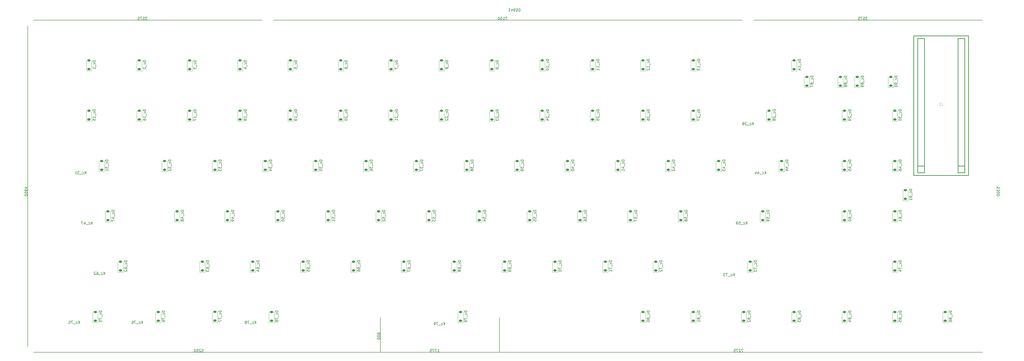
<source format=gbo>
G04 #@! TF.GenerationSoftware,KiCad,Pcbnew,8.0.7*
G04 #@! TF.CreationDate,2025-03-15T22:58:08-07:00*
G04 #@! TF.ProjectId,keyboard,6b657962-6f61-4726-942e-6b696361645f,rev?*
G04 #@! TF.SameCoordinates,Original*
G04 #@! TF.FileFunction,Legend,Bot*
G04 #@! TF.FilePolarity,Positive*
%FSLAX46Y46*%
G04 Gerber Fmt 4.6, Leading zero omitted, Abs format (unit mm)*
G04 Created by KiCad (PCBNEW 8.0.7) date 2025-03-15 22:58:08*
%MOMM*%
%LPD*%
G01*
G04 APERTURE LIST*
G04 Aperture macros list*
%AMRoundRect*
0 Rectangle with rounded corners*
0 $1 Rounding radius*
0 $2 $3 $4 $5 $6 $7 $8 $9 X,Y pos of 4 corners*
0 Add a 4 corners polygon primitive as box body*
4,1,4,$2,$3,$4,$5,$6,$7,$8,$9,$2,$3,0*
0 Add four circle primitives for the rounded corners*
1,1,$1+$1,$2,$3*
1,1,$1+$1,$4,$5*
1,1,$1+$1,$6,$7*
1,1,$1+$1,$8,$9*
0 Add four rect primitives between the rounded corners*
20,1,$1+$1,$2,$3,$4,$5,0*
20,1,$1+$1,$4,$5,$6,$7,0*
20,1,$1+$1,$6,$7,$8,$9,0*
20,1,$1+$1,$8,$9,$2,$3,0*%
G04 Aperture macros list end*
%ADD10C,0.150000*%
%ADD11C,0.100000*%
%ADD12C,0.120000*%
%ADD13C,0.254000*%
%ADD14R,2.000000X2.000000*%
%ADD15C,2.000000*%
%ADD16R,2.500000X3.000000*%
%ADD17C,1.750000*%
%ADD18C,3.000000*%
%ADD19C,3.987800*%
%ADD20R,2.550000X2.500000*%
%ADD21C,4.300000*%
%ADD22R,3.000000X2.500000*%
%ADD23C,3.048000*%
%ADD24RoundRect,0.225000X0.375000X-0.225000X0.375000X0.225000X-0.375000X0.225000X-0.375000X-0.225000X0*%
%ADD25C,1.524000*%
G04 APERTURE END LIST*
D10*
X390525000Y-232410000D02*
X481330000Y-232410000D01*
X251460000Y-342900000D02*
X251460000Y-358140000D01*
X118110000Y-232410000D02*
X208915000Y-232410000D01*
X296545000Y-358140000D02*
X296545000Y-342900000D01*
X296545000Y-358140000D02*
X481330000Y-358140000D01*
X296545000Y-358140000D02*
X251460000Y-358140000D01*
X251460000Y-358140000D02*
X118110000Y-358140000D01*
X208915000Y-232410000D02*
X390525000Y-232410000D01*
X118110000Y-232410000D02*
X118110000Y-358140000D01*
X183972030Y-357009819D02*
X184448220Y-357009819D01*
X184448220Y-357009819D02*
X184495839Y-357486009D01*
X184495839Y-357486009D02*
X184448220Y-357438390D01*
X184448220Y-357438390D02*
X184352982Y-357390771D01*
X184352982Y-357390771D02*
X184114887Y-357390771D01*
X184114887Y-357390771D02*
X184019649Y-357438390D01*
X184019649Y-357438390D02*
X183972030Y-357486009D01*
X183972030Y-357486009D02*
X183924411Y-357581247D01*
X183924411Y-357581247D02*
X183924411Y-357819342D01*
X183924411Y-357819342D02*
X183972030Y-357914580D01*
X183972030Y-357914580D02*
X184019649Y-357962200D01*
X184019649Y-357962200D02*
X184114887Y-358009819D01*
X184114887Y-358009819D02*
X184352982Y-358009819D01*
X184352982Y-358009819D02*
X184448220Y-357962200D01*
X184448220Y-357962200D02*
X184495839Y-357914580D01*
X183543458Y-357105057D02*
X183495839Y-357057438D01*
X183495839Y-357057438D02*
X183400601Y-357009819D01*
X183400601Y-357009819D02*
X183162506Y-357009819D01*
X183162506Y-357009819D02*
X183067268Y-357057438D01*
X183067268Y-357057438D02*
X183019649Y-357105057D01*
X183019649Y-357105057D02*
X182972030Y-357200295D01*
X182972030Y-357200295D02*
X182972030Y-357295533D01*
X182972030Y-357295533D02*
X183019649Y-357438390D01*
X183019649Y-357438390D02*
X183591077Y-358009819D01*
X183591077Y-358009819D02*
X182972030Y-358009819D01*
X182067268Y-357009819D02*
X182543458Y-357009819D01*
X182543458Y-357009819D02*
X182591077Y-357486009D01*
X182591077Y-357486009D02*
X182543458Y-357438390D01*
X182543458Y-357438390D02*
X182448220Y-357390771D01*
X182448220Y-357390771D02*
X182210125Y-357390771D01*
X182210125Y-357390771D02*
X182114887Y-357438390D01*
X182114887Y-357438390D02*
X182067268Y-357486009D01*
X182067268Y-357486009D02*
X182019649Y-357581247D01*
X182019649Y-357581247D02*
X182019649Y-357819342D01*
X182019649Y-357819342D02*
X182067268Y-357914580D01*
X182067268Y-357914580D02*
X182114887Y-357962200D01*
X182114887Y-357962200D02*
X182210125Y-358009819D01*
X182210125Y-358009819D02*
X182448220Y-358009819D01*
X182448220Y-358009819D02*
X182543458Y-357962200D01*
X182543458Y-357962200D02*
X182591077Y-357914580D01*
X181400601Y-357009819D02*
X181305363Y-357009819D01*
X181305363Y-357009819D02*
X181210125Y-357057438D01*
X181210125Y-357057438D02*
X181162506Y-357105057D01*
X181162506Y-357105057D02*
X181114887Y-357200295D01*
X181114887Y-357200295D02*
X181067268Y-357390771D01*
X181067268Y-357390771D02*
X181067268Y-357628866D01*
X181067268Y-357628866D02*
X181114887Y-357819342D01*
X181114887Y-357819342D02*
X181162506Y-357914580D01*
X181162506Y-357914580D02*
X181210125Y-357962200D01*
X181210125Y-357962200D02*
X181305363Y-358009819D01*
X181305363Y-358009819D02*
X181400601Y-358009819D01*
X181400601Y-358009819D02*
X181495839Y-357962200D01*
X181495839Y-357962200D02*
X181543458Y-357914580D01*
X181543458Y-357914580D02*
X181591077Y-357819342D01*
X181591077Y-357819342D02*
X181638696Y-357628866D01*
X181638696Y-357628866D02*
X181638696Y-357390771D01*
X181638696Y-357390771D02*
X181591077Y-357200295D01*
X181591077Y-357200295D02*
X181543458Y-357105057D01*
X181543458Y-357105057D02*
X181495839Y-357057438D01*
X181495839Y-357057438D02*
X181400601Y-357009819D01*
X250329819Y-351285350D02*
X250329819Y-351094874D01*
X250329819Y-351094874D02*
X250377438Y-350999636D01*
X250377438Y-350999636D02*
X250425057Y-350952017D01*
X250425057Y-350952017D02*
X250567914Y-350856779D01*
X250567914Y-350856779D02*
X250758390Y-350809160D01*
X250758390Y-350809160D02*
X251139342Y-350809160D01*
X251139342Y-350809160D02*
X251234580Y-350856779D01*
X251234580Y-350856779D02*
X251282200Y-350904398D01*
X251282200Y-350904398D02*
X251329819Y-350999636D01*
X251329819Y-350999636D02*
X251329819Y-351190112D01*
X251329819Y-351190112D02*
X251282200Y-351285350D01*
X251282200Y-351285350D02*
X251234580Y-351332969D01*
X251234580Y-351332969D02*
X251139342Y-351380588D01*
X251139342Y-351380588D02*
X250901247Y-351380588D01*
X250901247Y-351380588D02*
X250806009Y-351332969D01*
X250806009Y-351332969D02*
X250758390Y-351285350D01*
X250758390Y-351285350D02*
X250710771Y-351190112D01*
X250710771Y-351190112D02*
X250710771Y-350999636D01*
X250710771Y-350999636D02*
X250758390Y-350904398D01*
X250758390Y-350904398D02*
X250806009Y-350856779D01*
X250806009Y-350856779D02*
X250901247Y-350809160D01*
X250329819Y-351999636D02*
X250329819Y-352094874D01*
X250329819Y-352094874D02*
X250377438Y-352190112D01*
X250377438Y-352190112D02*
X250425057Y-352237731D01*
X250425057Y-352237731D02*
X250520295Y-352285350D01*
X250520295Y-352285350D02*
X250710771Y-352332969D01*
X250710771Y-352332969D02*
X250948866Y-352332969D01*
X250948866Y-352332969D02*
X251139342Y-352285350D01*
X251139342Y-352285350D02*
X251234580Y-352237731D01*
X251234580Y-352237731D02*
X251282200Y-352190112D01*
X251282200Y-352190112D02*
X251329819Y-352094874D01*
X251329819Y-352094874D02*
X251329819Y-351999636D01*
X251329819Y-351999636D02*
X251282200Y-351904398D01*
X251282200Y-351904398D02*
X251234580Y-351856779D01*
X251234580Y-351856779D02*
X251139342Y-351809160D01*
X251139342Y-351809160D02*
X250948866Y-351761541D01*
X250948866Y-351761541D02*
X250710771Y-351761541D01*
X250710771Y-351761541D02*
X250520295Y-351809160D01*
X250520295Y-351809160D02*
X250425057Y-351856779D01*
X250425057Y-351856779D02*
X250377438Y-351904398D01*
X250377438Y-351904398D02*
X250329819Y-351999636D01*
X250329819Y-352952017D02*
X250329819Y-353047255D01*
X250329819Y-353047255D02*
X250377438Y-353142493D01*
X250377438Y-353142493D02*
X250425057Y-353190112D01*
X250425057Y-353190112D02*
X250520295Y-353237731D01*
X250520295Y-353237731D02*
X250710771Y-353285350D01*
X250710771Y-353285350D02*
X250948866Y-353285350D01*
X250948866Y-353285350D02*
X251139342Y-353237731D01*
X251139342Y-353237731D02*
X251234580Y-353190112D01*
X251234580Y-353190112D02*
X251282200Y-353142493D01*
X251282200Y-353142493D02*
X251329819Y-353047255D01*
X251329819Y-353047255D02*
X251329819Y-352952017D01*
X251329819Y-352952017D02*
X251282200Y-352856779D01*
X251282200Y-352856779D02*
X251234580Y-352809160D01*
X251234580Y-352809160D02*
X251139342Y-352761541D01*
X251139342Y-352761541D02*
X250948866Y-352713922D01*
X250948866Y-352713922D02*
X250710771Y-352713922D01*
X250710771Y-352713922D02*
X250520295Y-352761541D01*
X250520295Y-352761541D02*
X250425057Y-352809160D01*
X250425057Y-352809160D02*
X250377438Y-352856779D01*
X250377438Y-352856779D02*
X250329819Y-352952017D01*
X273141911Y-358009819D02*
X273713339Y-358009819D01*
X273427625Y-358009819D02*
X273427625Y-357009819D01*
X273427625Y-357009819D02*
X273522863Y-357152676D01*
X273522863Y-357152676D02*
X273618101Y-357247914D01*
X273618101Y-357247914D02*
X273713339Y-357295533D01*
X272808577Y-357009819D02*
X272141911Y-357009819D01*
X272141911Y-357009819D02*
X272570482Y-358009819D01*
X271856196Y-357009819D02*
X271189530Y-357009819D01*
X271189530Y-357009819D02*
X271618101Y-358009819D01*
X270332387Y-357009819D02*
X270808577Y-357009819D01*
X270808577Y-357009819D02*
X270856196Y-357486009D01*
X270856196Y-357486009D02*
X270808577Y-357438390D01*
X270808577Y-357438390D02*
X270713339Y-357390771D01*
X270713339Y-357390771D02*
X270475244Y-357390771D01*
X270475244Y-357390771D02*
X270380006Y-357438390D01*
X270380006Y-357438390D02*
X270332387Y-357486009D01*
X270332387Y-357486009D02*
X270284768Y-357581247D01*
X270284768Y-357581247D02*
X270284768Y-357819342D01*
X270284768Y-357819342D02*
X270332387Y-357914580D01*
X270332387Y-357914580D02*
X270380006Y-357962200D01*
X270380006Y-357962200D02*
X270475244Y-358009819D01*
X270475244Y-358009819D02*
X270713339Y-358009819D01*
X270713339Y-358009819D02*
X270808577Y-357962200D01*
X270808577Y-357962200D02*
X270856196Y-357914580D01*
X300580588Y-228095180D02*
X300009160Y-228095180D01*
X300294874Y-228095180D02*
X300294874Y-229095180D01*
X300294874Y-229095180D02*
X300199636Y-228952323D01*
X300199636Y-228952323D02*
X300104398Y-228857085D01*
X300104398Y-228857085D02*
X300009160Y-228809466D01*
X301437731Y-228761847D02*
X301437731Y-228095180D01*
X301199636Y-229142800D02*
X300961541Y-228428514D01*
X300961541Y-228428514D02*
X301580588Y-228428514D01*
X302390112Y-229095180D02*
X302199636Y-229095180D01*
X302199636Y-229095180D02*
X302104398Y-229047561D01*
X302104398Y-229047561D02*
X302056779Y-228999942D01*
X302056779Y-228999942D02*
X301961541Y-228857085D01*
X301961541Y-228857085D02*
X301913922Y-228666609D01*
X301913922Y-228666609D02*
X301913922Y-228285657D01*
X301913922Y-228285657D02*
X301961541Y-228190419D01*
X301961541Y-228190419D02*
X302009160Y-228142800D01*
X302009160Y-228142800D02*
X302104398Y-228095180D01*
X302104398Y-228095180D02*
X302294874Y-228095180D01*
X302294874Y-228095180D02*
X302390112Y-228142800D01*
X302390112Y-228142800D02*
X302437731Y-228190419D01*
X302437731Y-228190419D02*
X302485350Y-228285657D01*
X302485350Y-228285657D02*
X302485350Y-228523752D01*
X302485350Y-228523752D02*
X302437731Y-228618990D01*
X302437731Y-228618990D02*
X302390112Y-228666609D01*
X302390112Y-228666609D02*
X302294874Y-228714228D01*
X302294874Y-228714228D02*
X302104398Y-228714228D01*
X302104398Y-228714228D02*
X302009160Y-228666609D01*
X302009160Y-228666609D02*
X301961541Y-228618990D01*
X301961541Y-228618990D02*
X301913922Y-228523752D01*
X303390112Y-229095180D02*
X302913922Y-229095180D01*
X302913922Y-229095180D02*
X302866303Y-228618990D01*
X302866303Y-228618990D02*
X302913922Y-228666609D01*
X302913922Y-228666609D02*
X303009160Y-228714228D01*
X303009160Y-228714228D02*
X303247255Y-228714228D01*
X303247255Y-228714228D02*
X303342493Y-228666609D01*
X303342493Y-228666609D02*
X303390112Y-228618990D01*
X303390112Y-228618990D02*
X303437731Y-228523752D01*
X303437731Y-228523752D02*
X303437731Y-228285657D01*
X303437731Y-228285657D02*
X303390112Y-228190419D01*
X303390112Y-228190419D02*
X303342493Y-228142800D01*
X303342493Y-228142800D02*
X303247255Y-228095180D01*
X303247255Y-228095180D02*
X303009160Y-228095180D01*
X303009160Y-228095180D02*
X302913922Y-228142800D01*
X302913922Y-228142800D02*
X302866303Y-228190419D01*
X304056779Y-229095180D02*
X304152017Y-229095180D01*
X304152017Y-229095180D02*
X304247255Y-229047561D01*
X304247255Y-229047561D02*
X304294874Y-228999942D01*
X304294874Y-228999942D02*
X304342493Y-228904704D01*
X304342493Y-228904704D02*
X304390112Y-228714228D01*
X304390112Y-228714228D02*
X304390112Y-228476133D01*
X304390112Y-228476133D02*
X304342493Y-228285657D01*
X304342493Y-228285657D02*
X304294874Y-228190419D01*
X304294874Y-228190419D02*
X304247255Y-228142800D01*
X304247255Y-228142800D02*
X304152017Y-228095180D01*
X304152017Y-228095180D02*
X304056779Y-228095180D01*
X304056779Y-228095180D02*
X303961541Y-228142800D01*
X303961541Y-228142800D02*
X303913922Y-228190419D01*
X303913922Y-228190419D02*
X303866303Y-228285657D01*
X303866303Y-228285657D02*
X303818684Y-228476133D01*
X303818684Y-228476133D02*
X303818684Y-228714228D01*
X303818684Y-228714228D02*
X303866303Y-228904704D01*
X303866303Y-228904704D02*
X303913922Y-228999942D01*
X303913922Y-228999942D02*
X303961541Y-229047561D01*
X303961541Y-229047561D02*
X304056779Y-229095180D01*
X299478458Y-231279819D02*
X298811792Y-231279819D01*
X298811792Y-231279819D02*
X299240363Y-232279819D01*
X297907030Y-232279819D02*
X298478458Y-232279819D01*
X298192744Y-232279819D02*
X298192744Y-231279819D01*
X298192744Y-231279819D02*
X298287982Y-231422676D01*
X298287982Y-231422676D02*
X298383220Y-231517914D01*
X298383220Y-231517914D02*
X298478458Y-231565533D01*
X297002268Y-231279819D02*
X297478458Y-231279819D01*
X297478458Y-231279819D02*
X297526077Y-231756009D01*
X297526077Y-231756009D02*
X297478458Y-231708390D01*
X297478458Y-231708390D02*
X297383220Y-231660771D01*
X297383220Y-231660771D02*
X297145125Y-231660771D01*
X297145125Y-231660771D02*
X297049887Y-231708390D01*
X297049887Y-231708390D02*
X297002268Y-231756009D01*
X297002268Y-231756009D02*
X296954649Y-231851247D01*
X296954649Y-231851247D02*
X296954649Y-232089342D01*
X296954649Y-232089342D02*
X297002268Y-232184580D01*
X297002268Y-232184580D02*
X297049887Y-232232200D01*
X297049887Y-232232200D02*
X297145125Y-232279819D01*
X297145125Y-232279819D02*
X297383220Y-232279819D01*
X297383220Y-232279819D02*
X297478458Y-232232200D01*
X297478458Y-232232200D02*
X297526077Y-232184580D01*
X296335601Y-231279819D02*
X296240363Y-231279819D01*
X296240363Y-231279819D02*
X296145125Y-231327438D01*
X296145125Y-231327438D02*
X296097506Y-231375057D01*
X296097506Y-231375057D02*
X296049887Y-231470295D01*
X296049887Y-231470295D02*
X296002268Y-231660771D01*
X296002268Y-231660771D02*
X296002268Y-231898866D01*
X296002268Y-231898866D02*
X296049887Y-232089342D01*
X296049887Y-232089342D02*
X296097506Y-232184580D01*
X296097506Y-232184580D02*
X296145125Y-232232200D01*
X296145125Y-232232200D02*
X296240363Y-232279819D01*
X296240363Y-232279819D02*
X296335601Y-232279819D01*
X296335601Y-232279819D02*
X296430839Y-232232200D01*
X296430839Y-232232200D02*
X296478458Y-232184580D01*
X296478458Y-232184580D02*
X296526077Y-232089342D01*
X296526077Y-232089342D02*
X296573696Y-231898866D01*
X296573696Y-231898866D02*
X296573696Y-231660771D01*
X296573696Y-231660771D02*
X296526077Y-231470295D01*
X296526077Y-231470295D02*
X296478458Y-231375057D01*
X296478458Y-231375057D02*
X296430839Y-231327438D01*
X296430839Y-231327438D02*
X296335601Y-231279819D01*
X163270958Y-231279819D02*
X162651911Y-231279819D01*
X162651911Y-231279819D02*
X162985244Y-231660771D01*
X162985244Y-231660771D02*
X162842387Y-231660771D01*
X162842387Y-231660771D02*
X162747149Y-231708390D01*
X162747149Y-231708390D02*
X162699530Y-231756009D01*
X162699530Y-231756009D02*
X162651911Y-231851247D01*
X162651911Y-231851247D02*
X162651911Y-232089342D01*
X162651911Y-232089342D02*
X162699530Y-232184580D01*
X162699530Y-232184580D02*
X162747149Y-232232200D01*
X162747149Y-232232200D02*
X162842387Y-232279819D01*
X162842387Y-232279819D02*
X163128101Y-232279819D01*
X163128101Y-232279819D02*
X163223339Y-232232200D01*
X163223339Y-232232200D02*
X163270958Y-232184580D01*
X161747149Y-231279819D02*
X162223339Y-231279819D01*
X162223339Y-231279819D02*
X162270958Y-231756009D01*
X162270958Y-231756009D02*
X162223339Y-231708390D01*
X162223339Y-231708390D02*
X162128101Y-231660771D01*
X162128101Y-231660771D02*
X161890006Y-231660771D01*
X161890006Y-231660771D02*
X161794768Y-231708390D01*
X161794768Y-231708390D02*
X161747149Y-231756009D01*
X161747149Y-231756009D02*
X161699530Y-231851247D01*
X161699530Y-231851247D02*
X161699530Y-232089342D01*
X161699530Y-232089342D02*
X161747149Y-232184580D01*
X161747149Y-232184580D02*
X161794768Y-232232200D01*
X161794768Y-232232200D02*
X161890006Y-232279819D01*
X161890006Y-232279819D02*
X162128101Y-232279819D01*
X162128101Y-232279819D02*
X162223339Y-232232200D01*
X162223339Y-232232200D02*
X162270958Y-232184580D01*
X161366196Y-231279819D02*
X160699530Y-231279819D01*
X160699530Y-231279819D02*
X161128101Y-232279819D01*
X159842387Y-231279819D02*
X160318577Y-231279819D01*
X160318577Y-231279819D02*
X160366196Y-231756009D01*
X160366196Y-231756009D02*
X160318577Y-231708390D01*
X160318577Y-231708390D02*
X160223339Y-231660771D01*
X160223339Y-231660771D02*
X159985244Y-231660771D01*
X159985244Y-231660771D02*
X159890006Y-231708390D01*
X159890006Y-231708390D02*
X159842387Y-231756009D01*
X159842387Y-231756009D02*
X159794768Y-231851247D01*
X159794768Y-231851247D02*
X159794768Y-232089342D01*
X159794768Y-232089342D02*
X159842387Y-232184580D01*
X159842387Y-232184580D02*
X159890006Y-232232200D01*
X159890006Y-232232200D02*
X159985244Y-232279819D01*
X159985244Y-232279819D02*
X160223339Y-232279819D01*
X160223339Y-232279819D02*
X160318577Y-232232200D01*
X160318577Y-232232200D02*
X160366196Y-232184580D01*
X435685958Y-231279819D02*
X435066911Y-231279819D01*
X435066911Y-231279819D02*
X435400244Y-231660771D01*
X435400244Y-231660771D02*
X435257387Y-231660771D01*
X435257387Y-231660771D02*
X435162149Y-231708390D01*
X435162149Y-231708390D02*
X435114530Y-231756009D01*
X435114530Y-231756009D02*
X435066911Y-231851247D01*
X435066911Y-231851247D02*
X435066911Y-232089342D01*
X435066911Y-232089342D02*
X435114530Y-232184580D01*
X435114530Y-232184580D02*
X435162149Y-232232200D01*
X435162149Y-232232200D02*
X435257387Y-232279819D01*
X435257387Y-232279819D02*
X435543101Y-232279819D01*
X435543101Y-232279819D02*
X435638339Y-232232200D01*
X435638339Y-232232200D02*
X435685958Y-232184580D01*
X434162149Y-231279819D02*
X434638339Y-231279819D01*
X434638339Y-231279819D02*
X434685958Y-231756009D01*
X434685958Y-231756009D02*
X434638339Y-231708390D01*
X434638339Y-231708390D02*
X434543101Y-231660771D01*
X434543101Y-231660771D02*
X434305006Y-231660771D01*
X434305006Y-231660771D02*
X434209768Y-231708390D01*
X434209768Y-231708390D02*
X434162149Y-231756009D01*
X434162149Y-231756009D02*
X434114530Y-231851247D01*
X434114530Y-231851247D02*
X434114530Y-232089342D01*
X434114530Y-232089342D02*
X434162149Y-232184580D01*
X434162149Y-232184580D02*
X434209768Y-232232200D01*
X434209768Y-232232200D02*
X434305006Y-232279819D01*
X434305006Y-232279819D02*
X434543101Y-232279819D01*
X434543101Y-232279819D02*
X434638339Y-232232200D01*
X434638339Y-232232200D02*
X434685958Y-232184580D01*
X433781196Y-231279819D02*
X433114530Y-231279819D01*
X433114530Y-231279819D02*
X433543101Y-232279819D01*
X432257387Y-231279819D02*
X432733577Y-231279819D01*
X432733577Y-231279819D02*
X432781196Y-231756009D01*
X432781196Y-231756009D02*
X432733577Y-231708390D01*
X432733577Y-231708390D02*
X432638339Y-231660771D01*
X432638339Y-231660771D02*
X432400244Y-231660771D01*
X432400244Y-231660771D02*
X432305006Y-231708390D01*
X432305006Y-231708390D02*
X432257387Y-231756009D01*
X432257387Y-231756009D02*
X432209768Y-231851247D01*
X432209768Y-231851247D02*
X432209768Y-232089342D01*
X432209768Y-232089342D02*
X432257387Y-232184580D01*
X432257387Y-232184580D02*
X432305006Y-232232200D01*
X432305006Y-232232200D02*
X432400244Y-232279819D01*
X432400244Y-232279819D02*
X432638339Y-232279819D01*
X432638339Y-232279819D02*
X432733577Y-232232200D01*
X432733577Y-232232200D02*
X432781196Y-232184580D01*
X484644819Y-296087969D02*
X484644819Y-295611779D01*
X484644819Y-295611779D02*
X485121009Y-295564160D01*
X485121009Y-295564160D02*
X485073390Y-295611779D01*
X485073390Y-295611779D02*
X485025771Y-295707017D01*
X485025771Y-295707017D02*
X485025771Y-295945112D01*
X485025771Y-295945112D02*
X485073390Y-296040350D01*
X485073390Y-296040350D02*
X485121009Y-296087969D01*
X485121009Y-296087969D02*
X485216247Y-296135588D01*
X485216247Y-296135588D02*
X485454342Y-296135588D01*
X485454342Y-296135588D02*
X485549580Y-296087969D01*
X485549580Y-296087969D02*
X485597200Y-296040350D01*
X485597200Y-296040350D02*
X485644819Y-295945112D01*
X485644819Y-295945112D02*
X485644819Y-295707017D01*
X485644819Y-295707017D02*
X485597200Y-295611779D01*
X485597200Y-295611779D02*
X485549580Y-295564160D01*
X484644819Y-296468922D02*
X484644819Y-297087969D01*
X484644819Y-297087969D02*
X485025771Y-296754636D01*
X485025771Y-296754636D02*
X485025771Y-296897493D01*
X485025771Y-296897493D02*
X485073390Y-296992731D01*
X485073390Y-296992731D02*
X485121009Y-297040350D01*
X485121009Y-297040350D02*
X485216247Y-297087969D01*
X485216247Y-297087969D02*
X485454342Y-297087969D01*
X485454342Y-297087969D02*
X485549580Y-297040350D01*
X485549580Y-297040350D02*
X485597200Y-296992731D01*
X485597200Y-296992731D02*
X485644819Y-296897493D01*
X485644819Y-296897493D02*
X485644819Y-296611779D01*
X485644819Y-296611779D02*
X485597200Y-296516541D01*
X485597200Y-296516541D02*
X485549580Y-296468922D01*
X484644819Y-297707017D02*
X484644819Y-297802255D01*
X484644819Y-297802255D02*
X484692438Y-297897493D01*
X484692438Y-297897493D02*
X484740057Y-297945112D01*
X484740057Y-297945112D02*
X484835295Y-297992731D01*
X484835295Y-297992731D02*
X485025771Y-298040350D01*
X485025771Y-298040350D02*
X485263866Y-298040350D01*
X485263866Y-298040350D02*
X485454342Y-297992731D01*
X485454342Y-297992731D02*
X485549580Y-297945112D01*
X485549580Y-297945112D02*
X485597200Y-297897493D01*
X485597200Y-297897493D02*
X485644819Y-297802255D01*
X485644819Y-297802255D02*
X485644819Y-297707017D01*
X485644819Y-297707017D02*
X485597200Y-297611779D01*
X485597200Y-297611779D02*
X485549580Y-297564160D01*
X485549580Y-297564160D02*
X485454342Y-297516541D01*
X485454342Y-297516541D02*
X485263866Y-297468922D01*
X485263866Y-297468922D02*
X485025771Y-297468922D01*
X485025771Y-297468922D02*
X484835295Y-297516541D01*
X484835295Y-297516541D02*
X484740057Y-297564160D01*
X484740057Y-297564160D02*
X484692438Y-297611779D01*
X484692438Y-297611779D02*
X484644819Y-297707017D01*
X484644819Y-298659398D02*
X484644819Y-298754636D01*
X484644819Y-298754636D02*
X484692438Y-298849874D01*
X484692438Y-298849874D02*
X484740057Y-298897493D01*
X484740057Y-298897493D02*
X484835295Y-298945112D01*
X484835295Y-298945112D02*
X485025771Y-298992731D01*
X485025771Y-298992731D02*
X485263866Y-298992731D01*
X485263866Y-298992731D02*
X485454342Y-298945112D01*
X485454342Y-298945112D02*
X485549580Y-298897493D01*
X485549580Y-298897493D02*
X485597200Y-298849874D01*
X485597200Y-298849874D02*
X485644819Y-298754636D01*
X485644819Y-298754636D02*
X485644819Y-298659398D01*
X485644819Y-298659398D02*
X485597200Y-298564160D01*
X485597200Y-298564160D02*
X485549580Y-298516541D01*
X485549580Y-298516541D02*
X485454342Y-298468922D01*
X485454342Y-298468922D02*
X485263866Y-298421303D01*
X485263866Y-298421303D02*
X485025771Y-298421303D01*
X485025771Y-298421303D02*
X484835295Y-298468922D01*
X484835295Y-298468922D02*
X484740057Y-298516541D01*
X484740057Y-298516541D02*
X484692438Y-298564160D01*
X484692438Y-298564160D02*
X484644819Y-298659398D01*
X388695958Y-357009819D02*
X388029292Y-357009819D01*
X388029292Y-357009819D02*
X388457863Y-358009819D01*
X387695958Y-357105057D02*
X387648339Y-357057438D01*
X387648339Y-357057438D02*
X387553101Y-357009819D01*
X387553101Y-357009819D02*
X387315006Y-357009819D01*
X387315006Y-357009819D02*
X387219768Y-357057438D01*
X387219768Y-357057438D02*
X387172149Y-357105057D01*
X387172149Y-357105057D02*
X387124530Y-357200295D01*
X387124530Y-357200295D02*
X387124530Y-357295533D01*
X387124530Y-357295533D02*
X387172149Y-357438390D01*
X387172149Y-357438390D02*
X387743577Y-358009819D01*
X387743577Y-358009819D02*
X387124530Y-358009819D01*
X386791196Y-357009819D02*
X386124530Y-357009819D01*
X386124530Y-357009819D02*
X386553101Y-358009819D01*
X385267387Y-357009819D02*
X385743577Y-357009819D01*
X385743577Y-357009819D02*
X385791196Y-357486009D01*
X385791196Y-357486009D02*
X385743577Y-357438390D01*
X385743577Y-357438390D02*
X385648339Y-357390771D01*
X385648339Y-357390771D02*
X385410244Y-357390771D01*
X385410244Y-357390771D02*
X385315006Y-357438390D01*
X385315006Y-357438390D02*
X385267387Y-357486009D01*
X385267387Y-357486009D02*
X385219768Y-357581247D01*
X385219768Y-357581247D02*
X385219768Y-357819342D01*
X385219768Y-357819342D02*
X385267387Y-357914580D01*
X385267387Y-357914580D02*
X385315006Y-357962200D01*
X385315006Y-357962200D02*
X385410244Y-358009819D01*
X385410244Y-358009819D02*
X385648339Y-358009819D01*
X385648339Y-358009819D02*
X385743577Y-357962200D01*
X385743577Y-357962200D02*
X385791196Y-357914580D01*
X117313152Y-296040350D02*
X117979819Y-296040350D01*
X116932200Y-295802255D02*
X117646485Y-295564160D01*
X117646485Y-295564160D02*
X117646485Y-296183207D01*
X117979819Y-296611779D02*
X117979819Y-296802255D01*
X117979819Y-296802255D02*
X117932200Y-296897493D01*
X117932200Y-296897493D02*
X117884580Y-296945112D01*
X117884580Y-296945112D02*
X117741723Y-297040350D01*
X117741723Y-297040350D02*
X117551247Y-297087969D01*
X117551247Y-297087969D02*
X117170295Y-297087969D01*
X117170295Y-297087969D02*
X117075057Y-297040350D01*
X117075057Y-297040350D02*
X117027438Y-296992731D01*
X117027438Y-296992731D02*
X116979819Y-296897493D01*
X116979819Y-296897493D02*
X116979819Y-296707017D01*
X116979819Y-296707017D02*
X117027438Y-296611779D01*
X117027438Y-296611779D02*
X117075057Y-296564160D01*
X117075057Y-296564160D02*
X117170295Y-296516541D01*
X117170295Y-296516541D02*
X117408390Y-296516541D01*
X117408390Y-296516541D02*
X117503628Y-296564160D01*
X117503628Y-296564160D02*
X117551247Y-296611779D01*
X117551247Y-296611779D02*
X117598866Y-296707017D01*
X117598866Y-296707017D02*
X117598866Y-296897493D01*
X117598866Y-296897493D02*
X117551247Y-296992731D01*
X117551247Y-296992731D02*
X117503628Y-297040350D01*
X117503628Y-297040350D02*
X117408390Y-297087969D01*
X116979819Y-297992731D02*
X116979819Y-297516541D01*
X116979819Y-297516541D02*
X117456009Y-297468922D01*
X117456009Y-297468922D02*
X117408390Y-297516541D01*
X117408390Y-297516541D02*
X117360771Y-297611779D01*
X117360771Y-297611779D02*
X117360771Y-297849874D01*
X117360771Y-297849874D02*
X117408390Y-297945112D01*
X117408390Y-297945112D02*
X117456009Y-297992731D01*
X117456009Y-297992731D02*
X117551247Y-298040350D01*
X117551247Y-298040350D02*
X117789342Y-298040350D01*
X117789342Y-298040350D02*
X117884580Y-297992731D01*
X117884580Y-297992731D02*
X117932200Y-297945112D01*
X117932200Y-297945112D02*
X117979819Y-297849874D01*
X117979819Y-297849874D02*
X117979819Y-297611779D01*
X117979819Y-297611779D02*
X117932200Y-297516541D01*
X117932200Y-297516541D02*
X117884580Y-297468922D01*
X116979819Y-298659398D02*
X116979819Y-298754636D01*
X116979819Y-298754636D02*
X117027438Y-298849874D01*
X117027438Y-298849874D02*
X117075057Y-298897493D01*
X117075057Y-298897493D02*
X117170295Y-298945112D01*
X117170295Y-298945112D02*
X117360771Y-298992731D01*
X117360771Y-298992731D02*
X117598866Y-298992731D01*
X117598866Y-298992731D02*
X117789342Y-298945112D01*
X117789342Y-298945112D02*
X117884580Y-298897493D01*
X117884580Y-298897493D02*
X117932200Y-298849874D01*
X117932200Y-298849874D02*
X117979819Y-298754636D01*
X117979819Y-298754636D02*
X117979819Y-298659398D01*
X117979819Y-298659398D02*
X117932200Y-298564160D01*
X117932200Y-298564160D02*
X117884580Y-298516541D01*
X117884580Y-298516541D02*
X117789342Y-298468922D01*
X117789342Y-298468922D02*
X117598866Y-298421303D01*
X117598866Y-298421303D02*
X117360771Y-298421303D01*
X117360771Y-298421303D02*
X117170295Y-298468922D01*
X117170295Y-298468922D02*
X117075057Y-298516541D01*
X117075057Y-298516541D02*
X117027438Y-298564160D01*
X117027438Y-298564160D02*
X116979819Y-298659398D01*
X204430059Y-347354819D02*
X204430059Y-346354819D01*
X203858631Y-347354819D02*
X204287202Y-346783390D01*
X203858631Y-346354819D02*
X204430059Y-346926247D01*
X203001488Y-347307200D02*
X203096726Y-347354819D01*
X203096726Y-347354819D02*
X203287202Y-347354819D01*
X203287202Y-347354819D02*
X203382440Y-347307200D01*
X203382440Y-347307200D02*
X203430059Y-347259580D01*
X203430059Y-347259580D02*
X203477678Y-347164342D01*
X203477678Y-347164342D02*
X203477678Y-346878628D01*
X203477678Y-346878628D02*
X203430059Y-346783390D01*
X203430059Y-346783390D02*
X203382440Y-346735771D01*
X203382440Y-346735771D02*
X203287202Y-346688152D01*
X203287202Y-346688152D02*
X203096726Y-346688152D01*
X203096726Y-346688152D02*
X203001488Y-346735771D01*
X202811012Y-347450057D02*
X202049107Y-347450057D01*
X201906249Y-346354819D02*
X201239583Y-346354819D01*
X201239583Y-346354819D02*
X201668154Y-347354819D01*
X200715773Y-346783390D02*
X200811011Y-346735771D01*
X200811011Y-346735771D02*
X200858630Y-346688152D01*
X200858630Y-346688152D02*
X200906249Y-346592914D01*
X200906249Y-346592914D02*
X200906249Y-346545295D01*
X200906249Y-346545295D02*
X200858630Y-346450057D01*
X200858630Y-346450057D02*
X200811011Y-346402438D01*
X200811011Y-346402438D02*
X200715773Y-346354819D01*
X200715773Y-346354819D02*
X200525297Y-346354819D01*
X200525297Y-346354819D02*
X200430059Y-346402438D01*
X200430059Y-346402438D02*
X200382440Y-346450057D01*
X200382440Y-346450057D02*
X200334821Y-346545295D01*
X200334821Y-346545295D02*
X200334821Y-346592914D01*
X200334821Y-346592914D02*
X200382440Y-346688152D01*
X200382440Y-346688152D02*
X200430059Y-346735771D01*
X200430059Y-346735771D02*
X200525297Y-346783390D01*
X200525297Y-346783390D02*
X200715773Y-346783390D01*
X200715773Y-346783390D02*
X200811011Y-346831009D01*
X200811011Y-346831009D02*
X200858630Y-346878628D01*
X200858630Y-346878628D02*
X200906249Y-346973866D01*
X200906249Y-346973866D02*
X200906249Y-347164342D01*
X200906249Y-347164342D02*
X200858630Y-347259580D01*
X200858630Y-347259580D02*
X200811011Y-347307200D01*
X200811011Y-347307200D02*
X200715773Y-347354819D01*
X200715773Y-347354819D02*
X200525297Y-347354819D01*
X200525297Y-347354819D02*
X200430059Y-347307200D01*
X200430059Y-347307200D02*
X200382440Y-347259580D01*
X200382440Y-347259580D02*
X200334821Y-347164342D01*
X200334821Y-347164342D02*
X200334821Y-346973866D01*
X200334821Y-346973866D02*
X200382440Y-346878628D01*
X200382440Y-346878628D02*
X200430059Y-346831009D01*
X200430059Y-346831009D02*
X200525297Y-346783390D01*
X142517559Y-309754819D02*
X142517559Y-308754819D01*
X141946131Y-309754819D02*
X142374702Y-309183390D01*
X141946131Y-308754819D02*
X142517559Y-309326247D01*
X141088988Y-309707200D02*
X141184226Y-309754819D01*
X141184226Y-309754819D02*
X141374702Y-309754819D01*
X141374702Y-309754819D02*
X141469940Y-309707200D01*
X141469940Y-309707200D02*
X141517559Y-309659580D01*
X141517559Y-309659580D02*
X141565178Y-309564342D01*
X141565178Y-309564342D02*
X141565178Y-309278628D01*
X141565178Y-309278628D02*
X141517559Y-309183390D01*
X141517559Y-309183390D02*
X141469940Y-309135771D01*
X141469940Y-309135771D02*
X141374702Y-309088152D01*
X141374702Y-309088152D02*
X141184226Y-309088152D01*
X141184226Y-309088152D02*
X141088988Y-309135771D01*
X140898512Y-309850057D02*
X140136607Y-309850057D01*
X139469940Y-309088152D02*
X139469940Y-309754819D01*
X139708035Y-308707200D02*
X139946130Y-309421485D01*
X139946130Y-309421485D02*
X139327083Y-309421485D01*
X139041368Y-308754819D02*
X138374702Y-308754819D01*
X138374702Y-308754819D02*
X138803273Y-309754819D01*
X392548809Y-272154819D02*
X392548809Y-271154819D01*
X391977381Y-272154819D02*
X392405952Y-271583390D01*
X391977381Y-271154819D02*
X392548809Y-271726247D01*
X391120238Y-272107200D02*
X391215476Y-272154819D01*
X391215476Y-272154819D02*
X391405952Y-272154819D01*
X391405952Y-272154819D02*
X391501190Y-272107200D01*
X391501190Y-272107200D02*
X391548809Y-272059580D01*
X391548809Y-272059580D02*
X391596428Y-271964342D01*
X391596428Y-271964342D02*
X391596428Y-271678628D01*
X391596428Y-271678628D02*
X391548809Y-271583390D01*
X391548809Y-271583390D02*
X391501190Y-271535771D01*
X391501190Y-271535771D02*
X391405952Y-271488152D01*
X391405952Y-271488152D02*
X391215476Y-271488152D01*
X391215476Y-271488152D02*
X391120238Y-271535771D01*
X390929762Y-272250057D02*
X390167857Y-272250057D01*
X389977380Y-271250057D02*
X389929761Y-271202438D01*
X389929761Y-271202438D02*
X389834523Y-271154819D01*
X389834523Y-271154819D02*
X389596428Y-271154819D01*
X389596428Y-271154819D02*
X389501190Y-271202438D01*
X389501190Y-271202438D02*
X389453571Y-271250057D01*
X389453571Y-271250057D02*
X389405952Y-271345295D01*
X389405952Y-271345295D02*
X389405952Y-271440533D01*
X389405952Y-271440533D02*
X389453571Y-271583390D01*
X389453571Y-271583390D02*
X390024999Y-272154819D01*
X390024999Y-272154819D02*
X389405952Y-272154819D01*
X388834523Y-271583390D02*
X388929761Y-271535771D01*
X388929761Y-271535771D02*
X388977380Y-271488152D01*
X388977380Y-271488152D02*
X389024999Y-271392914D01*
X389024999Y-271392914D02*
X389024999Y-271345295D01*
X389024999Y-271345295D02*
X388977380Y-271250057D01*
X388977380Y-271250057D02*
X388929761Y-271202438D01*
X388929761Y-271202438D02*
X388834523Y-271154819D01*
X388834523Y-271154819D02*
X388644047Y-271154819D01*
X388644047Y-271154819D02*
X388548809Y-271202438D01*
X388548809Y-271202438D02*
X388501190Y-271250057D01*
X388501190Y-271250057D02*
X388453571Y-271345295D01*
X388453571Y-271345295D02*
X388453571Y-271392914D01*
X388453571Y-271392914D02*
X388501190Y-271488152D01*
X388501190Y-271488152D02*
X388548809Y-271535771D01*
X388548809Y-271535771D02*
X388644047Y-271583390D01*
X388644047Y-271583390D02*
X388834523Y-271583390D01*
X388834523Y-271583390D02*
X388929761Y-271631009D01*
X388929761Y-271631009D02*
X388977380Y-271678628D01*
X388977380Y-271678628D02*
X389024999Y-271773866D01*
X389024999Y-271773866D02*
X389024999Y-271964342D01*
X389024999Y-271964342D02*
X388977380Y-272059580D01*
X388977380Y-272059580D02*
X388929761Y-272107200D01*
X388929761Y-272107200D02*
X388834523Y-272154819D01*
X388834523Y-272154819D02*
X388644047Y-272154819D01*
X388644047Y-272154819D02*
X388548809Y-272107200D01*
X388548809Y-272107200D02*
X388501190Y-272059580D01*
X388501190Y-272059580D02*
X388453571Y-271964342D01*
X388453571Y-271964342D02*
X388453571Y-271773866D01*
X388453571Y-271773866D02*
X388501190Y-271678628D01*
X388501190Y-271678628D02*
X388548809Y-271631009D01*
X388548809Y-271631009D02*
X388644047Y-271583390D01*
X385405059Y-329304819D02*
X385405059Y-328304819D01*
X384833631Y-329304819D02*
X385262202Y-328733390D01*
X384833631Y-328304819D02*
X385405059Y-328876247D01*
X383976488Y-329257200D02*
X384071726Y-329304819D01*
X384071726Y-329304819D02*
X384262202Y-329304819D01*
X384262202Y-329304819D02*
X384357440Y-329257200D01*
X384357440Y-329257200D02*
X384405059Y-329209580D01*
X384405059Y-329209580D02*
X384452678Y-329114342D01*
X384452678Y-329114342D02*
X384452678Y-328828628D01*
X384452678Y-328828628D02*
X384405059Y-328733390D01*
X384405059Y-328733390D02*
X384357440Y-328685771D01*
X384357440Y-328685771D02*
X384262202Y-328638152D01*
X384262202Y-328638152D02*
X384071726Y-328638152D01*
X384071726Y-328638152D02*
X383976488Y-328685771D01*
X383786012Y-329400057D02*
X383024107Y-329400057D01*
X382881249Y-328304819D02*
X382214583Y-328304819D01*
X382214583Y-328304819D02*
X382643154Y-329304819D01*
X381928868Y-328304819D02*
X381309821Y-328304819D01*
X381309821Y-328304819D02*
X381643154Y-328685771D01*
X381643154Y-328685771D02*
X381500297Y-328685771D01*
X381500297Y-328685771D02*
X381405059Y-328733390D01*
X381405059Y-328733390D02*
X381357440Y-328781009D01*
X381357440Y-328781009D02*
X381309821Y-328876247D01*
X381309821Y-328876247D02*
X381309821Y-329114342D01*
X381309821Y-329114342D02*
X381357440Y-329209580D01*
X381357440Y-329209580D02*
X381405059Y-329257200D01*
X381405059Y-329257200D02*
X381500297Y-329304819D01*
X381500297Y-329304819D02*
X381786011Y-329304819D01*
X381786011Y-329304819D02*
X381881249Y-329257200D01*
X381881249Y-329257200D02*
X381928868Y-329209580D01*
X140136309Y-290704819D02*
X140136309Y-289704819D01*
X139564881Y-290704819D02*
X139993452Y-290133390D01*
X139564881Y-289704819D02*
X140136309Y-290276247D01*
X138707738Y-290657200D02*
X138802976Y-290704819D01*
X138802976Y-290704819D02*
X138993452Y-290704819D01*
X138993452Y-290704819D02*
X139088690Y-290657200D01*
X139088690Y-290657200D02*
X139136309Y-290609580D01*
X139136309Y-290609580D02*
X139183928Y-290514342D01*
X139183928Y-290514342D02*
X139183928Y-290228628D01*
X139183928Y-290228628D02*
X139136309Y-290133390D01*
X139136309Y-290133390D02*
X139088690Y-290085771D01*
X139088690Y-290085771D02*
X138993452Y-290038152D01*
X138993452Y-290038152D02*
X138802976Y-290038152D01*
X138802976Y-290038152D02*
X138707738Y-290085771D01*
X138517262Y-290800057D02*
X137755357Y-290800057D01*
X137612499Y-289704819D02*
X136993452Y-289704819D01*
X136993452Y-289704819D02*
X137326785Y-290085771D01*
X137326785Y-290085771D02*
X137183928Y-290085771D01*
X137183928Y-290085771D02*
X137088690Y-290133390D01*
X137088690Y-290133390D02*
X137041071Y-290181009D01*
X137041071Y-290181009D02*
X136993452Y-290276247D01*
X136993452Y-290276247D02*
X136993452Y-290514342D01*
X136993452Y-290514342D02*
X137041071Y-290609580D01*
X137041071Y-290609580D02*
X137088690Y-290657200D01*
X137088690Y-290657200D02*
X137183928Y-290704819D01*
X137183928Y-290704819D02*
X137469642Y-290704819D01*
X137469642Y-290704819D02*
X137564880Y-290657200D01*
X137564880Y-290657200D02*
X137612499Y-290609580D01*
X136041071Y-290704819D02*
X136612499Y-290704819D01*
X136326785Y-290704819D02*
X136326785Y-289704819D01*
X136326785Y-289704819D02*
X136422023Y-289847676D01*
X136422023Y-289847676D02*
X136517261Y-289942914D01*
X136517261Y-289942914D02*
X136612499Y-289990533D01*
X390167559Y-309754819D02*
X390167559Y-308754819D01*
X389596131Y-309754819D02*
X390024702Y-309183390D01*
X389596131Y-308754819D02*
X390167559Y-309326247D01*
X388738988Y-309707200D02*
X388834226Y-309754819D01*
X388834226Y-309754819D02*
X389024702Y-309754819D01*
X389024702Y-309754819D02*
X389119940Y-309707200D01*
X389119940Y-309707200D02*
X389167559Y-309659580D01*
X389167559Y-309659580D02*
X389215178Y-309564342D01*
X389215178Y-309564342D02*
X389215178Y-309278628D01*
X389215178Y-309278628D02*
X389167559Y-309183390D01*
X389167559Y-309183390D02*
X389119940Y-309135771D01*
X389119940Y-309135771D02*
X389024702Y-309088152D01*
X389024702Y-309088152D02*
X388834226Y-309088152D01*
X388834226Y-309088152D02*
X388738988Y-309135771D01*
X388548512Y-309850057D02*
X387786607Y-309850057D01*
X387072321Y-308754819D02*
X387548511Y-308754819D01*
X387548511Y-308754819D02*
X387596130Y-309231009D01*
X387596130Y-309231009D02*
X387548511Y-309183390D01*
X387548511Y-309183390D02*
X387453273Y-309135771D01*
X387453273Y-309135771D02*
X387215178Y-309135771D01*
X387215178Y-309135771D02*
X387119940Y-309183390D01*
X387119940Y-309183390D02*
X387072321Y-309231009D01*
X387072321Y-309231009D02*
X387024702Y-309326247D01*
X387024702Y-309326247D02*
X387024702Y-309564342D01*
X387024702Y-309564342D02*
X387072321Y-309659580D01*
X387072321Y-309659580D02*
X387119940Y-309707200D01*
X387119940Y-309707200D02*
X387215178Y-309754819D01*
X387215178Y-309754819D02*
X387453273Y-309754819D01*
X387453273Y-309754819D02*
X387548511Y-309707200D01*
X387548511Y-309707200D02*
X387596130Y-309659580D01*
X386548511Y-309754819D02*
X386358035Y-309754819D01*
X386358035Y-309754819D02*
X386262797Y-309707200D01*
X386262797Y-309707200D02*
X386215178Y-309659580D01*
X386215178Y-309659580D02*
X386119940Y-309516723D01*
X386119940Y-309516723D02*
X386072321Y-309326247D01*
X386072321Y-309326247D02*
X386072321Y-308945295D01*
X386072321Y-308945295D02*
X386119940Y-308850057D01*
X386119940Y-308850057D02*
X386167559Y-308802438D01*
X386167559Y-308802438D02*
X386262797Y-308754819D01*
X386262797Y-308754819D02*
X386453273Y-308754819D01*
X386453273Y-308754819D02*
X386548511Y-308802438D01*
X386548511Y-308802438D02*
X386596130Y-308850057D01*
X386596130Y-308850057D02*
X386643749Y-308945295D01*
X386643749Y-308945295D02*
X386643749Y-309183390D01*
X386643749Y-309183390D02*
X386596130Y-309278628D01*
X386596130Y-309278628D02*
X386548511Y-309326247D01*
X386548511Y-309326247D02*
X386453273Y-309373866D01*
X386453273Y-309373866D02*
X386262797Y-309373866D01*
X386262797Y-309373866D02*
X386167559Y-309326247D01*
X386167559Y-309326247D02*
X386119940Y-309278628D01*
X386119940Y-309278628D02*
X386072321Y-309183390D01*
X161567559Y-347354819D02*
X161567559Y-346354819D01*
X160996131Y-347354819D02*
X161424702Y-346783390D01*
X160996131Y-346354819D02*
X161567559Y-346926247D01*
X160138988Y-347307200D02*
X160234226Y-347354819D01*
X160234226Y-347354819D02*
X160424702Y-347354819D01*
X160424702Y-347354819D02*
X160519940Y-347307200D01*
X160519940Y-347307200D02*
X160567559Y-347259580D01*
X160567559Y-347259580D02*
X160615178Y-347164342D01*
X160615178Y-347164342D02*
X160615178Y-346878628D01*
X160615178Y-346878628D02*
X160567559Y-346783390D01*
X160567559Y-346783390D02*
X160519940Y-346735771D01*
X160519940Y-346735771D02*
X160424702Y-346688152D01*
X160424702Y-346688152D02*
X160234226Y-346688152D01*
X160234226Y-346688152D02*
X160138988Y-346735771D01*
X159948512Y-347450057D02*
X159186607Y-347450057D01*
X159043749Y-346354819D02*
X158377083Y-346354819D01*
X158377083Y-346354819D02*
X158805654Y-347354819D01*
X157567559Y-346354819D02*
X157758035Y-346354819D01*
X157758035Y-346354819D02*
X157853273Y-346402438D01*
X157853273Y-346402438D02*
X157900892Y-346450057D01*
X157900892Y-346450057D02*
X157996130Y-346592914D01*
X157996130Y-346592914D02*
X158043749Y-346783390D01*
X158043749Y-346783390D02*
X158043749Y-347164342D01*
X158043749Y-347164342D02*
X157996130Y-347259580D01*
X157996130Y-347259580D02*
X157948511Y-347307200D01*
X157948511Y-347307200D02*
X157853273Y-347354819D01*
X157853273Y-347354819D02*
X157662797Y-347354819D01*
X157662797Y-347354819D02*
X157567559Y-347307200D01*
X157567559Y-347307200D02*
X157519940Y-347259580D01*
X157519940Y-347259580D02*
X157472321Y-347164342D01*
X157472321Y-347164342D02*
X157472321Y-346926247D01*
X157472321Y-346926247D02*
X157519940Y-346831009D01*
X157519940Y-346831009D02*
X157567559Y-346783390D01*
X157567559Y-346783390D02*
X157662797Y-346735771D01*
X157662797Y-346735771D02*
X157853273Y-346735771D01*
X157853273Y-346735771D02*
X157948511Y-346783390D01*
X157948511Y-346783390D02*
X157996130Y-346831009D01*
X157996130Y-346831009D02*
X158043749Y-346926247D01*
X147280059Y-328804819D02*
X147280059Y-327804819D01*
X146708631Y-328804819D02*
X147137202Y-328233390D01*
X146708631Y-327804819D02*
X147280059Y-328376247D01*
X145851488Y-328757200D02*
X145946726Y-328804819D01*
X145946726Y-328804819D02*
X146137202Y-328804819D01*
X146137202Y-328804819D02*
X146232440Y-328757200D01*
X146232440Y-328757200D02*
X146280059Y-328709580D01*
X146280059Y-328709580D02*
X146327678Y-328614342D01*
X146327678Y-328614342D02*
X146327678Y-328328628D01*
X146327678Y-328328628D02*
X146280059Y-328233390D01*
X146280059Y-328233390D02*
X146232440Y-328185771D01*
X146232440Y-328185771D02*
X146137202Y-328138152D01*
X146137202Y-328138152D02*
X145946726Y-328138152D01*
X145946726Y-328138152D02*
X145851488Y-328185771D01*
X145661012Y-328900057D02*
X144899107Y-328900057D01*
X144232440Y-327804819D02*
X144422916Y-327804819D01*
X144422916Y-327804819D02*
X144518154Y-327852438D01*
X144518154Y-327852438D02*
X144565773Y-327900057D01*
X144565773Y-327900057D02*
X144661011Y-328042914D01*
X144661011Y-328042914D02*
X144708630Y-328233390D01*
X144708630Y-328233390D02*
X144708630Y-328614342D01*
X144708630Y-328614342D02*
X144661011Y-328709580D01*
X144661011Y-328709580D02*
X144613392Y-328757200D01*
X144613392Y-328757200D02*
X144518154Y-328804819D01*
X144518154Y-328804819D02*
X144327678Y-328804819D01*
X144327678Y-328804819D02*
X144232440Y-328757200D01*
X144232440Y-328757200D02*
X144184821Y-328709580D01*
X144184821Y-328709580D02*
X144137202Y-328614342D01*
X144137202Y-328614342D02*
X144137202Y-328376247D01*
X144137202Y-328376247D02*
X144184821Y-328281009D01*
X144184821Y-328281009D02*
X144232440Y-328233390D01*
X144232440Y-328233390D02*
X144327678Y-328185771D01*
X144327678Y-328185771D02*
X144518154Y-328185771D01*
X144518154Y-328185771D02*
X144613392Y-328233390D01*
X144613392Y-328233390D02*
X144661011Y-328281009D01*
X144661011Y-328281009D02*
X144708630Y-328376247D01*
X143756249Y-327900057D02*
X143708630Y-327852438D01*
X143708630Y-327852438D02*
X143613392Y-327804819D01*
X143613392Y-327804819D02*
X143375297Y-327804819D01*
X143375297Y-327804819D02*
X143280059Y-327852438D01*
X143280059Y-327852438D02*
X143232440Y-327900057D01*
X143232440Y-327900057D02*
X143184821Y-327995295D01*
X143184821Y-327995295D02*
X143184821Y-328090533D01*
X143184821Y-328090533D02*
X143232440Y-328233390D01*
X143232440Y-328233390D02*
X143803868Y-328804819D01*
X143803868Y-328804819D02*
X143184821Y-328804819D01*
X137755059Y-347354819D02*
X137755059Y-346354819D01*
X137183631Y-347354819D02*
X137612202Y-346783390D01*
X137183631Y-346354819D02*
X137755059Y-346926247D01*
X136326488Y-347307200D02*
X136421726Y-347354819D01*
X136421726Y-347354819D02*
X136612202Y-347354819D01*
X136612202Y-347354819D02*
X136707440Y-347307200D01*
X136707440Y-347307200D02*
X136755059Y-347259580D01*
X136755059Y-347259580D02*
X136802678Y-347164342D01*
X136802678Y-347164342D02*
X136802678Y-346878628D01*
X136802678Y-346878628D02*
X136755059Y-346783390D01*
X136755059Y-346783390D02*
X136707440Y-346735771D01*
X136707440Y-346735771D02*
X136612202Y-346688152D01*
X136612202Y-346688152D02*
X136421726Y-346688152D01*
X136421726Y-346688152D02*
X136326488Y-346735771D01*
X136136012Y-347450057D02*
X135374107Y-347450057D01*
X135231249Y-346354819D02*
X134564583Y-346354819D01*
X134564583Y-346354819D02*
X134993154Y-347354819D01*
X133707440Y-346354819D02*
X134183630Y-346354819D01*
X134183630Y-346354819D02*
X134231249Y-346831009D01*
X134231249Y-346831009D02*
X134183630Y-346783390D01*
X134183630Y-346783390D02*
X134088392Y-346735771D01*
X134088392Y-346735771D02*
X133850297Y-346735771D01*
X133850297Y-346735771D02*
X133755059Y-346783390D01*
X133755059Y-346783390D02*
X133707440Y-346831009D01*
X133707440Y-346831009D02*
X133659821Y-346926247D01*
X133659821Y-346926247D02*
X133659821Y-347164342D01*
X133659821Y-347164342D02*
X133707440Y-347259580D01*
X133707440Y-347259580D02*
X133755059Y-347307200D01*
X133755059Y-347307200D02*
X133850297Y-347354819D01*
X133850297Y-347354819D02*
X134088392Y-347354819D01*
X134088392Y-347354819D02*
X134183630Y-347307200D01*
X134183630Y-347307200D02*
X134231249Y-347259580D01*
X275867559Y-347854819D02*
X275867559Y-346854819D01*
X275296131Y-347854819D02*
X275724702Y-347283390D01*
X275296131Y-346854819D02*
X275867559Y-347426247D01*
X274438988Y-347807200D02*
X274534226Y-347854819D01*
X274534226Y-347854819D02*
X274724702Y-347854819D01*
X274724702Y-347854819D02*
X274819940Y-347807200D01*
X274819940Y-347807200D02*
X274867559Y-347759580D01*
X274867559Y-347759580D02*
X274915178Y-347664342D01*
X274915178Y-347664342D02*
X274915178Y-347378628D01*
X274915178Y-347378628D02*
X274867559Y-347283390D01*
X274867559Y-347283390D02*
X274819940Y-347235771D01*
X274819940Y-347235771D02*
X274724702Y-347188152D01*
X274724702Y-347188152D02*
X274534226Y-347188152D01*
X274534226Y-347188152D02*
X274438988Y-347235771D01*
X274248512Y-347950057D02*
X273486607Y-347950057D01*
X273343749Y-346854819D02*
X272677083Y-346854819D01*
X272677083Y-346854819D02*
X273105654Y-347854819D01*
X272248511Y-347854819D02*
X272058035Y-347854819D01*
X272058035Y-347854819D02*
X271962797Y-347807200D01*
X271962797Y-347807200D02*
X271915178Y-347759580D01*
X271915178Y-347759580D02*
X271819940Y-347616723D01*
X271819940Y-347616723D02*
X271772321Y-347426247D01*
X271772321Y-347426247D02*
X271772321Y-347045295D01*
X271772321Y-347045295D02*
X271819940Y-346950057D01*
X271819940Y-346950057D02*
X271867559Y-346902438D01*
X271867559Y-346902438D02*
X271962797Y-346854819D01*
X271962797Y-346854819D02*
X272153273Y-346854819D01*
X272153273Y-346854819D02*
X272248511Y-346902438D01*
X272248511Y-346902438D02*
X272296130Y-346950057D01*
X272296130Y-346950057D02*
X272343749Y-347045295D01*
X272343749Y-347045295D02*
X272343749Y-347283390D01*
X272343749Y-347283390D02*
X272296130Y-347378628D01*
X272296130Y-347378628D02*
X272248511Y-347426247D01*
X272248511Y-347426247D02*
X272153273Y-347473866D01*
X272153273Y-347473866D02*
X271962797Y-347473866D01*
X271962797Y-347473866D02*
X271867559Y-347426247D01*
X271867559Y-347426247D02*
X271819940Y-347378628D01*
X271819940Y-347378628D02*
X271772321Y-347283390D01*
X397311309Y-290704819D02*
X397311309Y-289704819D01*
X396739881Y-290704819D02*
X397168452Y-290133390D01*
X396739881Y-289704819D02*
X397311309Y-290276247D01*
X395882738Y-290657200D02*
X395977976Y-290704819D01*
X395977976Y-290704819D02*
X396168452Y-290704819D01*
X396168452Y-290704819D02*
X396263690Y-290657200D01*
X396263690Y-290657200D02*
X396311309Y-290609580D01*
X396311309Y-290609580D02*
X396358928Y-290514342D01*
X396358928Y-290514342D02*
X396358928Y-290228628D01*
X396358928Y-290228628D02*
X396311309Y-290133390D01*
X396311309Y-290133390D02*
X396263690Y-290085771D01*
X396263690Y-290085771D02*
X396168452Y-290038152D01*
X396168452Y-290038152D02*
X395977976Y-290038152D01*
X395977976Y-290038152D02*
X395882738Y-290085771D01*
X395692262Y-290800057D02*
X394930357Y-290800057D01*
X394263690Y-290038152D02*
X394263690Y-290704819D01*
X394501785Y-289657200D02*
X394739880Y-290371485D01*
X394739880Y-290371485D02*
X394120833Y-290371485D01*
X393311309Y-290038152D02*
X393311309Y-290704819D01*
X393549404Y-289657200D02*
X393787499Y-290371485D01*
X393787499Y-290371485D02*
X393168452Y-290371485D01*
X415204819Y-253563690D02*
X414204819Y-253563690D01*
X414204819Y-253563690D02*
X414204819Y-253801785D01*
X414204819Y-253801785D02*
X414252438Y-253944642D01*
X414252438Y-253944642D02*
X414347676Y-254039880D01*
X414347676Y-254039880D02*
X414442914Y-254087499D01*
X414442914Y-254087499D02*
X414633390Y-254135118D01*
X414633390Y-254135118D02*
X414776247Y-254135118D01*
X414776247Y-254135118D02*
X414966723Y-254087499D01*
X414966723Y-254087499D02*
X415061961Y-254039880D01*
X415061961Y-254039880D02*
X415157200Y-253944642D01*
X415157200Y-253944642D02*
X415204819Y-253801785D01*
X415204819Y-253801785D02*
X415204819Y-253563690D01*
X415157200Y-254992261D02*
X415204819Y-254897023D01*
X415204819Y-254897023D02*
X415204819Y-254706547D01*
X415204819Y-254706547D02*
X415157200Y-254611309D01*
X415157200Y-254611309D02*
X415109580Y-254563690D01*
X415109580Y-254563690D02*
X415014342Y-254516071D01*
X415014342Y-254516071D02*
X414728628Y-254516071D01*
X414728628Y-254516071D02*
X414633390Y-254563690D01*
X414633390Y-254563690D02*
X414585771Y-254611309D01*
X414585771Y-254611309D02*
X414538152Y-254706547D01*
X414538152Y-254706547D02*
X414538152Y-254897023D01*
X414538152Y-254897023D02*
X414585771Y-254992261D01*
X415300057Y-255182738D02*
X415300057Y-255944642D01*
X414633390Y-256325595D02*
X414585771Y-256230357D01*
X414585771Y-256230357D02*
X414538152Y-256182738D01*
X414538152Y-256182738D02*
X414442914Y-256135119D01*
X414442914Y-256135119D02*
X414395295Y-256135119D01*
X414395295Y-256135119D02*
X414300057Y-256182738D01*
X414300057Y-256182738D02*
X414252438Y-256230357D01*
X414252438Y-256230357D02*
X414204819Y-256325595D01*
X414204819Y-256325595D02*
X414204819Y-256516071D01*
X414204819Y-256516071D02*
X414252438Y-256611309D01*
X414252438Y-256611309D02*
X414300057Y-256658928D01*
X414300057Y-256658928D02*
X414395295Y-256706547D01*
X414395295Y-256706547D02*
X414442914Y-256706547D01*
X414442914Y-256706547D02*
X414538152Y-256658928D01*
X414538152Y-256658928D02*
X414585771Y-256611309D01*
X414585771Y-256611309D02*
X414633390Y-256516071D01*
X414633390Y-256516071D02*
X414633390Y-256325595D01*
X414633390Y-256325595D02*
X414681009Y-256230357D01*
X414681009Y-256230357D02*
X414728628Y-256182738D01*
X414728628Y-256182738D02*
X414823866Y-256135119D01*
X414823866Y-256135119D02*
X415014342Y-256135119D01*
X415014342Y-256135119D02*
X415109580Y-256182738D01*
X415109580Y-256182738D02*
X415157200Y-256230357D01*
X415157200Y-256230357D02*
X415204819Y-256325595D01*
X415204819Y-256325595D02*
X415204819Y-256516071D01*
X415204819Y-256516071D02*
X415157200Y-256611309D01*
X415157200Y-256611309D02*
X415109580Y-256658928D01*
X415109580Y-256658928D02*
X415014342Y-256706547D01*
X415014342Y-256706547D02*
X414823866Y-256706547D01*
X414823866Y-256706547D02*
X414728628Y-256658928D01*
X414728628Y-256658928D02*
X414681009Y-256611309D01*
X414681009Y-256611309D02*
X414633390Y-256516071D01*
X414204819Y-257039881D02*
X414204819Y-257706547D01*
X414204819Y-257706547D02*
X415204819Y-257277976D01*
X238992319Y-247752381D02*
X237992319Y-247752381D01*
X237992319Y-247752381D02*
X237992319Y-247990476D01*
X237992319Y-247990476D02*
X238039938Y-248133333D01*
X238039938Y-248133333D02*
X238135176Y-248228571D01*
X238135176Y-248228571D02*
X238230414Y-248276190D01*
X238230414Y-248276190D02*
X238420890Y-248323809D01*
X238420890Y-248323809D02*
X238563747Y-248323809D01*
X238563747Y-248323809D02*
X238754223Y-248276190D01*
X238754223Y-248276190D02*
X238849461Y-248228571D01*
X238849461Y-248228571D02*
X238944700Y-248133333D01*
X238944700Y-248133333D02*
X238992319Y-247990476D01*
X238992319Y-247990476D02*
X238992319Y-247752381D01*
X238944700Y-249180952D02*
X238992319Y-249085714D01*
X238992319Y-249085714D02*
X238992319Y-248895238D01*
X238992319Y-248895238D02*
X238944700Y-248800000D01*
X238944700Y-248800000D02*
X238897080Y-248752381D01*
X238897080Y-248752381D02*
X238801842Y-248704762D01*
X238801842Y-248704762D02*
X238516128Y-248704762D01*
X238516128Y-248704762D02*
X238420890Y-248752381D01*
X238420890Y-248752381D02*
X238373271Y-248800000D01*
X238373271Y-248800000D02*
X238325652Y-248895238D01*
X238325652Y-248895238D02*
X238325652Y-249085714D01*
X238325652Y-249085714D02*
X238373271Y-249180952D01*
X239087557Y-249371429D02*
X239087557Y-250133333D01*
X237992319Y-250800000D02*
X237992319Y-250609524D01*
X237992319Y-250609524D02*
X238039938Y-250514286D01*
X238039938Y-250514286D02*
X238087557Y-250466667D01*
X238087557Y-250466667D02*
X238230414Y-250371429D01*
X238230414Y-250371429D02*
X238420890Y-250323810D01*
X238420890Y-250323810D02*
X238801842Y-250323810D01*
X238801842Y-250323810D02*
X238897080Y-250371429D01*
X238897080Y-250371429D02*
X238944700Y-250419048D01*
X238944700Y-250419048D02*
X238992319Y-250514286D01*
X238992319Y-250514286D02*
X238992319Y-250704762D01*
X238992319Y-250704762D02*
X238944700Y-250800000D01*
X238944700Y-250800000D02*
X238897080Y-250847619D01*
X238897080Y-250847619D02*
X238801842Y-250895238D01*
X238801842Y-250895238D02*
X238563747Y-250895238D01*
X238563747Y-250895238D02*
X238468509Y-250847619D01*
X238468509Y-250847619D02*
X238420890Y-250800000D01*
X238420890Y-250800000D02*
X238373271Y-250704762D01*
X238373271Y-250704762D02*
X238373271Y-250514286D01*
X238373271Y-250514286D02*
X238420890Y-250419048D01*
X238420890Y-250419048D02*
X238468509Y-250371429D01*
X238468509Y-250371429D02*
X238563747Y-250323810D01*
X448542319Y-266327190D02*
X447542319Y-266327190D01*
X447542319Y-266327190D02*
X447542319Y-266565285D01*
X447542319Y-266565285D02*
X447589938Y-266708142D01*
X447589938Y-266708142D02*
X447685176Y-266803380D01*
X447685176Y-266803380D02*
X447780414Y-266850999D01*
X447780414Y-266850999D02*
X447970890Y-266898618D01*
X447970890Y-266898618D02*
X448113747Y-266898618D01*
X448113747Y-266898618D02*
X448304223Y-266850999D01*
X448304223Y-266850999D02*
X448399461Y-266803380D01*
X448399461Y-266803380D02*
X448494700Y-266708142D01*
X448494700Y-266708142D02*
X448542319Y-266565285D01*
X448542319Y-266565285D02*
X448542319Y-266327190D01*
X448494700Y-267755761D02*
X448542319Y-267660523D01*
X448542319Y-267660523D02*
X448542319Y-267470047D01*
X448542319Y-267470047D02*
X448494700Y-267374809D01*
X448494700Y-267374809D02*
X448447080Y-267327190D01*
X448447080Y-267327190D02*
X448351842Y-267279571D01*
X448351842Y-267279571D02*
X448066128Y-267279571D01*
X448066128Y-267279571D02*
X447970890Y-267327190D01*
X447970890Y-267327190D02*
X447923271Y-267374809D01*
X447923271Y-267374809D02*
X447875652Y-267470047D01*
X447875652Y-267470047D02*
X447875652Y-267660523D01*
X447875652Y-267660523D02*
X447923271Y-267755761D01*
X448637557Y-267946238D02*
X448637557Y-268708142D01*
X447542319Y-268851000D02*
X447542319Y-269470047D01*
X447542319Y-269470047D02*
X447923271Y-269136714D01*
X447923271Y-269136714D02*
X447923271Y-269279571D01*
X447923271Y-269279571D02*
X447970890Y-269374809D01*
X447970890Y-269374809D02*
X448018509Y-269422428D01*
X448018509Y-269422428D02*
X448113747Y-269470047D01*
X448113747Y-269470047D02*
X448351842Y-269470047D01*
X448351842Y-269470047D02*
X448447080Y-269422428D01*
X448447080Y-269422428D02*
X448494700Y-269374809D01*
X448494700Y-269374809D02*
X448542319Y-269279571D01*
X448542319Y-269279571D02*
X448542319Y-268993857D01*
X448542319Y-268993857D02*
X448494700Y-268898619D01*
X448494700Y-268898619D02*
X448447080Y-268851000D01*
X447542319Y-270089095D02*
X447542319Y-270184333D01*
X447542319Y-270184333D02*
X447589938Y-270279571D01*
X447589938Y-270279571D02*
X447637557Y-270327190D01*
X447637557Y-270327190D02*
X447732795Y-270374809D01*
X447732795Y-270374809D02*
X447923271Y-270422428D01*
X447923271Y-270422428D02*
X448161366Y-270422428D01*
X448161366Y-270422428D02*
X448351842Y-270374809D01*
X448351842Y-270374809D02*
X448447080Y-270327190D01*
X448447080Y-270327190D02*
X448494700Y-270279571D01*
X448494700Y-270279571D02*
X448542319Y-270184333D01*
X448542319Y-270184333D02*
X448542319Y-270089095D01*
X448542319Y-270089095D02*
X448494700Y-269993857D01*
X448494700Y-269993857D02*
X448447080Y-269946238D01*
X448447080Y-269946238D02*
X448351842Y-269898619D01*
X448351842Y-269898619D02*
X448161366Y-269851000D01*
X448161366Y-269851000D02*
X447923271Y-269851000D01*
X447923271Y-269851000D02*
X447732795Y-269898619D01*
X447732795Y-269898619D02*
X447637557Y-269946238D01*
X447637557Y-269946238D02*
X447589938Y-269993857D01*
X447589938Y-269993857D02*
X447542319Y-270089095D01*
X191367319Y-342463690D02*
X190367319Y-342463690D01*
X190367319Y-342463690D02*
X190367319Y-342701785D01*
X190367319Y-342701785D02*
X190414938Y-342844642D01*
X190414938Y-342844642D02*
X190510176Y-342939880D01*
X190510176Y-342939880D02*
X190605414Y-342987499D01*
X190605414Y-342987499D02*
X190795890Y-343035118D01*
X190795890Y-343035118D02*
X190938747Y-343035118D01*
X190938747Y-343035118D02*
X191129223Y-342987499D01*
X191129223Y-342987499D02*
X191224461Y-342939880D01*
X191224461Y-342939880D02*
X191319700Y-342844642D01*
X191319700Y-342844642D02*
X191367319Y-342701785D01*
X191367319Y-342701785D02*
X191367319Y-342463690D01*
X191319700Y-343892261D02*
X191367319Y-343797023D01*
X191367319Y-343797023D02*
X191367319Y-343606547D01*
X191367319Y-343606547D02*
X191319700Y-343511309D01*
X191319700Y-343511309D02*
X191272080Y-343463690D01*
X191272080Y-343463690D02*
X191176842Y-343416071D01*
X191176842Y-343416071D02*
X190891128Y-343416071D01*
X190891128Y-343416071D02*
X190795890Y-343463690D01*
X190795890Y-343463690D02*
X190748271Y-343511309D01*
X190748271Y-343511309D02*
X190700652Y-343606547D01*
X190700652Y-343606547D02*
X190700652Y-343797023D01*
X190700652Y-343797023D02*
X190748271Y-343892261D01*
X191462557Y-344082738D02*
X191462557Y-344844642D01*
X190367319Y-344987500D02*
X190367319Y-345654166D01*
X190367319Y-345654166D02*
X191367319Y-345225595D01*
X190367319Y-345939881D02*
X190367319Y-346606547D01*
X190367319Y-346606547D02*
X191367319Y-346177976D01*
X319954819Y-323476190D02*
X318954819Y-323476190D01*
X318954819Y-323476190D02*
X318954819Y-323714285D01*
X318954819Y-323714285D02*
X319002438Y-323857142D01*
X319002438Y-323857142D02*
X319097676Y-323952380D01*
X319097676Y-323952380D02*
X319192914Y-323999999D01*
X319192914Y-323999999D02*
X319383390Y-324047618D01*
X319383390Y-324047618D02*
X319526247Y-324047618D01*
X319526247Y-324047618D02*
X319716723Y-323999999D01*
X319716723Y-323999999D02*
X319811961Y-323952380D01*
X319811961Y-323952380D02*
X319907200Y-323857142D01*
X319907200Y-323857142D02*
X319954819Y-323714285D01*
X319954819Y-323714285D02*
X319954819Y-323476190D01*
X319907200Y-324904761D02*
X319954819Y-324809523D01*
X319954819Y-324809523D02*
X319954819Y-324619047D01*
X319954819Y-324619047D02*
X319907200Y-324523809D01*
X319907200Y-324523809D02*
X319859580Y-324476190D01*
X319859580Y-324476190D02*
X319764342Y-324428571D01*
X319764342Y-324428571D02*
X319478628Y-324428571D01*
X319478628Y-324428571D02*
X319383390Y-324476190D01*
X319383390Y-324476190D02*
X319335771Y-324523809D01*
X319335771Y-324523809D02*
X319288152Y-324619047D01*
X319288152Y-324619047D02*
X319288152Y-324809523D01*
X319288152Y-324809523D02*
X319335771Y-324904761D01*
X320050057Y-325095238D02*
X320050057Y-325857142D01*
X318954819Y-326000000D02*
X318954819Y-326666666D01*
X318954819Y-326666666D02*
X319954819Y-326238095D01*
X318954819Y-327238095D02*
X318954819Y-327333333D01*
X318954819Y-327333333D02*
X319002438Y-327428571D01*
X319002438Y-327428571D02*
X319050057Y-327476190D01*
X319050057Y-327476190D02*
X319145295Y-327523809D01*
X319145295Y-327523809D02*
X319335771Y-327571428D01*
X319335771Y-327571428D02*
X319573866Y-327571428D01*
X319573866Y-327571428D02*
X319764342Y-327523809D01*
X319764342Y-327523809D02*
X319859580Y-327476190D01*
X319859580Y-327476190D02*
X319907200Y-327428571D01*
X319907200Y-327428571D02*
X319954819Y-327333333D01*
X319954819Y-327333333D02*
X319954819Y-327238095D01*
X319954819Y-327238095D02*
X319907200Y-327142857D01*
X319907200Y-327142857D02*
X319859580Y-327095238D01*
X319859580Y-327095238D02*
X319764342Y-327047619D01*
X319764342Y-327047619D02*
X319573866Y-327000000D01*
X319573866Y-327000000D02*
X319335771Y-327000000D01*
X319335771Y-327000000D02*
X319145295Y-327047619D01*
X319145295Y-327047619D02*
X319050057Y-327095238D01*
X319050057Y-327095238D02*
X319002438Y-327142857D01*
X319002438Y-327142857D02*
X318954819Y-327238095D01*
X353292319Y-247276190D02*
X352292319Y-247276190D01*
X352292319Y-247276190D02*
X352292319Y-247514285D01*
X352292319Y-247514285D02*
X352339938Y-247657142D01*
X352339938Y-247657142D02*
X352435176Y-247752380D01*
X352435176Y-247752380D02*
X352530414Y-247799999D01*
X352530414Y-247799999D02*
X352720890Y-247847618D01*
X352720890Y-247847618D02*
X352863747Y-247847618D01*
X352863747Y-247847618D02*
X353054223Y-247799999D01*
X353054223Y-247799999D02*
X353149461Y-247752380D01*
X353149461Y-247752380D02*
X353244700Y-247657142D01*
X353244700Y-247657142D02*
X353292319Y-247514285D01*
X353292319Y-247514285D02*
X353292319Y-247276190D01*
X353244700Y-248704761D02*
X353292319Y-248609523D01*
X353292319Y-248609523D02*
X353292319Y-248419047D01*
X353292319Y-248419047D02*
X353244700Y-248323809D01*
X353244700Y-248323809D02*
X353197080Y-248276190D01*
X353197080Y-248276190D02*
X353101842Y-248228571D01*
X353101842Y-248228571D02*
X352816128Y-248228571D01*
X352816128Y-248228571D02*
X352720890Y-248276190D01*
X352720890Y-248276190D02*
X352673271Y-248323809D01*
X352673271Y-248323809D02*
X352625652Y-248419047D01*
X352625652Y-248419047D02*
X352625652Y-248609523D01*
X352625652Y-248609523D02*
X352673271Y-248704761D01*
X353387557Y-248895238D02*
X353387557Y-249657142D01*
X353292319Y-250419047D02*
X353292319Y-249847619D01*
X353292319Y-250133333D02*
X352292319Y-250133333D01*
X352292319Y-250133333D02*
X352435176Y-250038095D01*
X352435176Y-250038095D02*
X352530414Y-249942857D01*
X352530414Y-249942857D02*
X352578033Y-249847619D01*
X352387557Y-250800000D02*
X352339938Y-250847619D01*
X352339938Y-250847619D02*
X352292319Y-250942857D01*
X352292319Y-250942857D02*
X352292319Y-251180952D01*
X352292319Y-251180952D02*
X352339938Y-251276190D01*
X352339938Y-251276190D02*
X352387557Y-251323809D01*
X352387557Y-251323809D02*
X352482795Y-251371428D01*
X352482795Y-251371428D02*
X352578033Y-251371428D01*
X352578033Y-251371428D02*
X352720890Y-251323809D01*
X352720890Y-251323809D02*
X353292319Y-250752381D01*
X353292319Y-250752381D02*
X353292319Y-251371428D01*
X181842319Y-247752381D02*
X180842319Y-247752381D01*
X180842319Y-247752381D02*
X180842319Y-247990476D01*
X180842319Y-247990476D02*
X180889938Y-248133333D01*
X180889938Y-248133333D02*
X180985176Y-248228571D01*
X180985176Y-248228571D02*
X181080414Y-248276190D01*
X181080414Y-248276190D02*
X181270890Y-248323809D01*
X181270890Y-248323809D02*
X181413747Y-248323809D01*
X181413747Y-248323809D02*
X181604223Y-248276190D01*
X181604223Y-248276190D02*
X181699461Y-248228571D01*
X181699461Y-248228571D02*
X181794700Y-248133333D01*
X181794700Y-248133333D02*
X181842319Y-247990476D01*
X181842319Y-247990476D02*
X181842319Y-247752381D01*
X181794700Y-249180952D02*
X181842319Y-249085714D01*
X181842319Y-249085714D02*
X181842319Y-248895238D01*
X181842319Y-248895238D02*
X181794700Y-248800000D01*
X181794700Y-248800000D02*
X181747080Y-248752381D01*
X181747080Y-248752381D02*
X181651842Y-248704762D01*
X181651842Y-248704762D02*
X181366128Y-248704762D01*
X181366128Y-248704762D02*
X181270890Y-248752381D01*
X181270890Y-248752381D02*
X181223271Y-248800000D01*
X181223271Y-248800000D02*
X181175652Y-248895238D01*
X181175652Y-248895238D02*
X181175652Y-249085714D01*
X181175652Y-249085714D02*
X181223271Y-249180952D01*
X181937557Y-249371429D02*
X181937557Y-250133333D01*
X180842319Y-250276191D02*
X180842319Y-250895238D01*
X180842319Y-250895238D02*
X181223271Y-250561905D01*
X181223271Y-250561905D02*
X181223271Y-250704762D01*
X181223271Y-250704762D02*
X181270890Y-250800000D01*
X181270890Y-250800000D02*
X181318509Y-250847619D01*
X181318509Y-250847619D02*
X181413747Y-250895238D01*
X181413747Y-250895238D02*
X181651842Y-250895238D01*
X181651842Y-250895238D02*
X181747080Y-250847619D01*
X181747080Y-250847619D02*
X181794700Y-250800000D01*
X181794700Y-250800000D02*
X181842319Y-250704762D01*
X181842319Y-250704762D02*
X181842319Y-250419048D01*
X181842319Y-250419048D02*
X181794700Y-250323810D01*
X181794700Y-250323810D02*
X181747080Y-250276191D01*
X215179819Y-304426190D02*
X214179819Y-304426190D01*
X214179819Y-304426190D02*
X214179819Y-304664285D01*
X214179819Y-304664285D02*
X214227438Y-304807142D01*
X214227438Y-304807142D02*
X214322676Y-304902380D01*
X214322676Y-304902380D02*
X214417914Y-304949999D01*
X214417914Y-304949999D02*
X214608390Y-304997618D01*
X214608390Y-304997618D02*
X214751247Y-304997618D01*
X214751247Y-304997618D02*
X214941723Y-304949999D01*
X214941723Y-304949999D02*
X215036961Y-304902380D01*
X215036961Y-304902380D02*
X215132200Y-304807142D01*
X215132200Y-304807142D02*
X215179819Y-304664285D01*
X215179819Y-304664285D02*
X215179819Y-304426190D01*
X215132200Y-305854761D02*
X215179819Y-305759523D01*
X215179819Y-305759523D02*
X215179819Y-305569047D01*
X215179819Y-305569047D02*
X215132200Y-305473809D01*
X215132200Y-305473809D02*
X215084580Y-305426190D01*
X215084580Y-305426190D02*
X214989342Y-305378571D01*
X214989342Y-305378571D02*
X214703628Y-305378571D01*
X214703628Y-305378571D02*
X214608390Y-305426190D01*
X214608390Y-305426190D02*
X214560771Y-305473809D01*
X214560771Y-305473809D02*
X214513152Y-305569047D01*
X214513152Y-305569047D02*
X214513152Y-305759523D01*
X214513152Y-305759523D02*
X214560771Y-305854761D01*
X215275057Y-306045238D02*
X215275057Y-306807142D01*
X214179819Y-307521428D02*
X214179819Y-307045238D01*
X214179819Y-307045238D02*
X214656009Y-306997619D01*
X214656009Y-306997619D02*
X214608390Y-307045238D01*
X214608390Y-307045238D02*
X214560771Y-307140476D01*
X214560771Y-307140476D02*
X214560771Y-307378571D01*
X214560771Y-307378571D02*
X214608390Y-307473809D01*
X214608390Y-307473809D02*
X214656009Y-307521428D01*
X214656009Y-307521428D02*
X214751247Y-307569047D01*
X214751247Y-307569047D02*
X214989342Y-307569047D01*
X214989342Y-307569047D02*
X215084580Y-307521428D01*
X215084580Y-307521428D02*
X215132200Y-307473809D01*
X215132200Y-307473809D02*
X215179819Y-307378571D01*
X215179819Y-307378571D02*
X215179819Y-307140476D01*
X215179819Y-307140476D02*
X215132200Y-307045238D01*
X215132200Y-307045238D02*
X215084580Y-306997619D01*
X214179819Y-308188095D02*
X214179819Y-308283333D01*
X214179819Y-308283333D02*
X214227438Y-308378571D01*
X214227438Y-308378571D02*
X214275057Y-308426190D01*
X214275057Y-308426190D02*
X214370295Y-308473809D01*
X214370295Y-308473809D02*
X214560771Y-308521428D01*
X214560771Y-308521428D02*
X214798866Y-308521428D01*
X214798866Y-308521428D02*
X214989342Y-308473809D01*
X214989342Y-308473809D02*
X215084580Y-308426190D01*
X215084580Y-308426190D02*
X215132200Y-308378571D01*
X215132200Y-308378571D02*
X215179819Y-308283333D01*
X215179819Y-308283333D02*
X215179819Y-308188095D01*
X215179819Y-308188095D02*
X215132200Y-308092857D01*
X215132200Y-308092857D02*
X215084580Y-308045238D01*
X215084580Y-308045238D02*
X214989342Y-307997619D01*
X214989342Y-307997619D02*
X214798866Y-307950000D01*
X214798866Y-307950000D02*
X214560771Y-307950000D01*
X214560771Y-307950000D02*
X214370295Y-307997619D01*
X214370295Y-307997619D02*
X214275057Y-308045238D01*
X214275057Y-308045238D02*
X214227438Y-308092857D01*
X214227438Y-308092857D02*
X214179819Y-308188095D01*
X272329819Y-304426190D02*
X271329819Y-304426190D01*
X271329819Y-304426190D02*
X271329819Y-304664285D01*
X271329819Y-304664285D02*
X271377438Y-304807142D01*
X271377438Y-304807142D02*
X271472676Y-304902380D01*
X271472676Y-304902380D02*
X271567914Y-304949999D01*
X271567914Y-304949999D02*
X271758390Y-304997618D01*
X271758390Y-304997618D02*
X271901247Y-304997618D01*
X271901247Y-304997618D02*
X272091723Y-304949999D01*
X272091723Y-304949999D02*
X272186961Y-304902380D01*
X272186961Y-304902380D02*
X272282200Y-304807142D01*
X272282200Y-304807142D02*
X272329819Y-304664285D01*
X272329819Y-304664285D02*
X272329819Y-304426190D01*
X272282200Y-305854761D02*
X272329819Y-305759523D01*
X272329819Y-305759523D02*
X272329819Y-305569047D01*
X272329819Y-305569047D02*
X272282200Y-305473809D01*
X272282200Y-305473809D02*
X272234580Y-305426190D01*
X272234580Y-305426190D02*
X272139342Y-305378571D01*
X272139342Y-305378571D02*
X271853628Y-305378571D01*
X271853628Y-305378571D02*
X271758390Y-305426190D01*
X271758390Y-305426190D02*
X271710771Y-305473809D01*
X271710771Y-305473809D02*
X271663152Y-305569047D01*
X271663152Y-305569047D02*
X271663152Y-305759523D01*
X271663152Y-305759523D02*
X271710771Y-305854761D01*
X272425057Y-306045238D02*
X272425057Y-306807142D01*
X271329819Y-307521428D02*
X271329819Y-307045238D01*
X271329819Y-307045238D02*
X271806009Y-306997619D01*
X271806009Y-306997619D02*
X271758390Y-307045238D01*
X271758390Y-307045238D02*
X271710771Y-307140476D01*
X271710771Y-307140476D02*
X271710771Y-307378571D01*
X271710771Y-307378571D02*
X271758390Y-307473809D01*
X271758390Y-307473809D02*
X271806009Y-307521428D01*
X271806009Y-307521428D02*
X271901247Y-307569047D01*
X271901247Y-307569047D02*
X272139342Y-307569047D01*
X272139342Y-307569047D02*
X272234580Y-307521428D01*
X272234580Y-307521428D02*
X272282200Y-307473809D01*
X272282200Y-307473809D02*
X272329819Y-307378571D01*
X272329819Y-307378571D02*
X272329819Y-307140476D01*
X272329819Y-307140476D02*
X272282200Y-307045238D01*
X272282200Y-307045238D02*
X272234580Y-306997619D01*
X271329819Y-307902381D02*
X271329819Y-308521428D01*
X271329819Y-308521428D02*
X271710771Y-308188095D01*
X271710771Y-308188095D02*
X271710771Y-308330952D01*
X271710771Y-308330952D02*
X271758390Y-308426190D01*
X271758390Y-308426190D02*
X271806009Y-308473809D01*
X271806009Y-308473809D02*
X271901247Y-308521428D01*
X271901247Y-308521428D02*
X272139342Y-308521428D01*
X272139342Y-308521428D02*
X272234580Y-308473809D01*
X272234580Y-308473809D02*
X272282200Y-308426190D01*
X272282200Y-308426190D02*
X272329819Y-308330952D01*
X272329819Y-308330952D02*
X272329819Y-308045238D01*
X272329819Y-308045238D02*
X272282200Y-307950000D01*
X272282200Y-307950000D02*
X272234580Y-307902381D01*
X281854819Y-323476190D02*
X280854819Y-323476190D01*
X280854819Y-323476190D02*
X280854819Y-323714285D01*
X280854819Y-323714285D02*
X280902438Y-323857142D01*
X280902438Y-323857142D02*
X280997676Y-323952380D01*
X280997676Y-323952380D02*
X281092914Y-323999999D01*
X281092914Y-323999999D02*
X281283390Y-324047618D01*
X281283390Y-324047618D02*
X281426247Y-324047618D01*
X281426247Y-324047618D02*
X281616723Y-323999999D01*
X281616723Y-323999999D02*
X281711961Y-323952380D01*
X281711961Y-323952380D02*
X281807200Y-323857142D01*
X281807200Y-323857142D02*
X281854819Y-323714285D01*
X281854819Y-323714285D02*
X281854819Y-323476190D01*
X281807200Y-324904761D02*
X281854819Y-324809523D01*
X281854819Y-324809523D02*
X281854819Y-324619047D01*
X281854819Y-324619047D02*
X281807200Y-324523809D01*
X281807200Y-324523809D02*
X281759580Y-324476190D01*
X281759580Y-324476190D02*
X281664342Y-324428571D01*
X281664342Y-324428571D02*
X281378628Y-324428571D01*
X281378628Y-324428571D02*
X281283390Y-324476190D01*
X281283390Y-324476190D02*
X281235771Y-324523809D01*
X281235771Y-324523809D02*
X281188152Y-324619047D01*
X281188152Y-324619047D02*
X281188152Y-324809523D01*
X281188152Y-324809523D02*
X281235771Y-324904761D01*
X281950057Y-325095238D02*
X281950057Y-325857142D01*
X280854819Y-326523809D02*
X280854819Y-326333333D01*
X280854819Y-326333333D02*
X280902438Y-326238095D01*
X280902438Y-326238095D02*
X280950057Y-326190476D01*
X280950057Y-326190476D02*
X281092914Y-326095238D01*
X281092914Y-326095238D02*
X281283390Y-326047619D01*
X281283390Y-326047619D02*
X281664342Y-326047619D01*
X281664342Y-326047619D02*
X281759580Y-326095238D01*
X281759580Y-326095238D02*
X281807200Y-326142857D01*
X281807200Y-326142857D02*
X281854819Y-326238095D01*
X281854819Y-326238095D02*
X281854819Y-326428571D01*
X281854819Y-326428571D02*
X281807200Y-326523809D01*
X281807200Y-326523809D02*
X281759580Y-326571428D01*
X281759580Y-326571428D02*
X281664342Y-326619047D01*
X281664342Y-326619047D02*
X281426247Y-326619047D01*
X281426247Y-326619047D02*
X281331009Y-326571428D01*
X281331009Y-326571428D02*
X281283390Y-326523809D01*
X281283390Y-326523809D02*
X281235771Y-326428571D01*
X281235771Y-326428571D02*
X281235771Y-326238095D01*
X281235771Y-326238095D02*
X281283390Y-326142857D01*
X281283390Y-326142857D02*
X281331009Y-326095238D01*
X281331009Y-326095238D02*
X281426247Y-326047619D01*
X281283390Y-327190476D02*
X281235771Y-327095238D01*
X281235771Y-327095238D02*
X281188152Y-327047619D01*
X281188152Y-327047619D02*
X281092914Y-327000000D01*
X281092914Y-327000000D02*
X281045295Y-327000000D01*
X281045295Y-327000000D02*
X280950057Y-327047619D01*
X280950057Y-327047619D02*
X280902438Y-327095238D01*
X280902438Y-327095238D02*
X280854819Y-327190476D01*
X280854819Y-327190476D02*
X280854819Y-327380952D01*
X280854819Y-327380952D02*
X280902438Y-327476190D01*
X280902438Y-327476190D02*
X280950057Y-327523809D01*
X280950057Y-327523809D02*
X281045295Y-327571428D01*
X281045295Y-327571428D02*
X281092914Y-327571428D01*
X281092914Y-327571428D02*
X281188152Y-327523809D01*
X281188152Y-327523809D02*
X281235771Y-327476190D01*
X281235771Y-327476190D02*
X281283390Y-327380952D01*
X281283390Y-327380952D02*
X281283390Y-327190476D01*
X281283390Y-327190476D02*
X281331009Y-327095238D01*
X281331009Y-327095238D02*
X281378628Y-327047619D01*
X281378628Y-327047619D02*
X281473866Y-327000000D01*
X281473866Y-327000000D02*
X281664342Y-327000000D01*
X281664342Y-327000000D02*
X281759580Y-327047619D01*
X281759580Y-327047619D02*
X281807200Y-327095238D01*
X281807200Y-327095238D02*
X281854819Y-327190476D01*
X281854819Y-327190476D02*
X281854819Y-327380952D01*
X281854819Y-327380952D02*
X281807200Y-327476190D01*
X281807200Y-327476190D02*
X281759580Y-327523809D01*
X281759580Y-327523809D02*
X281664342Y-327571428D01*
X281664342Y-327571428D02*
X281473866Y-327571428D01*
X281473866Y-327571428D02*
X281378628Y-327523809D01*
X281378628Y-327523809D02*
X281331009Y-327476190D01*
X281331009Y-327476190D02*
X281283390Y-327380952D01*
X253279819Y-304426190D02*
X252279819Y-304426190D01*
X252279819Y-304426190D02*
X252279819Y-304664285D01*
X252279819Y-304664285D02*
X252327438Y-304807142D01*
X252327438Y-304807142D02*
X252422676Y-304902380D01*
X252422676Y-304902380D02*
X252517914Y-304949999D01*
X252517914Y-304949999D02*
X252708390Y-304997618D01*
X252708390Y-304997618D02*
X252851247Y-304997618D01*
X252851247Y-304997618D02*
X253041723Y-304949999D01*
X253041723Y-304949999D02*
X253136961Y-304902380D01*
X253136961Y-304902380D02*
X253232200Y-304807142D01*
X253232200Y-304807142D02*
X253279819Y-304664285D01*
X253279819Y-304664285D02*
X253279819Y-304426190D01*
X253232200Y-305854761D02*
X253279819Y-305759523D01*
X253279819Y-305759523D02*
X253279819Y-305569047D01*
X253279819Y-305569047D02*
X253232200Y-305473809D01*
X253232200Y-305473809D02*
X253184580Y-305426190D01*
X253184580Y-305426190D02*
X253089342Y-305378571D01*
X253089342Y-305378571D02*
X252803628Y-305378571D01*
X252803628Y-305378571D02*
X252708390Y-305426190D01*
X252708390Y-305426190D02*
X252660771Y-305473809D01*
X252660771Y-305473809D02*
X252613152Y-305569047D01*
X252613152Y-305569047D02*
X252613152Y-305759523D01*
X252613152Y-305759523D02*
X252660771Y-305854761D01*
X253375057Y-306045238D02*
X253375057Y-306807142D01*
X252279819Y-307521428D02*
X252279819Y-307045238D01*
X252279819Y-307045238D02*
X252756009Y-306997619D01*
X252756009Y-306997619D02*
X252708390Y-307045238D01*
X252708390Y-307045238D02*
X252660771Y-307140476D01*
X252660771Y-307140476D02*
X252660771Y-307378571D01*
X252660771Y-307378571D02*
X252708390Y-307473809D01*
X252708390Y-307473809D02*
X252756009Y-307521428D01*
X252756009Y-307521428D02*
X252851247Y-307569047D01*
X252851247Y-307569047D02*
X253089342Y-307569047D01*
X253089342Y-307569047D02*
X253184580Y-307521428D01*
X253184580Y-307521428D02*
X253232200Y-307473809D01*
X253232200Y-307473809D02*
X253279819Y-307378571D01*
X253279819Y-307378571D02*
X253279819Y-307140476D01*
X253279819Y-307140476D02*
X253232200Y-307045238D01*
X253232200Y-307045238D02*
X253184580Y-306997619D01*
X252375057Y-307950000D02*
X252327438Y-307997619D01*
X252327438Y-307997619D02*
X252279819Y-308092857D01*
X252279819Y-308092857D02*
X252279819Y-308330952D01*
X252279819Y-308330952D02*
X252327438Y-308426190D01*
X252327438Y-308426190D02*
X252375057Y-308473809D01*
X252375057Y-308473809D02*
X252470295Y-308521428D01*
X252470295Y-308521428D02*
X252565533Y-308521428D01*
X252565533Y-308521428D02*
X252708390Y-308473809D01*
X252708390Y-308473809D02*
X253279819Y-307902381D01*
X253279819Y-307902381D02*
X253279819Y-308521428D01*
X410442319Y-342527190D02*
X409442319Y-342527190D01*
X409442319Y-342527190D02*
X409442319Y-342765285D01*
X409442319Y-342765285D02*
X409489938Y-342908142D01*
X409489938Y-342908142D02*
X409585176Y-343003380D01*
X409585176Y-343003380D02*
X409680414Y-343050999D01*
X409680414Y-343050999D02*
X409870890Y-343098618D01*
X409870890Y-343098618D02*
X410013747Y-343098618D01*
X410013747Y-343098618D02*
X410204223Y-343050999D01*
X410204223Y-343050999D02*
X410299461Y-343003380D01*
X410299461Y-343003380D02*
X410394700Y-342908142D01*
X410394700Y-342908142D02*
X410442319Y-342765285D01*
X410442319Y-342765285D02*
X410442319Y-342527190D01*
X410394700Y-343955761D02*
X410442319Y-343860523D01*
X410442319Y-343860523D02*
X410442319Y-343670047D01*
X410442319Y-343670047D02*
X410394700Y-343574809D01*
X410394700Y-343574809D02*
X410347080Y-343527190D01*
X410347080Y-343527190D02*
X410251842Y-343479571D01*
X410251842Y-343479571D02*
X409966128Y-343479571D01*
X409966128Y-343479571D02*
X409870890Y-343527190D01*
X409870890Y-343527190D02*
X409823271Y-343574809D01*
X409823271Y-343574809D02*
X409775652Y-343670047D01*
X409775652Y-343670047D02*
X409775652Y-343860523D01*
X409775652Y-343860523D02*
X409823271Y-343955761D01*
X410537557Y-344146238D02*
X410537557Y-344908142D01*
X409870890Y-345289095D02*
X409823271Y-345193857D01*
X409823271Y-345193857D02*
X409775652Y-345146238D01*
X409775652Y-345146238D02*
X409680414Y-345098619D01*
X409680414Y-345098619D02*
X409632795Y-345098619D01*
X409632795Y-345098619D02*
X409537557Y-345146238D01*
X409537557Y-345146238D02*
X409489938Y-345193857D01*
X409489938Y-345193857D02*
X409442319Y-345289095D01*
X409442319Y-345289095D02*
X409442319Y-345479571D01*
X409442319Y-345479571D02*
X409489938Y-345574809D01*
X409489938Y-345574809D02*
X409537557Y-345622428D01*
X409537557Y-345622428D02*
X409632795Y-345670047D01*
X409632795Y-345670047D02*
X409680414Y-345670047D01*
X409680414Y-345670047D02*
X409775652Y-345622428D01*
X409775652Y-345622428D02*
X409823271Y-345574809D01*
X409823271Y-345574809D02*
X409870890Y-345479571D01*
X409870890Y-345479571D02*
X409870890Y-345289095D01*
X409870890Y-345289095D02*
X409918509Y-345193857D01*
X409918509Y-345193857D02*
X409966128Y-345146238D01*
X409966128Y-345146238D02*
X410061366Y-345098619D01*
X410061366Y-345098619D02*
X410251842Y-345098619D01*
X410251842Y-345098619D02*
X410347080Y-345146238D01*
X410347080Y-345146238D02*
X410394700Y-345193857D01*
X410394700Y-345193857D02*
X410442319Y-345289095D01*
X410442319Y-345289095D02*
X410442319Y-345479571D01*
X410442319Y-345479571D02*
X410394700Y-345574809D01*
X410394700Y-345574809D02*
X410347080Y-345622428D01*
X410347080Y-345622428D02*
X410251842Y-345670047D01*
X410251842Y-345670047D02*
X410061366Y-345670047D01*
X410061366Y-345670047D02*
X409966128Y-345622428D01*
X409966128Y-345622428D02*
X409918509Y-345574809D01*
X409918509Y-345574809D02*
X409870890Y-345479571D01*
X409442319Y-346003381D02*
X409442319Y-346622428D01*
X409442319Y-346622428D02*
X409823271Y-346289095D01*
X409823271Y-346289095D02*
X409823271Y-346431952D01*
X409823271Y-346431952D02*
X409870890Y-346527190D01*
X409870890Y-346527190D02*
X409918509Y-346574809D01*
X409918509Y-346574809D02*
X410013747Y-346622428D01*
X410013747Y-346622428D02*
X410251842Y-346622428D01*
X410251842Y-346622428D02*
X410347080Y-346574809D01*
X410347080Y-346574809D02*
X410394700Y-346527190D01*
X410394700Y-346527190D02*
X410442319Y-346431952D01*
X410442319Y-346431952D02*
X410442319Y-346146238D01*
X410442319Y-346146238D02*
X410394700Y-346051000D01*
X410394700Y-346051000D02*
X410347080Y-346003381D01*
X305667319Y-285376190D02*
X304667319Y-285376190D01*
X304667319Y-285376190D02*
X304667319Y-285614285D01*
X304667319Y-285614285D02*
X304714938Y-285757142D01*
X304714938Y-285757142D02*
X304810176Y-285852380D01*
X304810176Y-285852380D02*
X304905414Y-285899999D01*
X304905414Y-285899999D02*
X305095890Y-285947618D01*
X305095890Y-285947618D02*
X305238747Y-285947618D01*
X305238747Y-285947618D02*
X305429223Y-285899999D01*
X305429223Y-285899999D02*
X305524461Y-285852380D01*
X305524461Y-285852380D02*
X305619700Y-285757142D01*
X305619700Y-285757142D02*
X305667319Y-285614285D01*
X305667319Y-285614285D02*
X305667319Y-285376190D01*
X305619700Y-286804761D02*
X305667319Y-286709523D01*
X305667319Y-286709523D02*
X305667319Y-286519047D01*
X305667319Y-286519047D02*
X305619700Y-286423809D01*
X305619700Y-286423809D02*
X305572080Y-286376190D01*
X305572080Y-286376190D02*
X305476842Y-286328571D01*
X305476842Y-286328571D02*
X305191128Y-286328571D01*
X305191128Y-286328571D02*
X305095890Y-286376190D01*
X305095890Y-286376190D02*
X305048271Y-286423809D01*
X305048271Y-286423809D02*
X305000652Y-286519047D01*
X305000652Y-286519047D02*
X305000652Y-286709523D01*
X305000652Y-286709523D02*
X305048271Y-286804761D01*
X305762557Y-286995238D02*
X305762557Y-287757142D01*
X304667319Y-287900000D02*
X304667319Y-288519047D01*
X304667319Y-288519047D02*
X305048271Y-288185714D01*
X305048271Y-288185714D02*
X305048271Y-288328571D01*
X305048271Y-288328571D02*
X305095890Y-288423809D01*
X305095890Y-288423809D02*
X305143509Y-288471428D01*
X305143509Y-288471428D02*
X305238747Y-288519047D01*
X305238747Y-288519047D02*
X305476842Y-288519047D01*
X305476842Y-288519047D02*
X305572080Y-288471428D01*
X305572080Y-288471428D02*
X305619700Y-288423809D01*
X305619700Y-288423809D02*
X305667319Y-288328571D01*
X305667319Y-288328571D02*
X305667319Y-288042857D01*
X305667319Y-288042857D02*
X305619700Y-287947619D01*
X305619700Y-287947619D02*
X305572080Y-287900000D01*
X305667319Y-288995238D02*
X305667319Y-289185714D01*
X305667319Y-289185714D02*
X305619700Y-289280952D01*
X305619700Y-289280952D02*
X305572080Y-289328571D01*
X305572080Y-289328571D02*
X305429223Y-289423809D01*
X305429223Y-289423809D02*
X305238747Y-289471428D01*
X305238747Y-289471428D02*
X304857795Y-289471428D01*
X304857795Y-289471428D02*
X304762557Y-289423809D01*
X304762557Y-289423809D02*
X304714938Y-289376190D01*
X304714938Y-289376190D02*
X304667319Y-289280952D01*
X304667319Y-289280952D02*
X304667319Y-289090476D01*
X304667319Y-289090476D02*
X304714938Y-288995238D01*
X304714938Y-288995238D02*
X304762557Y-288947619D01*
X304762557Y-288947619D02*
X304857795Y-288900000D01*
X304857795Y-288900000D02*
X305095890Y-288900000D01*
X305095890Y-288900000D02*
X305191128Y-288947619D01*
X305191128Y-288947619D02*
X305238747Y-288995238D01*
X305238747Y-288995238D02*
X305286366Y-289090476D01*
X305286366Y-289090476D02*
X305286366Y-289280952D01*
X305286366Y-289280952D02*
X305238747Y-289376190D01*
X305238747Y-289376190D02*
X305191128Y-289423809D01*
X305191128Y-289423809D02*
X305095890Y-289471428D01*
X143742319Y-247752381D02*
X142742319Y-247752381D01*
X142742319Y-247752381D02*
X142742319Y-247990476D01*
X142742319Y-247990476D02*
X142789938Y-248133333D01*
X142789938Y-248133333D02*
X142885176Y-248228571D01*
X142885176Y-248228571D02*
X142980414Y-248276190D01*
X142980414Y-248276190D02*
X143170890Y-248323809D01*
X143170890Y-248323809D02*
X143313747Y-248323809D01*
X143313747Y-248323809D02*
X143504223Y-248276190D01*
X143504223Y-248276190D02*
X143599461Y-248228571D01*
X143599461Y-248228571D02*
X143694700Y-248133333D01*
X143694700Y-248133333D02*
X143742319Y-247990476D01*
X143742319Y-247990476D02*
X143742319Y-247752381D01*
X143694700Y-249180952D02*
X143742319Y-249085714D01*
X143742319Y-249085714D02*
X143742319Y-248895238D01*
X143742319Y-248895238D02*
X143694700Y-248800000D01*
X143694700Y-248800000D02*
X143647080Y-248752381D01*
X143647080Y-248752381D02*
X143551842Y-248704762D01*
X143551842Y-248704762D02*
X143266128Y-248704762D01*
X143266128Y-248704762D02*
X143170890Y-248752381D01*
X143170890Y-248752381D02*
X143123271Y-248800000D01*
X143123271Y-248800000D02*
X143075652Y-248895238D01*
X143075652Y-248895238D02*
X143075652Y-249085714D01*
X143075652Y-249085714D02*
X143123271Y-249180952D01*
X143837557Y-249371429D02*
X143837557Y-250133333D01*
X143742319Y-250895238D02*
X143742319Y-250323810D01*
X143742319Y-250609524D02*
X142742319Y-250609524D01*
X142742319Y-250609524D02*
X142885176Y-250514286D01*
X142885176Y-250514286D02*
X142980414Y-250419048D01*
X142980414Y-250419048D02*
X143028033Y-250323810D01*
X155648569Y-323477190D02*
X154648569Y-323477190D01*
X154648569Y-323477190D02*
X154648569Y-323715285D01*
X154648569Y-323715285D02*
X154696188Y-323858142D01*
X154696188Y-323858142D02*
X154791426Y-323953380D01*
X154791426Y-323953380D02*
X154886664Y-324000999D01*
X154886664Y-324000999D02*
X155077140Y-324048618D01*
X155077140Y-324048618D02*
X155219997Y-324048618D01*
X155219997Y-324048618D02*
X155410473Y-324000999D01*
X155410473Y-324000999D02*
X155505711Y-323953380D01*
X155505711Y-323953380D02*
X155600950Y-323858142D01*
X155600950Y-323858142D02*
X155648569Y-323715285D01*
X155648569Y-323715285D02*
X155648569Y-323477190D01*
X155600950Y-324905761D02*
X155648569Y-324810523D01*
X155648569Y-324810523D02*
X155648569Y-324620047D01*
X155648569Y-324620047D02*
X155600950Y-324524809D01*
X155600950Y-324524809D02*
X155553330Y-324477190D01*
X155553330Y-324477190D02*
X155458092Y-324429571D01*
X155458092Y-324429571D02*
X155172378Y-324429571D01*
X155172378Y-324429571D02*
X155077140Y-324477190D01*
X155077140Y-324477190D02*
X155029521Y-324524809D01*
X155029521Y-324524809D02*
X154981902Y-324620047D01*
X154981902Y-324620047D02*
X154981902Y-324810523D01*
X154981902Y-324810523D02*
X155029521Y-324905761D01*
X155743807Y-325096238D02*
X155743807Y-325858142D01*
X154648569Y-326524809D02*
X154648569Y-326334333D01*
X154648569Y-326334333D02*
X154696188Y-326239095D01*
X154696188Y-326239095D02*
X154743807Y-326191476D01*
X154743807Y-326191476D02*
X154886664Y-326096238D01*
X154886664Y-326096238D02*
X155077140Y-326048619D01*
X155077140Y-326048619D02*
X155458092Y-326048619D01*
X155458092Y-326048619D02*
X155553330Y-326096238D01*
X155553330Y-326096238D02*
X155600950Y-326143857D01*
X155600950Y-326143857D02*
X155648569Y-326239095D01*
X155648569Y-326239095D02*
X155648569Y-326429571D01*
X155648569Y-326429571D02*
X155600950Y-326524809D01*
X155600950Y-326524809D02*
X155553330Y-326572428D01*
X155553330Y-326572428D02*
X155458092Y-326620047D01*
X155458092Y-326620047D02*
X155219997Y-326620047D01*
X155219997Y-326620047D02*
X155124759Y-326572428D01*
X155124759Y-326572428D02*
X155077140Y-326524809D01*
X155077140Y-326524809D02*
X155029521Y-326429571D01*
X155029521Y-326429571D02*
X155029521Y-326239095D01*
X155029521Y-326239095D02*
X155077140Y-326143857D01*
X155077140Y-326143857D02*
X155124759Y-326096238D01*
X155124759Y-326096238D02*
X155219997Y-326048619D01*
X154743807Y-327001000D02*
X154696188Y-327048619D01*
X154696188Y-327048619D02*
X154648569Y-327143857D01*
X154648569Y-327143857D02*
X154648569Y-327381952D01*
X154648569Y-327381952D02*
X154696188Y-327477190D01*
X154696188Y-327477190D02*
X154743807Y-327524809D01*
X154743807Y-327524809D02*
X154839045Y-327572428D01*
X154839045Y-327572428D02*
X154934283Y-327572428D01*
X154934283Y-327572428D02*
X155077140Y-327524809D01*
X155077140Y-327524809D02*
X155648569Y-326953381D01*
X155648569Y-326953381D02*
X155648569Y-327572428D01*
X162792319Y-247752381D02*
X161792319Y-247752381D01*
X161792319Y-247752381D02*
X161792319Y-247990476D01*
X161792319Y-247990476D02*
X161839938Y-248133333D01*
X161839938Y-248133333D02*
X161935176Y-248228571D01*
X161935176Y-248228571D02*
X162030414Y-248276190D01*
X162030414Y-248276190D02*
X162220890Y-248323809D01*
X162220890Y-248323809D02*
X162363747Y-248323809D01*
X162363747Y-248323809D02*
X162554223Y-248276190D01*
X162554223Y-248276190D02*
X162649461Y-248228571D01*
X162649461Y-248228571D02*
X162744700Y-248133333D01*
X162744700Y-248133333D02*
X162792319Y-247990476D01*
X162792319Y-247990476D02*
X162792319Y-247752381D01*
X162744700Y-249180952D02*
X162792319Y-249085714D01*
X162792319Y-249085714D02*
X162792319Y-248895238D01*
X162792319Y-248895238D02*
X162744700Y-248800000D01*
X162744700Y-248800000D02*
X162697080Y-248752381D01*
X162697080Y-248752381D02*
X162601842Y-248704762D01*
X162601842Y-248704762D02*
X162316128Y-248704762D01*
X162316128Y-248704762D02*
X162220890Y-248752381D01*
X162220890Y-248752381D02*
X162173271Y-248800000D01*
X162173271Y-248800000D02*
X162125652Y-248895238D01*
X162125652Y-248895238D02*
X162125652Y-249085714D01*
X162125652Y-249085714D02*
X162173271Y-249180952D01*
X162887557Y-249371429D02*
X162887557Y-250133333D01*
X161887557Y-250323810D02*
X161839938Y-250371429D01*
X161839938Y-250371429D02*
X161792319Y-250466667D01*
X161792319Y-250466667D02*
X161792319Y-250704762D01*
X161792319Y-250704762D02*
X161839938Y-250800000D01*
X161839938Y-250800000D02*
X161887557Y-250847619D01*
X161887557Y-250847619D02*
X161982795Y-250895238D01*
X161982795Y-250895238D02*
X162078033Y-250895238D01*
X162078033Y-250895238D02*
X162220890Y-250847619D01*
X162220890Y-250847619D02*
X162792319Y-250276191D01*
X162792319Y-250276191D02*
X162792319Y-250895238D01*
X291379819Y-304426190D02*
X290379819Y-304426190D01*
X290379819Y-304426190D02*
X290379819Y-304664285D01*
X290379819Y-304664285D02*
X290427438Y-304807142D01*
X290427438Y-304807142D02*
X290522676Y-304902380D01*
X290522676Y-304902380D02*
X290617914Y-304949999D01*
X290617914Y-304949999D02*
X290808390Y-304997618D01*
X290808390Y-304997618D02*
X290951247Y-304997618D01*
X290951247Y-304997618D02*
X291141723Y-304949999D01*
X291141723Y-304949999D02*
X291236961Y-304902380D01*
X291236961Y-304902380D02*
X291332200Y-304807142D01*
X291332200Y-304807142D02*
X291379819Y-304664285D01*
X291379819Y-304664285D02*
X291379819Y-304426190D01*
X291332200Y-305854761D02*
X291379819Y-305759523D01*
X291379819Y-305759523D02*
X291379819Y-305569047D01*
X291379819Y-305569047D02*
X291332200Y-305473809D01*
X291332200Y-305473809D02*
X291284580Y-305426190D01*
X291284580Y-305426190D02*
X291189342Y-305378571D01*
X291189342Y-305378571D02*
X290903628Y-305378571D01*
X290903628Y-305378571D02*
X290808390Y-305426190D01*
X290808390Y-305426190D02*
X290760771Y-305473809D01*
X290760771Y-305473809D02*
X290713152Y-305569047D01*
X290713152Y-305569047D02*
X290713152Y-305759523D01*
X290713152Y-305759523D02*
X290760771Y-305854761D01*
X291475057Y-306045238D02*
X291475057Y-306807142D01*
X290379819Y-307521428D02*
X290379819Y-307045238D01*
X290379819Y-307045238D02*
X290856009Y-306997619D01*
X290856009Y-306997619D02*
X290808390Y-307045238D01*
X290808390Y-307045238D02*
X290760771Y-307140476D01*
X290760771Y-307140476D02*
X290760771Y-307378571D01*
X290760771Y-307378571D02*
X290808390Y-307473809D01*
X290808390Y-307473809D02*
X290856009Y-307521428D01*
X290856009Y-307521428D02*
X290951247Y-307569047D01*
X290951247Y-307569047D02*
X291189342Y-307569047D01*
X291189342Y-307569047D02*
X291284580Y-307521428D01*
X291284580Y-307521428D02*
X291332200Y-307473809D01*
X291332200Y-307473809D02*
X291379819Y-307378571D01*
X291379819Y-307378571D02*
X291379819Y-307140476D01*
X291379819Y-307140476D02*
X291332200Y-307045238D01*
X291332200Y-307045238D02*
X291284580Y-306997619D01*
X290713152Y-308426190D02*
X291379819Y-308426190D01*
X290332200Y-308188095D02*
X291046485Y-307950000D01*
X291046485Y-307950000D02*
X291046485Y-308569047D01*
X200892319Y-247752381D02*
X199892319Y-247752381D01*
X199892319Y-247752381D02*
X199892319Y-247990476D01*
X199892319Y-247990476D02*
X199939938Y-248133333D01*
X199939938Y-248133333D02*
X200035176Y-248228571D01*
X200035176Y-248228571D02*
X200130414Y-248276190D01*
X200130414Y-248276190D02*
X200320890Y-248323809D01*
X200320890Y-248323809D02*
X200463747Y-248323809D01*
X200463747Y-248323809D02*
X200654223Y-248276190D01*
X200654223Y-248276190D02*
X200749461Y-248228571D01*
X200749461Y-248228571D02*
X200844700Y-248133333D01*
X200844700Y-248133333D02*
X200892319Y-247990476D01*
X200892319Y-247990476D02*
X200892319Y-247752381D01*
X200844700Y-249180952D02*
X200892319Y-249085714D01*
X200892319Y-249085714D02*
X200892319Y-248895238D01*
X200892319Y-248895238D02*
X200844700Y-248800000D01*
X200844700Y-248800000D02*
X200797080Y-248752381D01*
X200797080Y-248752381D02*
X200701842Y-248704762D01*
X200701842Y-248704762D02*
X200416128Y-248704762D01*
X200416128Y-248704762D02*
X200320890Y-248752381D01*
X200320890Y-248752381D02*
X200273271Y-248800000D01*
X200273271Y-248800000D02*
X200225652Y-248895238D01*
X200225652Y-248895238D02*
X200225652Y-249085714D01*
X200225652Y-249085714D02*
X200273271Y-249180952D01*
X200987557Y-249371429D02*
X200987557Y-250133333D01*
X200225652Y-250800000D02*
X200892319Y-250800000D01*
X199844700Y-250561905D02*
X200558985Y-250323810D01*
X200558985Y-250323810D02*
X200558985Y-250942857D01*
X196129819Y-304426190D02*
X195129819Y-304426190D01*
X195129819Y-304426190D02*
X195129819Y-304664285D01*
X195129819Y-304664285D02*
X195177438Y-304807142D01*
X195177438Y-304807142D02*
X195272676Y-304902380D01*
X195272676Y-304902380D02*
X195367914Y-304949999D01*
X195367914Y-304949999D02*
X195558390Y-304997618D01*
X195558390Y-304997618D02*
X195701247Y-304997618D01*
X195701247Y-304997618D02*
X195891723Y-304949999D01*
X195891723Y-304949999D02*
X195986961Y-304902380D01*
X195986961Y-304902380D02*
X196082200Y-304807142D01*
X196082200Y-304807142D02*
X196129819Y-304664285D01*
X196129819Y-304664285D02*
X196129819Y-304426190D01*
X196082200Y-305854761D02*
X196129819Y-305759523D01*
X196129819Y-305759523D02*
X196129819Y-305569047D01*
X196129819Y-305569047D02*
X196082200Y-305473809D01*
X196082200Y-305473809D02*
X196034580Y-305426190D01*
X196034580Y-305426190D02*
X195939342Y-305378571D01*
X195939342Y-305378571D02*
X195653628Y-305378571D01*
X195653628Y-305378571D02*
X195558390Y-305426190D01*
X195558390Y-305426190D02*
X195510771Y-305473809D01*
X195510771Y-305473809D02*
X195463152Y-305569047D01*
X195463152Y-305569047D02*
X195463152Y-305759523D01*
X195463152Y-305759523D02*
X195510771Y-305854761D01*
X196225057Y-306045238D02*
X196225057Y-306807142D01*
X195463152Y-307473809D02*
X196129819Y-307473809D01*
X195082200Y-307235714D02*
X195796485Y-306997619D01*
X195796485Y-306997619D02*
X195796485Y-307616666D01*
X196129819Y-308045238D02*
X196129819Y-308235714D01*
X196129819Y-308235714D02*
X196082200Y-308330952D01*
X196082200Y-308330952D02*
X196034580Y-308378571D01*
X196034580Y-308378571D02*
X195891723Y-308473809D01*
X195891723Y-308473809D02*
X195701247Y-308521428D01*
X195701247Y-308521428D02*
X195320295Y-308521428D01*
X195320295Y-308521428D02*
X195225057Y-308473809D01*
X195225057Y-308473809D02*
X195177438Y-308426190D01*
X195177438Y-308426190D02*
X195129819Y-308330952D01*
X195129819Y-308330952D02*
X195129819Y-308140476D01*
X195129819Y-308140476D02*
X195177438Y-308045238D01*
X195177438Y-308045238D02*
X195225057Y-307997619D01*
X195225057Y-307997619D02*
X195320295Y-307950000D01*
X195320295Y-307950000D02*
X195558390Y-307950000D01*
X195558390Y-307950000D02*
X195653628Y-307997619D01*
X195653628Y-307997619D02*
X195701247Y-308045238D01*
X195701247Y-308045238D02*
X195748866Y-308140476D01*
X195748866Y-308140476D02*
X195748866Y-308330952D01*
X195748866Y-308330952D02*
X195701247Y-308426190D01*
X195701247Y-308426190D02*
X195653628Y-308473809D01*
X195653628Y-308473809D02*
X195558390Y-308521428D01*
X243754819Y-323476190D02*
X242754819Y-323476190D01*
X242754819Y-323476190D02*
X242754819Y-323714285D01*
X242754819Y-323714285D02*
X242802438Y-323857142D01*
X242802438Y-323857142D02*
X242897676Y-323952380D01*
X242897676Y-323952380D02*
X242992914Y-323999999D01*
X242992914Y-323999999D02*
X243183390Y-324047618D01*
X243183390Y-324047618D02*
X243326247Y-324047618D01*
X243326247Y-324047618D02*
X243516723Y-323999999D01*
X243516723Y-323999999D02*
X243611961Y-323952380D01*
X243611961Y-323952380D02*
X243707200Y-323857142D01*
X243707200Y-323857142D02*
X243754819Y-323714285D01*
X243754819Y-323714285D02*
X243754819Y-323476190D01*
X243707200Y-324904761D02*
X243754819Y-324809523D01*
X243754819Y-324809523D02*
X243754819Y-324619047D01*
X243754819Y-324619047D02*
X243707200Y-324523809D01*
X243707200Y-324523809D02*
X243659580Y-324476190D01*
X243659580Y-324476190D02*
X243564342Y-324428571D01*
X243564342Y-324428571D02*
X243278628Y-324428571D01*
X243278628Y-324428571D02*
X243183390Y-324476190D01*
X243183390Y-324476190D02*
X243135771Y-324523809D01*
X243135771Y-324523809D02*
X243088152Y-324619047D01*
X243088152Y-324619047D02*
X243088152Y-324809523D01*
X243088152Y-324809523D02*
X243135771Y-324904761D01*
X243850057Y-325095238D02*
X243850057Y-325857142D01*
X242754819Y-326523809D02*
X242754819Y-326333333D01*
X242754819Y-326333333D02*
X242802438Y-326238095D01*
X242802438Y-326238095D02*
X242850057Y-326190476D01*
X242850057Y-326190476D02*
X242992914Y-326095238D01*
X242992914Y-326095238D02*
X243183390Y-326047619D01*
X243183390Y-326047619D02*
X243564342Y-326047619D01*
X243564342Y-326047619D02*
X243659580Y-326095238D01*
X243659580Y-326095238D02*
X243707200Y-326142857D01*
X243707200Y-326142857D02*
X243754819Y-326238095D01*
X243754819Y-326238095D02*
X243754819Y-326428571D01*
X243754819Y-326428571D02*
X243707200Y-326523809D01*
X243707200Y-326523809D02*
X243659580Y-326571428D01*
X243659580Y-326571428D02*
X243564342Y-326619047D01*
X243564342Y-326619047D02*
X243326247Y-326619047D01*
X243326247Y-326619047D02*
X243231009Y-326571428D01*
X243231009Y-326571428D02*
X243183390Y-326523809D01*
X243183390Y-326523809D02*
X243135771Y-326428571D01*
X243135771Y-326428571D02*
X243135771Y-326238095D01*
X243135771Y-326238095D02*
X243183390Y-326142857D01*
X243183390Y-326142857D02*
X243231009Y-326095238D01*
X243231009Y-326095238D02*
X243326247Y-326047619D01*
X242754819Y-327476190D02*
X242754819Y-327285714D01*
X242754819Y-327285714D02*
X242802438Y-327190476D01*
X242802438Y-327190476D02*
X242850057Y-327142857D01*
X242850057Y-327142857D02*
X242992914Y-327047619D01*
X242992914Y-327047619D02*
X243183390Y-327000000D01*
X243183390Y-327000000D02*
X243564342Y-327000000D01*
X243564342Y-327000000D02*
X243659580Y-327047619D01*
X243659580Y-327047619D02*
X243707200Y-327095238D01*
X243707200Y-327095238D02*
X243754819Y-327190476D01*
X243754819Y-327190476D02*
X243754819Y-327380952D01*
X243754819Y-327380952D02*
X243707200Y-327476190D01*
X243707200Y-327476190D02*
X243659580Y-327523809D01*
X243659580Y-327523809D02*
X243564342Y-327571428D01*
X243564342Y-327571428D02*
X243326247Y-327571428D01*
X243326247Y-327571428D02*
X243231009Y-327523809D01*
X243231009Y-327523809D02*
X243183390Y-327476190D01*
X243183390Y-327476190D02*
X243135771Y-327380952D01*
X243135771Y-327380952D02*
X243135771Y-327190476D01*
X243135771Y-327190476D02*
X243183390Y-327095238D01*
X243183390Y-327095238D02*
X243231009Y-327047619D01*
X243231009Y-327047619D02*
X243326247Y-327000000D01*
X258042319Y-247752381D02*
X257042319Y-247752381D01*
X257042319Y-247752381D02*
X257042319Y-247990476D01*
X257042319Y-247990476D02*
X257089938Y-248133333D01*
X257089938Y-248133333D02*
X257185176Y-248228571D01*
X257185176Y-248228571D02*
X257280414Y-248276190D01*
X257280414Y-248276190D02*
X257470890Y-248323809D01*
X257470890Y-248323809D02*
X257613747Y-248323809D01*
X257613747Y-248323809D02*
X257804223Y-248276190D01*
X257804223Y-248276190D02*
X257899461Y-248228571D01*
X257899461Y-248228571D02*
X257994700Y-248133333D01*
X257994700Y-248133333D02*
X258042319Y-247990476D01*
X258042319Y-247990476D02*
X258042319Y-247752381D01*
X257994700Y-249180952D02*
X258042319Y-249085714D01*
X258042319Y-249085714D02*
X258042319Y-248895238D01*
X258042319Y-248895238D02*
X257994700Y-248800000D01*
X257994700Y-248800000D02*
X257947080Y-248752381D01*
X257947080Y-248752381D02*
X257851842Y-248704762D01*
X257851842Y-248704762D02*
X257566128Y-248704762D01*
X257566128Y-248704762D02*
X257470890Y-248752381D01*
X257470890Y-248752381D02*
X257423271Y-248800000D01*
X257423271Y-248800000D02*
X257375652Y-248895238D01*
X257375652Y-248895238D02*
X257375652Y-249085714D01*
X257375652Y-249085714D02*
X257423271Y-249180952D01*
X258137557Y-249371429D02*
X258137557Y-250133333D01*
X257042319Y-250276191D02*
X257042319Y-250942857D01*
X257042319Y-250942857D02*
X258042319Y-250514286D01*
X300904819Y-323476190D02*
X299904819Y-323476190D01*
X299904819Y-323476190D02*
X299904819Y-323714285D01*
X299904819Y-323714285D02*
X299952438Y-323857142D01*
X299952438Y-323857142D02*
X300047676Y-323952380D01*
X300047676Y-323952380D02*
X300142914Y-323999999D01*
X300142914Y-323999999D02*
X300333390Y-324047618D01*
X300333390Y-324047618D02*
X300476247Y-324047618D01*
X300476247Y-324047618D02*
X300666723Y-323999999D01*
X300666723Y-323999999D02*
X300761961Y-323952380D01*
X300761961Y-323952380D02*
X300857200Y-323857142D01*
X300857200Y-323857142D02*
X300904819Y-323714285D01*
X300904819Y-323714285D02*
X300904819Y-323476190D01*
X300857200Y-324904761D02*
X300904819Y-324809523D01*
X300904819Y-324809523D02*
X300904819Y-324619047D01*
X300904819Y-324619047D02*
X300857200Y-324523809D01*
X300857200Y-324523809D02*
X300809580Y-324476190D01*
X300809580Y-324476190D02*
X300714342Y-324428571D01*
X300714342Y-324428571D02*
X300428628Y-324428571D01*
X300428628Y-324428571D02*
X300333390Y-324476190D01*
X300333390Y-324476190D02*
X300285771Y-324523809D01*
X300285771Y-324523809D02*
X300238152Y-324619047D01*
X300238152Y-324619047D02*
X300238152Y-324809523D01*
X300238152Y-324809523D02*
X300285771Y-324904761D01*
X301000057Y-325095238D02*
X301000057Y-325857142D01*
X299904819Y-326523809D02*
X299904819Y-326333333D01*
X299904819Y-326333333D02*
X299952438Y-326238095D01*
X299952438Y-326238095D02*
X300000057Y-326190476D01*
X300000057Y-326190476D02*
X300142914Y-326095238D01*
X300142914Y-326095238D02*
X300333390Y-326047619D01*
X300333390Y-326047619D02*
X300714342Y-326047619D01*
X300714342Y-326047619D02*
X300809580Y-326095238D01*
X300809580Y-326095238D02*
X300857200Y-326142857D01*
X300857200Y-326142857D02*
X300904819Y-326238095D01*
X300904819Y-326238095D02*
X300904819Y-326428571D01*
X300904819Y-326428571D02*
X300857200Y-326523809D01*
X300857200Y-326523809D02*
X300809580Y-326571428D01*
X300809580Y-326571428D02*
X300714342Y-326619047D01*
X300714342Y-326619047D02*
X300476247Y-326619047D01*
X300476247Y-326619047D02*
X300381009Y-326571428D01*
X300381009Y-326571428D02*
X300333390Y-326523809D01*
X300333390Y-326523809D02*
X300285771Y-326428571D01*
X300285771Y-326428571D02*
X300285771Y-326238095D01*
X300285771Y-326238095D02*
X300333390Y-326142857D01*
X300333390Y-326142857D02*
X300381009Y-326095238D01*
X300381009Y-326095238D02*
X300476247Y-326047619D01*
X300904819Y-327095238D02*
X300904819Y-327285714D01*
X300904819Y-327285714D02*
X300857200Y-327380952D01*
X300857200Y-327380952D02*
X300809580Y-327428571D01*
X300809580Y-327428571D02*
X300666723Y-327523809D01*
X300666723Y-327523809D02*
X300476247Y-327571428D01*
X300476247Y-327571428D02*
X300095295Y-327571428D01*
X300095295Y-327571428D02*
X300000057Y-327523809D01*
X300000057Y-327523809D02*
X299952438Y-327476190D01*
X299952438Y-327476190D02*
X299904819Y-327380952D01*
X299904819Y-327380952D02*
X299904819Y-327190476D01*
X299904819Y-327190476D02*
X299952438Y-327095238D01*
X299952438Y-327095238D02*
X300000057Y-327047619D01*
X300000057Y-327047619D02*
X300095295Y-327000000D01*
X300095295Y-327000000D02*
X300333390Y-327000000D01*
X300333390Y-327000000D02*
X300428628Y-327047619D01*
X300428628Y-327047619D02*
X300476247Y-327095238D01*
X300476247Y-327095238D02*
X300523866Y-327190476D01*
X300523866Y-327190476D02*
X300523866Y-327380952D01*
X300523866Y-327380952D02*
X300476247Y-327476190D01*
X300476247Y-327476190D02*
X300428628Y-327523809D01*
X300428628Y-327523809D02*
X300333390Y-327571428D01*
X219942319Y-266326190D02*
X218942319Y-266326190D01*
X218942319Y-266326190D02*
X218942319Y-266564285D01*
X218942319Y-266564285D02*
X218989938Y-266707142D01*
X218989938Y-266707142D02*
X219085176Y-266802380D01*
X219085176Y-266802380D02*
X219180414Y-266849999D01*
X219180414Y-266849999D02*
X219370890Y-266897618D01*
X219370890Y-266897618D02*
X219513747Y-266897618D01*
X219513747Y-266897618D02*
X219704223Y-266849999D01*
X219704223Y-266849999D02*
X219799461Y-266802380D01*
X219799461Y-266802380D02*
X219894700Y-266707142D01*
X219894700Y-266707142D02*
X219942319Y-266564285D01*
X219942319Y-266564285D02*
X219942319Y-266326190D01*
X219894700Y-267754761D02*
X219942319Y-267659523D01*
X219942319Y-267659523D02*
X219942319Y-267469047D01*
X219942319Y-267469047D02*
X219894700Y-267373809D01*
X219894700Y-267373809D02*
X219847080Y-267326190D01*
X219847080Y-267326190D02*
X219751842Y-267278571D01*
X219751842Y-267278571D02*
X219466128Y-267278571D01*
X219466128Y-267278571D02*
X219370890Y-267326190D01*
X219370890Y-267326190D02*
X219323271Y-267373809D01*
X219323271Y-267373809D02*
X219275652Y-267469047D01*
X219275652Y-267469047D02*
X219275652Y-267659523D01*
X219275652Y-267659523D02*
X219323271Y-267754761D01*
X220037557Y-267945238D02*
X220037557Y-268707142D01*
X219942319Y-269469047D02*
X219942319Y-268897619D01*
X219942319Y-269183333D02*
X218942319Y-269183333D01*
X218942319Y-269183333D02*
X219085176Y-269088095D01*
X219085176Y-269088095D02*
X219180414Y-268992857D01*
X219180414Y-268992857D02*
X219228033Y-268897619D01*
X219942319Y-269945238D02*
X219942319Y-270135714D01*
X219942319Y-270135714D02*
X219894700Y-270230952D01*
X219894700Y-270230952D02*
X219847080Y-270278571D01*
X219847080Y-270278571D02*
X219704223Y-270373809D01*
X219704223Y-270373809D02*
X219513747Y-270421428D01*
X219513747Y-270421428D02*
X219132795Y-270421428D01*
X219132795Y-270421428D02*
X219037557Y-270373809D01*
X219037557Y-270373809D02*
X218989938Y-270326190D01*
X218989938Y-270326190D02*
X218942319Y-270230952D01*
X218942319Y-270230952D02*
X218942319Y-270040476D01*
X218942319Y-270040476D02*
X218989938Y-269945238D01*
X218989938Y-269945238D02*
X219037557Y-269897619D01*
X219037557Y-269897619D02*
X219132795Y-269850000D01*
X219132795Y-269850000D02*
X219370890Y-269850000D01*
X219370890Y-269850000D02*
X219466128Y-269897619D01*
X219466128Y-269897619D02*
X219513747Y-269945238D01*
X219513747Y-269945238D02*
X219561366Y-270040476D01*
X219561366Y-270040476D02*
X219561366Y-270230952D01*
X219561366Y-270230952D02*
X219513747Y-270326190D01*
X219513747Y-270326190D02*
X219466128Y-270373809D01*
X219466128Y-270373809D02*
X219370890Y-270421428D01*
X146123569Y-342526190D02*
X145123569Y-342526190D01*
X145123569Y-342526190D02*
X145123569Y-342764285D01*
X145123569Y-342764285D02*
X145171188Y-342907142D01*
X145171188Y-342907142D02*
X145266426Y-343002380D01*
X145266426Y-343002380D02*
X145361664Y-343049999D01*
X145361664Y-343049999D02*
X145552140Y-343097618D01*
X145552140Y-343097618D02*
X145694997Y-343097618D01*
X145694997Y-343097618D02*
X145885473Y-343049999D01*
X145885473Y-343049999D02*
X145980711Y-343002380D01*
X145980711Y-343002380D02*
X146075950Y-342907142D01*
X146075950Y-342907142D02*
X146123569Y-342764285D01*
X146123569Y-342764285D02*
X146123569Y-342526190D01*
X146075950Y-343954761D02*
X146123569Y-343859523D01*
X146123569Y-343859523D02*
X146123569Y-343669047D01*
X146123569Y-343669047D02*
X146075950Y-343573809D01*
X146075950Y-343573809D02*
X146028330Y-343526190D01*
X146028330Y-343526190D02*
X145933092Y-343478571D01*
X145933092Y-343478571D02*
X145647378Y-343478571D01*
X145647378Y-343478571D02*
X145552140Y-343526190D01*
X145552140Y-343526190D02*
X145504521Y-343573809D01*
X145504521Y-343573809D02*
X145456902Y-343669047D01*
X145456902Y-343669047D02*
X145456902Y-343859523D01*
X145456902Y-343859523D02*
X145504521Y-343954761D01*
X146218807Y-344145238D02*
X146218807Y-344907142D01*
X145123569Y-345050000D02*
X145123569Y-345716666D01*
X145123569Y-345716666D02*
X146123569Y-345288095D01*
X145123569Y-346573809D02*
X145123569Y-346097619D01*
X145123569Y-346097619D02*
X145599759Y-346050000D01*
X145599759Y-346050000D02*
X145552140Y-346097619D01*
X145552140Y-346097619D02*
X145504521Y-346192857D01*
X145504521Y-346192857D02*
X145504521Y-346430952D01*
X145504521Y-346430952D02*
X145552140Y-346526190D01*
X145552140Y-346526190D02*
X145599759Y-346573809D01*
X145599759Y-346573809D02*
X145694997Y-346621428D01*
X145694997Y-346621428D02*
X145933092Y-346621428D01*
X145933092Y-346621428D02*
X146028330Y-346573809D01*
X146028330Y-346573809D02*
X146075950Y-346526190D01*
X146075950Y-346526190D02*
X146123569Y-346430952D01*
X146123569Y-346430952D02*
X146123569Y-346192857D01*
X146123569Y-346192857D02*
X146075950Y-346097619D01*
X146075950Y-346097619D02*
X146028330Y-346050000D01*
X362817319Y-285376190D02*
X361817319Y-285376190D01*
X361817319Y-285376190D02*
X361817319Y-285614285D01*
X361817319Y-285614285D02*
X361864938Y-285757142D01*
X361864938Y-285757142D02*
X361960176Y-285852380D01*
X361960176Y-285852380D02*
X362055414Y-285899999D01*
X362055414Y-285899999D02*
X362245890Y-285947618D01*
X362245890Y-285947618D02*
X362388747Y-285947618D01*
X362388747Y-285947618D02*
X362579223Y-285899999D01*
X362579223Y-285899999D02*
X362674461Y-285852380D01*
X362674461Y-285852380D02*
X362769700Y-285757142D01*
X362769700Y-285757142D02*
X362817319Y-285614285D01*
X362817319Y-285614285D02*
X362817319Y-285376190D01*
X362769700Y-286804761D02*
X362817319Y-286709523D01*
X362817319Y-286709523D02*
X362817319Y-286519047D01*
X362817319Y-286519047D02*
X362769700Y-286423809D01*
X362769700Y-286423809D02*
X362722080Y-286376190D01*
X362722080Y-286376190D02*
X362626842Y-286328571D01*
X362626842Y-286328571D02*
X362341128Y-286328571D01*
X362341128Y-286328571D02*
X362245890Y-286376190D01*
X362245890Y-286376190D02*
X362198271Y-286423809D01*
X362198271Y-286423809D02*
X362150652Y-286519047D01*
X362150652Y-286519047D02*
X362150652Y-286709523D01*
X362150652Y-286709523D02*
X362198271Y-286804761D01*
X362912557Y-286995238D02*
X362912557Y-287757142D01*
X362150652Y-288423809D02*
X362817319Y-288423809D01*
X361769700Y-288185714D02*
X362483985Y-287947619D01*
X362483985Y-287947619D02*
X362483985Y-288566666D01*
X361912557Y-288900000D02*
X361864938Y-288947619D01*
X361864938Y-288947619D02*
X361817319Y-289042857D01*
X361817319Y-289042857D02*
X361817319Y-289280952D01*
X361817319Y-289280952D02*
X361864938Y-289376190D01*
X361864938Y-289376190D02*
X361912557Y-289423809D01*
X361912557Y-289423809D02*
X362007795Y-289471428D01*
X362007795Y-289471428D02*
X362103033Y-289471428D01*
X362103033Y-289471428D02*
X362245890Y-289423809D01*
X362245890Y-289423809D02*
X362817319Y-288852381D01*
X362817319Y-288852381D02*
X362817319Y-289471428D01*
X219942319Y-247752381D02*
X218942319Y-247752381D01*
X218942319Y-247752381D02*
X218942319Y-247990476D01*
X218942319Y-247990476D02*
X218989938Y-248133333D01*
X218989938Y-248133333D02*
X219085176Y-248228571D01*
X219085176Y-248228571D02*
X219180414Y-248276190D01*
X219180414Y-248276190D02*
X219370890Y-248323809D01*
X219370890Y-248323809D02*
X219513747Y-248323809D01*
X219513747Y-248323809D02*
X219704223Y-248276190D01*
X219704223Y-248276190D02*
X219799461Y-248228571D01*
X219799461Y-248228571D02*
X219894700Y-248133333D01*
X219894700Y-248133333D02*
X219942319Y-247990476D01*
X219942319Y-247990476D02*
X219942319Y-247752381D01*
X219894700Y-249180952D02*
X219942319Y-249085714D01*
X219942319Y-249085714D02*
X219942319Y-248895238D01*
X219942319Y-248895238D02*
X219894700Y-248800000D01*
X219894700Y-248800000D02*
X219847080Y-248752381D01*
X219847080Y-248752381D02*
X219751842Y-248704762D01*
X219751842Y-248704762D02*
X219466128Y-248704762D01*
X219466128Y-248704762D02*
X219370890Y-248752381D01*
X219370890Y-248752381D02*
X219323271Y-248800000D01*
X219323271Y-248800000D02*
X219275652Y-248895238D01*
X219275652Y-248895238D02*
X219275652Y-249085714D01*
X219275652Y-249085714D02*
X219323271Y-249180952D01*
X220037557Y-249371429D02*
X220037557Y-250133333D01*
X218942319Y-250847619D02*
X218942319Y-250371429D01*
X218942319Y-250371429D02*
X219418509Y-250323810D01*
X219418509Y-250323810D02*
X219370890Y-250371429D01*
X219370890Y-250371429D02*
X219323271Y-250466667D01*
X219323271Y-250466667D02*
X219323271Y-250704762D01*
X219323271Y-250704762D02*
X219370890Y-250800000D01*
X219370890Y-250800000D02*
X219418509Y-250847619D01*
X219418509Y-250847619D02*
X219513747Y-250895238D01*
X219513747Y-250895238D02*
X219751842Y-250895238D01*
X219751842Y-250895238D02*
X219847080Y-250847619D01*
X219847080Y-250847619D02*
X219894700Y-250800000D01*
X219894700Y-250800000D02*
X219942319Y-250704762D01*
X219942319Y-250704762D02*
X219942319Y-250466667D01*
X219942319Y-250466667D02*
X219894700Y-250371429D01*
X219894700Y-250371429D02*
X219847080Y-250323810D01*
X334242319Y-266326190D02*
X333242319Y-266326190D01*
X333242319Y-266326190D02*
X333242319Y-266564285D01*
X333242319Y-266564285D02*
X333289938Y-266707142D01*
X333289938Y-266707142D02*
X333385176Y-266802380D01*
X333385176Y-266802380D02*
X333480414Y-266849999D01*
X333480414Y-266849999D02*
X333670890Y-266897618D01*
X333670890Y-266897618D02*
X333813747Y-266897618D01*
X333813747Y-266897618D02*
X334004223Y-266849999D01*
X334004223Y-266849999D02*
X334099461Y-266802380D01*
X334099461Y-266802380D02*
X334194700Y-266707142D01*
X334194700Y-266707142D02*
X334242319Y-266564285D01*
X334242319Y-266564285D02*
X334242319Y-266326190D01*
X334194700Y-267754761D02*
X334242319Y-267659523D01*
X334242319Y-267659523D02*
X334242319Y-267469047D01*
X334242319Y-267469047D02*
X334194700Y-267373809D01*
X334194700Y-267373809D02*
X334147080Y-267326190D01*
X334147080Y-267326190D02*
X334051842Y-267278571D01*
X334051842Y-267278571D02*
X333766128Y-267278571D01*
X333766128Y-267278571D02*
X333670890Y-267326190D01*
X333670890Y-267326190D02*
X333623271Y-267373809D01*
X333623271Y-267373809D02*
X333575652Y-267469047D01*
X333575652Y-267469047D02*
X333575652Y-267659523D01*
X333575652Y-267659523D02*
X333623271Y-267754761D01*
X334337557Y-267945238D02*
X334337557Y-268707142D01*
X333337557Y-268897619D02*
X333289938Y-268945238D01*
X333289938Y-268945238D02*
X333242319Y-269040476D01*
X333242319Y-269040476D02*
X333242319Y-269278571D01*
X333242319Y-269278571D02*
X333289938Y-269373809D01*
X333289938Y-269373809D02*
X333337557Y-269421428D01*
X333337557Y-269421428D02*
X333432795Y-269469047D01*
X333432795Y-269469047D02*
X333528033Y-269469047D01*
X333528033Y-269469047D02*
X333670890Y-269421428D01*
X333670890Y-269421428D02*
X334242319Y-268850000D01*
X334242319Y-268850000D02*
X334242319Y-269469047D01*
X333242319Y-270373809D02*
X333242319Y-269897619D01*
X333242319Y-269897619D02*
X333718509Y-269850000D01*
X333718509Y-269850000D02*
X333670890Y-269897619D01*
X333670890Y-269897619D02*
X333623271Y-269992857D01*
X333623271Y-269992857D02*
X333623271Y-270230952D01*
X333623271Y-270230952D02*
X333670890Y-270326190D01*
X333670890Y-270326190D02*
X333718509Y-270373809D01*
X333718509Y-270373809D02*
X333813747Y-270421428D01*
X333813747Y-270421428D02*
X334051842Y-270421428D01*
X334051842Y-270421428D02*
X334147080Y-270373809D01*
X334147080Y-270373809D02*
X334194700Y-270326190D01*
X334194700Y-270326190D02*
X334242319Y-270230952D01*
X334242319Y-270230952D02*
X334242319Y-269992857D01*
X334242319Y-269992857D02*
X334194700Y-269897619D01*
X334194700Y-269897619D02*
X334147080Y-269850000D01*
X410442319Y-247276190D02*
X409442319Y-247276190D01*
X409442319Y-247276190D02*
X409442319Y-247514285D01*
X409442319Y-247514285D02*
X409489938Y-247657142D01*
X409489938Y-247657142D02*
X409585176Y-247752380D01*
X409585176Y-247752380D02*
X409680414Y-247799999D01*
X409680414Y-247799999D02*
X409870890Y-247847618D01*
X409870890Y-247847618D02*
X410013747Y-247847618D01*
X410013747Y-247847618D02*
X410204223Y-247799999D01*
X410204223Y-247799999D02*
X410299461Y-247752380D01*
X410299461Y-247752380D02*
X410394700Y-247657142D01*
X410394700Y-247657142D02*
X410442319Y-247514285D01*
X410442319Y-247514285D02*
X410442319Y-247276190D01*
X410394700Y-248704761D02*
X410442319Y-248609523D01*
X410442319Y-248609523D02*
X410442319Y-248419047D01*
X410442319Y-248419047D02*
X410394700Y-248323809D01*
X410394700Y-248323809D02*
X410347080Y-248276190D01*
X410347080Y-248276190D02*
X410251842Y-248228571D01*
X410251842Y-248228571D02*
X409966128Y-248228571D01*
X409966128Y-248228571D02*
X409870890Y-248276190D01*
X409870890Y-248276190D02*
X409823271Y-248323809D01*
X409823271Y-248323809D02*
X409775652Y-248419047D01*
X409775652Y-248419047D02*
X409775652Y-248609523D01*
X409775652Y-248609523D02*
X409823271Y-248704761D01*
X410537557Y-248895238D02*
X410537557Y-249657142D01*
X410442319Y-250419047D02*
X410442319Y-249847619D01*
X410442319Y-250133333D02*
X409442319Y-250133333D01*
X409442319Y-250133333D02*
X409585176Y-250038095D01*
X409585176Y-250038095D02*
X409680414Y-249942857D01*
X409680414Y-249942857D02*
X409728033Y-249847619D01*
X409775652Y-251276190D02*
X410442319Y-251276190D01*
X409394700Y-251038095D02*
X410108985Y-250800000D01*
X410108985Y-250800000D02*
X410108985Y-251419047D01*
X191367319Y-285376190D02*
X190367319Y-285376190D01*
X190367319Y-285376190D02*
X190367319Y-285614285D01*
X190367319Y-285614285D02*
X190414938Y-285757142D01*
X190414938Y-285757142D02*
X190510176Y-285852380D01*
X190510176Y-285852380D02*
X190605414Y-285899999D01*
X190605414Y-285899999D02*
X190795890Y-285947618D01*
X190795890Y-285947618D02*
X190938747Y-285947618D01*
X190938747Y-285947618D02*
X191129223Y-285899999D01*
X191129223Y-285899999D02*
X191224461Y-285852380D01*
X191224461Y-285852380D02*
X191319700Y-285757142D01*
X191319700Y-285757142D02*
X191367319Y-285614285D01*
X191367319Y-285614285D02*
X191367319Y-285376190D01*
X191319700Y-286804761D02*
X191367319Y-286709523D01*
X191367319Y-286709523D02*
X191367319Y-286519047D01*
X191367319Y-286519047D02*
X191319700Y-286423809D01*
X191319700Y-286423809D02*
X191272080Y-286376190D01*
X191272080Y-286376190D02*
X191176842Y-286328571D01*
X191176842Y-286328571D02*
X190891128Y-286328571D01*
X190891128Y-286328571D02*
X190795890Y-286376190D01*
X190795890Y-286376190D02*
X190748271Y-286423809D01*
X190748271Y-286423809D02*
X190700652Y-286519047D01*
X190700652Y-286519047D02*
X190700652Y-286709523D01*
X190700652Y-286709523D02*
X190748271Y-286804761D01*
X191462557Y-286995238D02*
X191462557Y-287757142D01*
X190367319Y-287900000D02*
X190367319Y-288519047D01*
X190367319Y-288519047D02*
X190748271Y-288185714D01*
X190748271Y-288185714D02*
X190748271Y-288328571D01*
X190748271Y-288328571D02*
X190795890Y-288423809D01*
X190795890Y-288423809D02*
X190843509Y-288471428D01*
X190843509Y-288471428D02*
X190938747Y-288519047D01*
X190938747Y-288519047D02*
X191176842Y-288519047D01*
X191176842Y-288519047D02*
X191272080Y-288471428D01*
X191272080Y-288471428D02*
X191319700Y-288423809D01*
X191319700Y-288423809D02*
X191367319Y-288328571D01*
X191367319Y-288328571D02*
X191367319Y-288042857D01*
X191367319Y-288042857D02*
X191319700Y-287947619D01*
X191319700Y-287947619D02*
X191272080Y-287900000D01*
X190367319Y-288852381D02*
X190367319Y-289471428D01*
X190367319Y-289471428D02*
X190748271Y-289138095D01*
X190748271Y-289138095D02*
X190748271Y-289280952D01*
X190748271Y-289280952D02*
X190795890Y-289376190D01*
X190795890Y-289376190D02*
X190843509Y-289423809D01*
X190843509Y-289423809D02*
X190938747Y-289471428D01*
X190938747Y-289471428D02*
X191176842Y-289471428D01*
X191176842Y-289471428D02*
X191272080Y-289423809D01*
X191272080Y-289423809D02*
X191319700Y-289376190D01*
X191319700Y-289376190D02*
X191367319Y-289280952D01*
X191367319Y-289280952D02*
X191367319Y-288995238D01*
X191367319Y-288995238D02*
X191319700Y-288900000D01*
X191319700Y-288900000D02*
X191272080Y-288852381D01*
X446954819Y-253563690D02*
X445954819Y-253563690D01*
X445954819Y-253563690D02*
X445954819Y-253801785D01*
X445954819Y-253801785D02*
X446002438Y-253944642D01*
X446002438Y-253944642D02*
X446097676Y-254039880D01*
X446097676Y-254039880D02*
X446192914Y-254087499D01*
X446192914Y-254087499D02*
X446383390Y-254135118D01*
X446383390Y-254135118D02*
X446526247Y-254135118D01*
X446526247Y-254135118D02*
X446716723Y-254087499D01*
X446716723Y-254087499D02*
X446811961Y-254039880D01*
X446811961Y-254039880D02*
X446907200Y-253944642D01*
X446907200Y-253944642D02*
X446954819Y-253801785D01*
X446954819Y-253801785D02*
X446954819Y-253563690D01*
X446907200Y-254992261D02*
X446954819Y-254897023D01*
X446954819Y-254897023D02*
X446954819Y-254706547D01*
X446954819Y-254706547D02*
X446907200Y-254611309D01*
X446907200Y-254611309D02*
X446859580Y-254563690D01*
X446859580Y-254563690D02*
X446764342Y-254516071D01*
X446764342Y-254516071D02*
X446478628Y-254516071D01*
X446478628Y-254516071D02*
X446383390Y-254563690D01*
X446383390Y-254563690D02*
X446335771Y-254611309D01*
X446335771Y-254611309D02*
X446288152Y-254706547D01*
X446288152Y-254706547D02*
X446288152Y-254897023D01*
X446288152Y-254897023D02*
X446335771Y-254992261D01*
X447050057Y-255182738D02*
X447050057Y-255944642D01*
X446954819Y-256230357D02*
X446954819Y-256420833D01*
X446954819Y-256420833D02*
X446907200Y-256516071D01*
X446907200Y-256516071D02*
X446859580Y-256563690D01*
X446859580Y-256563690D02*
X446716723Y-256658928D01*
X446716723Y-256658928D02*
X446526247Y-256706547D01*
X446526247Y-256706547D02*
X446145295Y-256706547D01*
X446145295Y-256706547D02*
X446050057Y-256658928D01*
X446050057Y-256658928D02*
X446002438Y-256611309D01*
X446002438Y-256611309D02*
X445954819Y-256516071D01*
X445954819Y-256516071D02*
X445954819Y-256325595D01*
X445954819Y-256325595D02*
X446002438Y-256230357D01*
X446002438Y-256230357D02*
X446050057Y-256182738D01*
X446050057Y-256182738D02*
X446145295Y-256135119D01*
X446145295Y-256135119D02*
X446383390Y-256135119D01*
X446383390Y-256135119D02*
X446478628Y-256182738D01*
X446478628Y-256182738D02*
X446526247Y-256230357D01*
X446526247Y-256230357D02*
X446573866Y-256325595D01*
X446573866Y-256325595D02*
X446573866Y-256516071D01*
X446573866Y-256516071D02*
X446526247Y-256611309D01*
X446526247Y-256611309D02*
X446478628Y-256658928D01*
X446478628Y-256658928D02*
X446383390Y-256706547D01*
X445954819Y-257325595D02*
X445954819Y-257420833D01*
X445954819Y-257420833D02*
X446002438Y-257516071D01*
X446002438Y-257516071D02*
X446050057Y-257563690D01*
X446050057Y-257563690D02*
X446145295Y-257611309D01*
X446145295Y-257611309D02*
X446335771Y-257658928D01*
X446335771Y-257658928D02*
X446573866Y-257658928D01*
X446573866Y-257658928D02*
X446764342Y-257611309D01*
X446764342Y-257611309D02*
X446859580Y-257563690D01*
X446859580Y-257563690D02*
X446907200Y-257516071D01*
X446907200Y-257516071D02*
X446954819Y-257420833D01*
X446954819Y-257420833D02*
X446954819Y-257325595D01*
X446954819Y-257325595D02*
X446907200Y-257230357D01*
X446907200Y-257230357D02*
X446859580Y-257182738D01*
X446859580Y-257182738D02*
X446764342Y-257135119D01*
X446764342Y-257135119D02*
X446573866Y-257087500D01*
X446573866Y-257087500D02*
X446335771Y-257087500D01*
X446335771Y-257087500D02*
X446145295Y-257135119D01*
X446145295Y-257135119D02*
X446050057Y-257182738D01*
X446050057Y-257182738D02*
X446002438Y-257230357D01*
X446002438Y-257230357D02*
X445954819Y-257325595D01*
X177079819Y-304426190D02*
X176079819Y-304426190D01*
X176079819Y-304426190D02*
X176079819Y-304664285D01*
X176079819Y-304664285D02*
X176127438Y-304807142D01*
X176127438Y-304807142D02*
X176222676Y-304902380D01*
X176222676Y-304902380D02*
X176317914Y-304949999D01*
X176317914Y-304949999D02*
X176508390Y-304997618D01*
X176508390Y-304997618D02*
X176651247Y-304997618D01*
X176651247Y-304997618D02*
X176841723Y-304949999D01*
X176841723Y-304949999D02*
X176936961Y-304902380D01*
X176936961Y-304902380D02*
X177032200Y-304807142D01*
X177032200Y-304807142D02*
X177079819Y-304664285D01*
X177079819Y-304664285D02*
X177079819Y-304426190D01*
X177032200Y-305854761D02*
X177079819Y-305759523D01*
X177079819Y-305759523D02*
X177079819Y-305569047D01*
X177079819Y-305569047D02*
X177032200Y-305473809D01*
X177032200Y-305473809D02*
X176984580Y-305426190D01*
X176984580Y-305426190D02*
X176889342Y-305378571D01*
X176889342Y-305378571D02*
X176603628Y-305378571D01*
X176603628Y-305378571D02*
X176508390Y-305426190D01*
X176508390Y-305426190D02*
X176460771Y-305473809D01*
X176460771Y-305473809D02*
X176413152Y-305569047D01*
X176413152Y-305569047D02*
X176413152Y-305759523D01*
X176413152Y-305759523D02*
X176460771Y-305854761D01*
X177175057Y-306045238D02*
X177175057Y-306807142D01*
X176413152Y-307473809D02*
X177079819Y-307473809D01*
X176032200Y-307235714D02*
X176746485Y-306997619D01*
X176746485Y-306997619D02*
X176746485Y-307616666D01*
X176508390Y-308140476D02*
X176460771Y-308045238D01*
X176460771Y-308045238D02*
X176413152Y-307997619D01*
X176413152Y-307997619D02*
X176317914Y-307950000D01*
X176317914Y-307950000D02*
X176270295Y-307950000D01*
X176270295Y-307950000D02*
X176175057Y-307997619D01*
X176175057Y-307997619D02*
X176127438Y-308045238D01*
X176127438Y-308045238D02*
X176079819Y-308140476D01*
X176079819Y-308140476D02*
X176079819Y-308330952D01*
X176079819Y-308330952D02*
X176127438Y-308426190D01*
X176127438Y-308426190D02*
X176175057Y-308473809D01*
X176175057Y-308473809D02*
X176270295Y-308521428D01*
X176270295Y-308521428D02*
X176317914Y-308521428D01*
X176317914Y-308521428D02*
X176413152Y-308473809D01*
X176413152Y-308473809D02*
X176460771Y-308426190D01*
X176460771Y-308426190D02*
X176508390Y-308330952D01*
X176508390Y-308330952D02*
X176508390Y-308140476D01*
X176508390Y-308140476D02*
X176556009Y-308045238D01*
X176556009Y-308045238D02*
X176603628Y-307997619D01*
X176603628Y-307997619D02*
X176698866Y-307950000D01*
X176698866Y-307950000D02*
X176889342Y-307950000D01*
X176889342Y-307950000D02*
X176984580Y-307997619D01*
X176984580Y-307997619D02*
X177032200Y-308045238D01*
X177032200Y-308045238D02*
X177079819Y-308140476D01*
X177079819Y-308140476D02*
X177079819Y-308330952D01*
X177079819Y-308330952D02*
X177032200Y-308426190D01*
X177032200Y-308426190D02*
X176984580Y-308473809D01*
X176984580Y-308473809D02*
X176889342Y-308521428D01*
X176889342Y-308521428D02*
X176698866Y-308521428D01*
X176698866Y-308521428D02*
X176603628Y-308473809D01*
X176603628Y-308473809D02*
X176556009Y-308426190D01*
X176556009Y-308426190D02*
X176508390Y-308330952D01*
X405679819Y-285376190D02*
X404679819Y-285376190D01*
X404679819Y-285376190D02*
X404679819Y-285614285D01*
X404679819Y-285614285D02*
X404727438Y-285757142D01*
X404727438Y-285757142D02*
X404822676Y-285852380D01*
X404822676Y-285852380D02*
X404917914Y-285899999D01*
X404917914Y-285899999D02*
X405108390Y-285947618D01*
X405108390Y-285947618D02*
X405251247Y-285947618D01*
X405251247Y-285947618D02*
X405441723Y-285899999D01*
X405441723Y-285899999D02*
X405536961Y-285852380D01*
X405536961Y-285852380D02*
X405632200Y-285757142D01*
X405632200Y-285757142D02*
X405679819Y-285614285D01*
X405679819Y-285614285D02*
X405679819Y-285376190D01*
X405632200Y-286804761D02*
X405679819Y-286709523D01*
X405679819Y-286709523D02*
X405679819Y-286519047D01*
X405679819Y-286519047D02*
X405632200Y-286423809D01*
X405632200Y-286423809D02*
X405584580Y-286376190D01*
X405584580Y-286376190D02*
X405489342Y-286328571D01*
X405489342Y-286328571D02*
X405203628Y-286328571D01*
X405203628Y-286328571D02*
X405108390Y-286376190D01*
X405108390Y-286376190D02*
X405060771Y-286423809D01*
X405060771Y-286423809D02*
X405013152Y-286519047D01*
X405013152Y-286519047D02*
X405013152Y-286709523D01*
X405013152Y-286709523D02*
X405060771Y-286804761D01*
X405775057Y-286995238D02*
X405775057Y-287757142D01*
X405013152Y-288423809D02*
X405679819Y-288423809D01*
X404632200Y-288185714D02*
X405346485Y-287947619D01*
X405346485Y-287947619D02*
X405346485Y-288566666D01*
X405013152Y-289376190D02*
X405679819Y-289376190D01*
X404632200Y-289138095D02*
X405346485Y-288900000D01*
X405346485Y-288900000D02*
X405346485Y-289519047D01*
X448542319Y-285376190D02*
X447542319Y-285376190D01*
X447542319Y-285376190D02*
X447542319Y-285614285D01*
X447542319Y-285614285D02*
X447589938Y-285757142D01*
X447589938Y-285757142D02*
X447685176Y-285852380D01*
X447685176Y-285852380D02*
X447780414Y-285899999D01*
X447780414Y-285899999D02*
X447970890Y-285947618D01*
X447970890Y-285947618D02*
X448113747Y-285947618D01*
X448113747Y-285947618D02*
X448304223Y-285899999D01*
X448304223Y-285899999D02*
X448399461Y-285852380D01*
X448399461Y-285852380D02*
X448494700Y-285757142D01*
X448494700Y-285757142D02*
X448542319Y-285614285D01*
X448542319Y-285614285D02*
X448542319Y-285376190D01*
X448494700Y-286804761D02*
X448542319Y-286709523D01*
X448542319Y-286709523D02*
X448542319Y-286519047D01*
X448542319Y-286519047D02*
X448494700Y-286423809D01*
X448494700Y-286423809D02*
X448447080Y-286376190D01*
X448447080Y-286376190D02*
X448351842Y-286328571D01*
X448351842Y-286328571D02*
X448066128Y-286328571D01*
X448066128Y-286328571D02*
X447970890Y-286376190D01*
X447970890Y-286376190D02*
X447923271Y-286423809D01*
X447923271Y-286423809D02*
X447875652Y-286519047D01*
X447875652Y-286519047D02*
X447875652Y-286709523D01*
X447875652Y-286709523D02*
X447923271Y-286804761D01*
X448637557Y-286995238D02*
X448637557Y-287757142D01*
X447875652Y-288423809D02*
X448542319Y-288423809D01*
X447494700Y-288185714D02*
X448208985Y-287947619D01*
X448208985Y-287947619D02*
X448208985Y-288566666D01*
X447542319Y-289376190D02*
X447542319Y-289185714D01*
X447542319Y-289185714D02*
X447589938Y-289090476D01*
X447589938Y-289090476D02*
X447637557Y-289042857D01*
X447637557Y-289042857D02*
X447780414Y-288947619D01*
X447780414Y-288947619D02*
X447970890Y-288900000D01*
X447970890Y-288900000D02*
X448351842Y-288900000D01*
X448351842Y-288900000D02*
X448447080Y-288947619D01*
X448447080Y-288947619D02*
X448494700Y-288995238D01*
X448494700Y-288995238D02*
X448542319Y-289090476D01*
X448542319Y-289090476D02*
X448542319Y-289280952D01*
X448542319Y-289280952D02*
X448494700Y-289376190D01*
X448494700Y-289376190D02*
X448447080Y-289423809D01*
X448447080Y-289423809D02*
X448351842Y-289471428D01*
X448351842Y-289471428D02*
X448113747Y-289471428D01*
X448113747Y-289471428D02*
X448018509Y-289423809D01*
X448018509Y-289423809D02*
X447970890Y-289376190D01*
X447970890Y-289376190D02*
X447923271Y-289280952D01*
X447923271Y-289280952D02*
X447923271Y-289090476D01*
X447923271Y-289090476D02*
X447970890Y-288995238D01*
X447970890Y-288995238D02*
X448018509Y-288947619D01*
X448018509Y-288947619D02*
X448113747Y-288900000D01*
X391392319Y-342527190D02*
X390392319Y-342527190D01*
X390392319Y-342527190D02*
X390392319Y-342765285D01*
X390392319Y-342765285D02*
X390439938Y-342908142D01*
X390439938Y-342908142D02*
X390535176Y-343003380D01*
X390535176Y-343003380D02*
X390630414Y-343050999D01*
X390630414Y-343050999D02*
X390820890Y-343098618D01*
X390820890Y-343098618D02*
X390963747Y-343098618D01*
X390963747Y-343098618D02*
X391154223Y-343050999D01*
X391154223Y-343050999D02*
X391249461Y-343003380D01*
X391249461Y-343003380D02*
X391344700Y-342908142D01*
X391344700Y-342908142D02*
X391392319Y-342765285D01*
X391392319Y-342765285D02*
X391392319Y-342527190D01*
X391344700Y-343955761D02*
X391392319Y-343860523D01*
X391392319Y-343860523D02*
X391392319Y-343670047D01*
X391392319Y-343670047D02*
X391344700Y-343574809D01*
X391344700Y-343574809D02*
X391297080Y-343527190D01*
X391297080Y-343527190D02*
X391201842Y-343479571D01*
X391201842Y-343479571D02*
X390916128Y-343479571D01*
X390916128Y-343479571D02*
X390820890Y-343527190D01*
X390820890Y-343527190D02*
X390773271Y-343574809D01*
X390773271Y-343574809D02*
X390725652Y-343670047D01*
X390725652Y-343670047D02*
X390725652Y-343860523D01*
X390725652Y-343860523D02*
X390773271Y-343955761D01*
X391487557Y-344146238D02*
X391487557Y-344908142D01*
X390820890Y-345289095D02*
X390773271Y-345193857D01*
X390773271Y-345193857D02*
X390725652Y-345146238D01*
X390725652Y-345146238D02*
X390630414Y-345098619D01*
X390630414Y-345098619D02*
X390582795Y-345098619D01*
X390582795Y-345098619D02*
X390487557Y-345146238D01*
X390487557Y-345146238D02*
X390439938Y-345193857D01*
X390439938Y-345193857D02*
X390392319Y-345289095D01*
X390392319Y-345289095D02*
X390392319Y-345479571D01*
X390392319Y-345479571D02*
X390439938Y-345574809D01*
X390439938Y-345574809D02*
X390487557Y-345622428D01*
X390487557Y-345622428D02*
X390582795Y-345670047D01*
X390582795Y-345670047D02*
X390630414Y-345670047D01*
X390630414Y-345670047D02*
X390725652Y-345622428D01*
X390725652Y-345622428D02*
X390773271Y-345574809D01*
X390773271Y-345574809D02*
X390820890Y-345479571D01*
X390820890Y-345479571D02*
X390820890Y-345289095D01*
X390820890Y-345289095D02*
X390868509Y-345193857D01*
X390868509Y-345193857D02*
X390916128Y-345146238D01*
X390916128Y-345146238D02*
X391011366Y-345098619D01*
X391011366Y-345098619D02*
X391201842Y-345098619D01*
X391201842Y-345098619D02*
X391297080Y-345146238D01*
X391297080Y-345146238D02*
X391344700Y-345193857D01*
X391344700Y-345193857D02*
X391392319Y-345289095D01*
X391392319Y-345289095D02*
X391392319Y-345479571D01*
X391392319Y-345479571D02*
X391344700Y-345574809D01*
X391344700Y-345574809D02*
X391297080Y-345622428D01*
X391297080Y-345622428D02*
X391201842Y-345670047D01*
X391201842Y-345670047D02*
X391011366Y-345670047D01*
X391011366Y-345670047D02*
X390916128Y-345622428D01*
X390916128Y-345622428D02*
X390868509Y-345574809D01*
X390868509Y-345574809D02*
X390820890Y-345479571D01*
X390487557Y-346051000D02*
X390439938Y-346098619D01*
X390439938Y-346098619D02*
X390392319Y-346193857D01*
X390392319Y-346193857D02*
X390392319Y-346431952D01*
X390392319Y-346431952D02*
X390439938Y-346527190D01*
X390439938Y-346527190D02*
X390487557Y-346574809D01*
X390487557Y-346574809D02*
X390582795Y-346622428D01*
X390582795Y-346622428D02*
X390678033Y-346622428D01*
X390678033Y-346622428D02*
X390820890Y-346574809D01*
X390820890Y-346574809D02*
X391392319Y-346003381D01*
X391392319Y-346003381D02*
X391392319Y-346622428D01*
X229467319Y-285376190D02*
X228467319Y-285376190D01*
X228467319Y-285376190D02*
X228467319Y-285614285D01*
X228467319Y-285614285D02*
X228514938Y-285757142D01*
X228514938Y-285757142D02*
X228610176Y-285852380D01*
X228610176Y-285852380D02*
X228705414Y-285899999D01*
X228705414Y-285899999D02*
X228895890Y-285947618D01*
X228895890Y-285947618D02*
X229038747Y-285947618D01*
X229038747Y-285947618D02*
X229229223Y-285899999D01*
X229229223Y-285899999D02*
X229324461Y-285852380D01*
X229324461Y-285852380D02*
X229419700Y-285757142D01*
X229419700Y-285757142D02*
X229467319Y-285614285D01*
X229467319Y-285614285D02*
X229467319Y-285376190D01*
X229419700Y-286804761D02*
X229467319Y-286709523D01*
X229467319Y-286709523D02*
X229467319Y-286519047D01*
X229467319Y-286519047D02*
X229419700Y-286423809D01*
X229419700Y-286423809D02*
X229372080Y-286376190D01*
X229372080Y-286376190D02*
X229276842Y-286328571D01*
X229276842Y-286328571D02*
X228991128Y-286328571D01*
X228991128Y-286328571D02*
X228895890Y-286376190D01*
X228895890Y-286376190D02*
X228848271Y-286423809D01*
X228848271Y-286423809D02*
X228800652Y-286519047D01*
X228800652Y-286519047D02*
X228800652Y-286709523D01*
X228800652Y-286709523D02*
X228848271Y-286804761D01*
X229562557Y-286995238D02*
X229562557Y-287757142D01*
X228467319Y-287900000D02*
X228467319Y-288519047D01*
X228467319Y-288519047D02*
X228848271Y-288185714D01*
X228848271Y-288185714D02*
X228848271Y-288328571D01*
X228848271Y-288328571D02*
X228895890Y-288423809D01*
X228895890Y-288423809D02*
X228943509Y-288471428D01*
X228943509Y-288471428D02*
X229038747Y-288519047D01*
X229038747Y-288519047D02*
X229276842Y-288519047D01*
X229276842Y-288519047D02*
X229372080Y-288471428D01*
X229372080Y-288471428D02*
X229419700Y-288423809D01*
X229419700Y-288423809D02*
X229467319Y-288328571D01*
X229467319Y-288328571D02*
X229467319Y-288042857D01*
X229467319Y-288042857D02*
X229419700Y-287947619D01*
X229419700Y-287947619D02*
X229372080Y-287900000D01*
X228467319Y-289423809D02*
X228467319Y-288947619D01*
X228467319Y-288947619D02*
X228943509Y-288900000D01*
X228943509Y-288900000D02*
X228895890Y-288947619D01*
X228895890Y-288947619D02*
X228848271Y-289042857D01*
X228848271Y-289042857D02*
X228848271Y-289280952D01*
X228848271Y-289280952D02*
X228895890Y-289376190D01*
X228895890Y-289376190D02*
X228943509Y-289423809D01*
X228943509Y-289423809D02*
X229038747Y-289471428D01*
X229038747Y-289471428D02*
X229276842Y-289471428D01*
X229276842Y-289471428D02*
X229372080Y-289423809D01*
X229372080Y-289423809D02*
X229419700Y-289376190D01*
X229419700Y-289376190D02*
X229467319Y-289280952D01*
X229467319Y-289280952D02*
X229467319Y-289042857D01*
X229467319Y-289042857D02*
X229419700Y-288947619D01*
X229419700Y-288947619D02*
X229372080Y-288900000D01*
X267567319Y-285376190D02*
X266567319Y-285376190D01*
X266567319Y-285376190D02*
X266567319Y-285614285D01*
X266567319Y-285614285D02*
X266614938Y-285757142D01*
X266614938Y-285757142D02*
X266710176Y-285852380D01*
X266710176Y-285852380D02*
X266805414Y-285899999D01*
X266805414Y-285899999D02*
X266995890Y-285947618D01*
X266995890Y-285947618D02*
X267138747Y-285947618D01*
X267138747Y-285947618D02*
X267329223Y-285899999D01*
X267329223Y-285899999D02*
X267424461Y-285852380D01*
X267424461Y-285852380D02*
X267519700Y-285757142D01*
X267519700Y-285757142D02*
X267567319Y-285614285D01*
X267567319Y-285614285D02*
X267567319Y-285376190D01*
X267519700Y-286804761D02*
X267567319Y-286709523D01*
X267567319Y-286709523D02*
X267567319Y-286519047D01*
X267567319Y-286519047D02*
X267519700Y-286423809D01*
X267519700Y-286423809D02*
X267472080Y-286376190D01*
X267472080Y-286376190D02*
X267376842Y-286328571D01*
X267376842Y-286328571D02*
X267091128Y-286328571D01*
X267091128Y-286328571D02*
X266995890Y-286376190D01*
X266995890Y-286376190D02*
X266948271Y-286423809D01*
X266948271Y-286423809D02*
X266900652Y-286519047D01*
X266900652Y-286519047D02*
X266900652Y-286709523D01*
X266900652Y-286709523D02*
X266948271Y-286804761D01*
X267662557Y-286995238D02*
X267662557Y-287757142D01*
X266567319Y-287900000D02*
X266567319Y-288519047D01*
X266567319Y-288519047D02*
X266948271Y-288185714D01*
X266948271Y-288185714D02*
X266948271Y-288328571D01*
X266948271Y-288328571D02*
X266995890Y-288423809D01*
X266995890Y-288423809D02*
X267043509Y-288471428D01*
X267043509Y-288471428D02*
X267138747Y-288519047D01*
X267138747Y-288519047D02*
X267376842Y-288519047D01*
X267376842Y-288519047D02*
X267472080Y-288471428D01*
X267472080Y-288471428D02*
X267519700Y-288423809D01*
X267519700Y-288423809D02*
X267567319Y-288328571D01*
X267567319Y-288328571D02*
X267567319Y-288042857D01*
X267567319Y-288042857D02*
X267519700Y-287947619D01*
X267519700Y-287947619D02*
X267472080Y-287900000D01*
X266567319Y-288852381D02*
X266567319Y-289519047D01*
X266567319Y-289519047D02*
X267567319Y-289090476D01*
X258042319Y-266326190D02*
X257042319Y-266326190D01*
X257042319Y-266326190D02*
X257042319Y-266564285D01*
X257042319Y-266564285D02*
X257089938Y-266707142D01*
X257089938Y-266707142D02*
X257185176Y-266802380D01*
X257185176Y-266802380D02*
X257280414Y-266849999D01*
X257280414Y-266849999D02*
X257470890Y-266897618D01*
X257470890Y-266897618D02*
X257613747Y-266897618D01*
X257613747Y-266897618D02*
X257804223Y-266849999D01*
X257804223Y-266849999D02*
X257899461Y-266802380D01*
X257899461Y-266802380D02*
X257994700Y-266707142D01*
X257994700Y-266707142D02*
X258042319Y-266564285D01*
X258042319Y-266564285D02*
X258042319Y-266326190D01*
X257994700Y-267754761D02*
X258042319Y-267659523D01*
X258042319Y-267659523D02*
X258042319Y-267469047D01*
X258042319Y-267469047D02*
X257994700Y-267373809D01*
X257994700Y-267373809D02*
X257947080Y-267326190D01*
X257947080Y-267326190D02*
X257851842Y-267278571D01*
X257851842Y-267278571D02*
X257566128Y-267278571D01*
X257566128Y-267278571D02*
X257470890Y-267326190D01*
X257470890Y-267326190D02*
X257423271Y-267373809D01*
X257423271Y-267373809D02*
X257375652Y-267469047D01*
X257375652Y-267469047D02*
X257375652Y-267659523D01*
X257375652Y-267659523D02*
X257423271Y-267754761D01*
X258137557Y-267945238D02*
X258137557Y-268707142D01*
X257137557Y-268897619D02*
X257089938Y-268945238D01*
X257089938Y-268945238D02*
X257042319Y-269040476D01*
X257042319Y-269040476D02*
X257042319Y-269278571D01*
X257042319Y-269278571D02*
X257089938Y-269373809D01*
X257089938Y-269373809D02*
X257137557Y-269421428D01*
X257137557Y-269421428D02*
X257232795Y-269469047D01*
X257232795Y-269469047D02*
X257328033Y-269469047D01*
X257328033Y-269469047D02*
X257470890Y-269421428D01*
X257470890Y-269421428D02*
X258042319Y-268850000D01*
X258042319Y-268850000D02*
X258042319Y-269469047D01*
X258042319Y-270421428D02*
X258042319Y-269850000D01*
X258042319Y-270135714D02*
X257042319Y-270135714D01*
X257042319Y-270135714D02*
X257185176Y-270040476D01*
X257185176Y-270040476D02*
X257280414Y-269945238D01*
X257280414Y-269945238D02*
X257328033Y-269850000D01*
X310429819Y-304426190D02*
X309429819Y-304426190D01*
X309429819Y-304426190D02*
X309429819Y-304664285D01*
X309429819Y-304664285D02*
X309477438Y-304807142D01*
X309477438Y-304807142D02*
X309572676Y-304902380D01*
X309572676Y-304902380D02*
X309667914Y-304949999D01*
X309667914Y-304949999D02*
X309858390Y-304997618D01*
X309858390Y-304997618D02*
X310001247Y-304997618D01*
X310001247Y-304997618D02*
X310191723Y-304949999D01*
X310191723Y-304949999D02*
X310286961Y-304902380D01*
X310286961Y-304902380D02*
X310382200Y-304807142D01*
X310382200Y-304807142D02*
X310429819Y-304664285D01*
X310429819Y-304664285D02*
X310429819Y-304426190D01*
X310382200Y-305854761D02*
X310429819Y-305759523D01*
X310429819Y-305759523D02*
X310429819Y-305569047D01*
X310429819Y-305569047D02*
X310382200Y-305473809D01*
X310382200Y-305473809D02*
X310334580Y-305426190D01*
X310334580Y-305426190D02*
X310239342Y-305378571D01*
X310239342Y-305378571D02*
X309953628Y-305378571D01*
X309953628Y-305378571D02*
X309858390Y-305426190D01*
X309858390Y-305426190D02*
X309810771Y-305473809D01*
X309810771Y-305473809D02*
X309763152Y-305569047D01*
X309763152Y-305569047D02*
X309763152Y-305759523D01*
X309763152Y-305759523D02*
X309810771Y-305854761D01*
X310525057Y-306045238D02*
X310525057Y-306807142D01*
X309429819Y-307521428D02*
X309429819Y-307045238D01*
X309429819Y-307045238D02*
X309906009Y-306997619D01*
X309906009Y-306997619D02*
X309858390Y-307045238D01*
X309858390Y-307045238D02*
X309810771Y-307140476D01*
X309810771Y-307140476D02*
X309810771Y-307378571D01*
X309810771Y-307378571D02*
X309858390Y-307473809D01*
X309858390Y-307473809D02*
X309906009Y-307521428D01*
X309906009Y-307521428D02*
X310001247Y-307569047D01*
X310001247Y-307569047D02*
X310239342Y-307569047D01*
X310239342Y-307569047D02*
X310334580Y-307521428D01*
X310334580Y-307521428D02*
X310382200Y-307473809D01*
X310382200Y-307473809D02*
X310429819Y-307378571D01*
X310429819Y-307378571D02*
X310429819Y-307140476D01*
X310429819Y-307140476D02*
X310382200Y-307045238D01*
X310382200Y-307045238D02*
X310334580Y-306997619D01*
X309429819Y-308473809D02*
X309429819Y-307997619D01*
X309429819Y-307997619D02*
X309906009Y-307950000D01*
X309906009Y-307950000D02*
X309858390Y-307997619D01*
X309858390Y-307997619D02*
X309810771Y-308092857D01*
X309810771Y-308092857D02*
X309810771Y-308330952D01*
X309810771Y-308330952D02*
X309858390Y-308426190D01*
X309858390Y-308426190D02*
X309906009Y-308473809D01*
X309906009Y-308473809D02*
X310001247Y-308521428D01*
X310001247Y-308521428D02*
X310239342Y-308521428D01*
X310239342Y-308521428D02*
X310334580Y-308473809D01*
X310334580Y-308473809D02*
X310382200Y-308426190D01*
X310382200Y-308426190D02*
X310429819Y-308330952D01*
X310429819Y-308330952D02*
X310429819Y-308092857D01*
X310429819Y-308092857D02*
X310382200Y-307997619D01*
X310382200Y-307997619D02*
X310334580Y-307950000D01*
X286617319Y-285376190D02*
X285617319Y-285376190D01*
X285617319Y-285376190D02*
X285617319Y-285614285D01*
X285617319Y-285614285D02*
X285664938Y-285757142D01*
X285664938Y-285757142D02*
X285760176Y-285852380D01*
X285760176Y-285852380D02*
X285855414Y-285899999D01*
X285855414Y-285899999D02*
X286045890Y-285947618D01*
X286045890Y-285947618D02*
X286188747Y-285947618D01*
X286188747Y-285947618D02*
X286379223Y-285899999D01*
X286379223Y-285899999D02*
X286474461Y-285852380D01*
X286474461Y-285852380D02*
X286569700Y-285757142D01*
X286569700Y-285757142D02*
X286617319Y-285614285D01*
X286617319Y-285614285D02*
X286617319Y-285376190D01*
X286569700Y-286804761D02*
X286617319Y-286709523D01*
X286617319Y-286709523D02*
X286617319Y-286519047D01*
X286617319Y-286519047D02*
X286569700Y-286423809D01*
X286569700Y-286423809D02*
X286522080Y-286376190D01*
X286522080Y-286376190D02*
X286426842Y-286328571D01*
X286426842Y-286328571D02*
X286141128Y-286328571D01*
X286141128Y-286328571D02*
X286045890Y-286376190D01*
X286045890Y-286376190D02*
X285998271Y-286423809D01*
X285998271Y-286423809D02*
X285950652Y-286519047D01*
X285950652Y-286519047D02*
X285950652Y-286709523D01*
X285950652Y-286709523D02*
X285998271Y-286804761D01*
X286712557Y-286995238D02*
X286712557Y-287757142D01*
X285617319Y-287900000D02*
X285617319Y-288519047D01*
X285617319Y-288519047D02*
X285998271Y-288185714D01*
X285998271Y-288185714D02*
X285998271Y-288328571D01*
X285998271Y-288328571D02*
X286045890Y-288423809D01*
X286045890Y-288423809D02*
X286093509Y-288471428D01*
X286093509Y-288471428D02*
X286188747Y-288519047D01*
X286188747Y-288519047D02*
X286426842Y-288519047D01*
X286426842Y-288519047D02*
X286522080Y-288471428D01*
X286522080Y-288471428D02*
X286569700Y-288423809D01*
X286569700Y-288423809D02*
X286617319Y-288328571D01*
X286617319Y-288328571D02*
X286617319Y-288042857D01*
X286617319Y-288042857D02*
X286569700Y-287947619D01*
X286569700Y-287947619D02*
X286522080Y-287900000D01*
X286045890Y-289090476D02*
X285998271Y-288995238D01*
X285998271Y-288995238D02*
X285950652Y-288947619D01*
X285950652Y-288947619D02*
X285855414Y-288900000D01*
X285855414Y-288900000D02*
X285807795Y-288900000D01*
X285807795Y-288900000D02*
X285712557Y-288947619D01*
X285712557Y-288947619D02*
X285664938Y-288995238D01*
X285664938Y-288995238D02*
X285617319Y-289090476D01*
X285617319Y-289090476D02*
X285617319Y-289280952D01*
X285617319Y-289280952D02*
X285664938Y-289376190D01*
X285664938Y-289376190D02*
X285712557Y-289423809D01*
X285712557Y-289423809D02*
X285807795Y-289471428D01*
X285807795Y-289471428D02*
X285855414Y-289471428D01*
X285855414Y-289471428D02*
X285950652Y-289423809D01*
X285950652Y-289423809D02*
X285998271Y-289376190D01*
X285998271Y-289376190D02*
X286045890Y-289280952D01*
X286045890Y-289280952D02*
X286045890Y-289090476D01*
X286045890Y-289090476D02*
X286093509Y-288995238D01*
X286093509Y-288995238D02*
X286141128Y-288947619D01*
X286141128Y-288947619D02*
X286236366Y-288900000D01*
X286236366Y-288900000D02*
X286426842Y-288900000D01*
X286426842Y-288900000D02*
X286522080Y-288947619D01*
X286522080Y-288947619D02*
X286569700Y-288995238D01*
X286569700Y-288995238D02*
X286617319Y-289090476D01*
X286617319Y-289090476D02*
X286617319Y-289280952D01*
X286617319Y-289280952D02*
X286569700Y-289376190D01*
X286569700Y-289376190D02*
X286522080Y-289423809D01*
X286522080Y-289423809D02*
X286426842Y-289471428D01*
X286426842Y-289471428D02*
X286236366Y-289471428D01*
X286236366Y-289471428D02*
X286141128Y-289423809D01*
X286141128Y-289423809D02*
X286093509Y-289376190D01*
X286093509Y-289376190D02*
X286045890Y-289280952D01*
X448542319Y-304427190D02*
X447542319Y-304427190D01*
X447542319Y-304427190D02*
X447542319Y-304665285D01*
X447542319Y-304665285D02*
X447589938Y-304808142D01*
X447589938Y-304808142D02*
X447685176Y-304903380D01*
X447685176Y-304903380D02*
X447780414Y-304950999D01*
X447780414Y-304950999D02*
X447970890Y-304998618D01*
X447970890Y-304998618D02*
X448113747Y-304998618D01*
X448113747Y-304998618D02*
X448304223Y-304950999D01*
X448304223Y-304950999D02*
X448399461Y-304903380D01*
X448399461Y-304903380D02*
X448494700Y-304808142D01*
X448494700Y-304808142D02*
X448542319Y-304665285D01*
X448542319Y-304665285D02*
X448542319Y-304427190D01*
X448494700Y-305855761D02*
X448542319Y-305760523D01*
X448542319Y-305760523D02*
X448542319Y-305570047D01*
X448542319Y-305570047D02*
X448494700Y-305474809D01*
X448494700Y-305474809D02*
X448447080Y-305427190D01*
X448447080Y-305427190D02*
X448351842Y-305379571D01*
X448351842Y-305379571D02*
X448066128Y-305379571D01*
X448066128Y-305379571D02*
X447970890Y-305427190D01*
X447970890Y-305427190D02*
X447923271Y-305474809D01*
X447923271Y-305474809D02*
X447875652Y-305570047D01*
X447875652Y-305570047D02*
X447875652Y-305760523D01*
X447875652Y-305760523D02*
X447923271Y-305855761D01*
X448637557Y-306046238D02*
X448637557Y-306808142D01*
X447542319Y-307474809D02*
X447542319Y-307284333D01*
X447542319Y-307284333D02*
X447589938Y-307189095D01*
X447589938Y-307189095D02*
X447637557Y-307141476D01*
X447637557Y-307141476D02*
X447780414Y-307046238D01*
X447780414Y-307046238D02*
X447970890Y-306998619D01*
X447970890Y-306998619D02*
X448351842Y-306998619D01*
X448351842Y-306998619D02*
X448447080Y-307046238D01*
X448447080Y-307046238D02*
X448494700Y-307093857D01*
X448494700Y-307093857D02*
X448542319Y-307189095D01*
X448542319Y-307189095D02*
X448542319Y-307379571D01*
X448542319Y-307379571D02*
X448494700Y-307474809D01*
X448494700Y-307474809D02*
X448447080Y-307522428D01*
X448447080Y-307522428D02*
X448351842Y-307570047D01*
X448351842Y-307570047D02*
X448113747Y-307570047D01*
X448113747Y-307570047D02*
X448018509Y-307522428D01*
X448018509Y-307522428D02*
X447970890Y-307474809D01*
X447970890Y-307474809D02*
X447923271Y-307379571D01*
X447923271Y-307379571D02*
X447923271Y-307189095D01*
X447923271Y-307189095D02*
X447970890Y-307093857D01*
X447970890Y-307093857D02*
X448018509Y-307046238D01*
X448018509Y-307046238D02*
X448113747Y-306998619D01*
X448542319Y-308522428D02*
X448542319Y-307951000D01*
X448542319Y-308236714D02*
X447542319Y-308236714D01*
X447542319Y-308236714D02*
X447685176Y-308141476D01*
X447685176Y-308141476D02*
X447780414Y-308046238D01*
X447780414Y-308046238D02*
X447828033Y-307951000D01*
X172317319Y-285376190D02*
X171317319Y-285376190D01*
X171317319Y-285376190D02*
X171317319Y-285614285D01*
X171317319Y-285614285D02*
X171364938Y-285757142D01*
X171364938Y-285757142D02*
X171460176Y-285852380D01*
X171460176Y-285852380D02*
X171555414Y-285899999D01*
X171555414Y-285899999D02*
X171745890Y-285947618D01*
X171745890Y-285947618D02*
X171888747Y-285947618D01*
X171888747Y-285947618D02*
X172079223Y-285899999D01*
X172079223Y-285899999D02*
X172174461Y-285852380D01*
X172174461Y-285852380D02*
X172269700Y-285757142D01*
X172269700Y-285757142D02*
X172317319Y-285614285D01*
X172317319Y-285614285D02*
X172317319Y-285376190D01*
X172269700Y-286804761D02*
X172317319Y-286709523D01*
X172317319Y-286709523D02*
X172317319Y-286519047D01*
X172317319Y-286519047D02*
X172269700Y-286423809D01*
X172269700Y-286423809D02*
X172222080Y-286376190D01*
X172222080Y-286376190D02*
X172126842Y-286328571D01*
X172126842Y-286328571D02*
X171841128Y-286328571D01*
X171841128Y-286328571D02*
X171745890Y-286376190D01*
X171745890Y-286376190D02*
X171698271Y-286423809D01*
X171698271Y-286423809D02*
X171650652Y-286519047D01*
X171650652Y-286519047D02*
X171650652Y-286709523D01*
X171650652Y-286709523D02*
X171698271Y-286804761D01*
X172412557Y-286995238D02*
X172412557Y-287757142D01*
X171317319Y-287900000D02*
X171317319Y-288519047D01*
X171317319Y-288519047D02*
X171698271Y-288185714D01*
X171698271Y-288185714D02*
X171698271Y-288328571D01*
X171698271Y-288328571D02*
X171745890Y-288423809D01*
X171745890Y-288423809D02*
X171793509Y-288471428D01*
X171793509Y-288471428D02*
X171888747Y-288519047D01*
X171888747Y-288519047D02*
X172126842Y-288519047D01*
X172126842Y-288519047D02*
X172222080Y-288471428D01*
X172222080Y-288471428D02*
X172269700Y-288423809D01*
X172269700Y-288423809D02*
X172317319Y-288328571D01*
X172317319Y-288328571D02*
X172317319Y-288042857D01*
X172317319Y-288042857D02*
X172269700Y-287947619D01*
X172269700Y-287947619D02*
X172222080Y-287900000D01*
X171412557Y-288900000D02*
X171364938Y-288947619D01*
X171364938Y-288947619D02*
X171317319Y-289042857D01*
X171317319Y-289042857D02*
X171317319Y-289280952D01*
X171317319Y-289280952D02*
X171364938Y-289376190D01*
X171364938Y-289376190D02*
X171412557Y-289423809D01*
X171412557Y-289423809D02*
X171507795Y-289471428D01*
X171507795Y-289471428D02*
X171603033Y-289471428D01*
X171603033Y-289471428D02*
X171745890Y-289423809D01*
X171745890Y-289423809D02*
X172317319Y-288852381D01*
X172317319Y-288852381D02*
X172317319Y-289471428D01*
X205654819Y-323476190D02*
X204654819Y-323476190D01*
X204654819Y-323476190D02*
X204654819Y-323714285D01*
X204654819Y-323714285D02*
X204702438Y-323857142D01*
X204702438Y-323857142D02*
X204797676Y-323952380D01*
X204797676Y-323952380D02*
X204892914Y-323999999D01*
X204892914Y-323999999D02*
X205083390Y-324047618D01*
X205083390Y-324047618D02*
X205226247Y-324047618D01*
X205226247Y-324047618D02*
X205416723Y-323999999D01*
X205416723Y-323999999D02*
X205511961Y-323952380D01*
X205511961Y-323952380D02*
X205607200Y-323857142D01*
X205607200Y-323857142D02*
X205654819Y-323714285D01*
X205654819Y-323714285D02*
X205654819Y-323476190D01*
X205607200Y-324904761D02*
X205654819Y-324809523D01*
X205654819Y-324809523D02*
X205654819Y-324619047D01*
X205654819Y-324619047D02*
X205607200Y-324523809D01*
X205607200Y-324523809D02*
X205559580Y-324476190D01*
X205559580Y-324476190D02*
X205464342Y-324428571D01*
X205464342Y-324428571D02*
X205178628Y-324428571D01*
X205178628Y-324428571D02*
X205083390Y-324476190D01*
X205083390Y-324476190D02*
X205035771Y-324523809D01*
X205035771Y-324523809D02*
X204988152Y-324619047D01*
X204988152Y-324619047D02*
X204988152Y-324809523D01*
X204988152Y-324809523D02*
X205035771Y-324904761D01*
X205750057Y-325095238D02*
X205750057Y-325857142D01*
X204654819Y-326523809D02*
X204654819Y-326333333D01*
X204654819Y-326333333D02*
X204702438Y-326238095D01*
X204702438Y-326238095D02*
X204750057Y-326190476D01*
X204750057Y-326190476D02*
X204892914Y-326095238D01*
X204892914Y-326095238D02*
X205083390Y-326047619D01*
X205083390Y-326047619D02*
X205464342Y-326047619D01*
X205464342Y-326047619D02*
X205559580Y-326095238D01*
X205559580Y-326095238D02*
X205607200Y-326142857D01*
X205607200Y-326142857D02*
X205654819Y-326238095D01*
X205654819Y-326238095D02*
X205654819Y-326428571D01*
X205654819Y-326428571D02*
X205607200Y-326523809D01*
X205607200Y-326523809D02*
X205559580Y-326571428D01*
X205559580Y-326571428D02*
X205464342Y-326619047D01*
X205464342Y-326619047D02*
X205226247Y-326619047D01*
X205226247Y-326619047D02*
X205131009Y-326571428D01*
X205131009Y-326571428D02*
X205083390Y-326523809D01*
X205083390Y-326523809D02*
X205035771Y-326428571D01*
X205035771Y-326428571D02*
X205035771Y-326238095D01*
X205035771Y-326238095D02*
X205083390Y-326142857D01*
X205083390Y-326142857D02*
X205131009Y-326095238D01*
X205131009Y-326095238D02*
X205226247Y-326047619D01*
X204988152Y-327476190D02*
X205654819Y-327476190D01*
X204607200Y-327238095D02*
X205321485Y-327000000D01*
X205321485Y-327000000D02*
X205321485Y-327619047D01*
X429492319Y-304427190D02*
X428492319Y-304427190D01*
X428492319Y-304427190D02*
X428492319Y-304665285D01*
X428492319Y-304665285D02*
X428539938Y-304808142D01*
X428539938Y-304808142D02*
X428635176Y-304903380D01*
X428635176Y-304903380D02*
X428730414Y-304950999D01*
X428730414Y-304950999D02*
X428920890Y-304998618D01*
X428920890Y-304998618D02*
X429063747Y-304998618D01*
X429063747Y-304998618D02*
X429254223Y-304950999D01*
X429254223Y-304950999D02*
X429349461Y-304903380D01*
X429349461Y-304903380D02*
X429444700Y-304808142D01*
X429444700Y-304808142D02*
X429492319Y-304665285D01*
X429492319Y-304665285D02*
X429492319Y-304427190D01*
X429444700Y-305855761D02*
X429492319Y-305760523D01*
X429492319Y-305760523D02*
X429492319Y-305570047D01*
X429492319Y-305570047D02*
X429444700Y-305474809D01*
X429444700Y-305474809D02*
X429397080Y-305427190D01*
X429397080Y-305427190D02*
X429301842Y-305379571D01*
X429301842Y-305379571D02*
X429016128Y-305379571D01*
X429016128Y-305379571D02*
X428920890Y-305427190D01*
X428920890Y-305427190D02*
X428873271Y-305474809D01*
X428873271Y-305474809D02*
X428825652Y-305570047D01*
X428825652Y-305570047D02*
X428825652Y-305760523D01*
X428825652Y-305760523D02*
X428873271Y-305855761D01*
X429587557Y-306046238D02*
X429587557Y-306808142D01*
X428492319Y-307474809D02*
X428492319Y-307284333D01*
X428492319Y-307284333D02*
X428539938Y-307189095D01*
X428539938Y-307189095D02*
X428587557Y-307141476D01*
X428587557Y-307141476D02*
X428730414Y-307046238D01*
X428730414Y-307046238D02*
X428920890Y-306998619D01*
X428920890Y-306998619D02*
X429301842Y-306998619D01*
X429301842Y-306998619D02*
X429397080Y-307046238D01*
X429397080Y-307046238D02*
X429444700Y-307093857D01*
X429444700Y-307093857D02*
X429492319Y-307189095D01*
X429492319Y-307189095D02*
X429492319Y-307379571D01*
X429492319Y-307379571D02*
X429444700Y-307474809D01*
X429444700Y-307474809D02*
X429397080Y-307522428D01*
X429397080Y-307522428D02*
X429301842Y-307570047D01*
X429301842Y-307570047D02*
X429063747Y-307570047D01*
X429063747Y-307570047D02*
X428968509Y-307522428D01*
X428968509Y-307522428D02*
X428920890Y-307474809D01*
X428920890Y-307474809D02*
X428873271Y-307379571D01*
X428873271Y-307379571D02*
X428873271Y-307189095D01*
X428873271Y-307189095D02*
X428920890Y-307093857D01*
X428920890Y-307093857D02*
X428968509Y-307046238D01*
X428968509Y-307046238D02*
X429063747Y-306998619D01*
X428492319Y-308189095D02*
X428492319Y-308284333D01*
X428492319Y-308284333D02*
X428539938Y-308379571D01*
X428539938Y-308379571D02*
X428587557Y-308427190D01*
X428587557Y-308427190D02*
X428682795Y-308474809D01*
X428682795Y-308474809D02*
X428873271Y-308522428D01*
X428873271Y-308522428D02*
X429111366Y-308522428D01*
X429111366Y-308522428D02*
X429301842Y-308474809D01*
X429301842Y-308474809D02*
X429397080Y-308427190D01*
X429397080Y-308427190D02*
X429444700Y-308379571D01*
X429444700Y-308379571D02*
X429492319Y-308284333D01*
X429492319Y-308284333D02*
X429492319Y-308189095D01*
X429492319Y-308189095D02*
X429444700Y-308093857D01*
X429444700Y-308093857D02*
X429397080Y-308046238D01*
X429397080Y-308046238D02*
X429301842Y-307998619D01*
X429301842Y-307998619D02*
X429111366Y-307951000D01*
X429111366Y-307951000D02*
X428873271Y-307951000D01*
X428873271Y-307951000D02*
X428682795Y-307998619D01*
X428682795Y-307998619D02*
X428587557Y-308046238D01*
X428587557Y-308046238D02*
X428539938Y-308093857D01*
X428539938Y-308093857D02*
X428492319Y-308189095D01*
X324717319Y-285376190D02*
X323717319Y-285376190D01*
X323717319Y-285376190D02*
X323717319Y-285614285D01*
X323717319Y-285614285D02*
X323764938Y-285757142D01*
X323764938Y-285757142D02*
X323860176Y-285852380D01*
X323860176Y-285852380D02*
X323955414Y-285899999D01*
X323955414Y-285899999D02*
X324145890Y-285947618D01*
X324145890Y-285947618D02*
X324288747Y-285947618D01*
X324288747Y-285947618D02*
X324479223Y-285899999D01*
X324479223Y-285899999D02*
X324574461Y-285852380D01*
X324574461Y-285852380D02*
X324669700Y-285757142D01*
X324669700Y-285757142D02*
X324717319Y-285614285D01*
X324717319Y-285614285D02*
X324717319Y-285376190D01*
X324669700Y-286804761D02*
X324717319Y-286709523D01*
X324717319Y-286709523D02*
X324717319Y-286519047D01*
X324717319Y-286519047D02*
X324669700Y-286423809D01*
X324669700Y-286423809D02*
X324622080Y-286376190D01*
X324622080Y-286376190D02*
X324526842Y-286328571D01*
X324526842Y-286328571D02*
X324241128Y-286328571D01*
X324241128Y-286328571D02*
X324145890Y-286376190D01*
X324145890Y-286376190D02*
X324098271Y-286423809D01*
X324098271Y-286423809D02*
X324050652Y-286519047D01*
X324050652Y-286519047D02*
X324050652Y-286709523D01*
X324050652Y-286709523D02*
X324098271Y-286804761D01*
X324812557Y-286995238D02*
X324812557Y-287757142D01*
X324050652Y-288423809D02*
X324717319Y-288423809D01*
X323669700Y-288185714D02*
X324383985Y-287947619D01*
X324383985Y-287947619D02*
X324383985Y-288566666D01*
X323717319Y-289138095D02*
X323717319Y-289233333D01*
X323717319Y-289233333D02*
X323764938Y-289328571D01*
X323764938Y-289328571D02*
X323812557Y-289376190D01*
X323812557Y-289376190D02*
X323907795Y-289423809D01*
X323907795Y-289423809D02*
X324098271Y-289471428D01*
X324098271Y-289471428D02*
X324336366Y-289471428D01*
X324336366Y-289471428D02*
X324526842Y-289423809D01*
X324526842Y-289423809D02*
X324622080Y-289376190D01*
X324622080Y-289376190D02*
X324669700Y-289328571D01*
X324669700Y-289328571D02*
X324717319Y-289233333D01*
X324717319Y-289233333D02*
X324717319Y-289138095D01*
X324717319Y-289138095D02*
X324669700Y-289042857D01*
X324669700Y-289042857D02*
X324622080Y-288995238D01*
X324622080Y-288995238D02*
X324526842Y-288947619D01*
X324526842Y-288947619D02*
X324336366Y-288900000D01*
X324336366Y-288900000D02*
X324098271Y-288900000D01*
X324098271Y-288900000D02*
X323907795Y-288947619D01*
X323907795Y-288947619D02*
X323812557Y-288995238D01*
X323812557Y-288995238D02*
X323764938Y-289042857D01*
X323764938Y-289042857D02*
X323717319Y-289138095D01*
X181842319Y-266326190D02*
X180842319Y-266326190D01*
X180842319Y-266326190D02*
X180842319Y-266564285D01*
X180842319Y-266564285D02*
X180889938Y-266707142D01*
X180889938Y-266707142D02*
X180985176Y-266802380D01*
X180985176Y-266802380D02*
X181080414Y-266849999D01*
X181080414Y-266849999D02*
X181270890Y-266897618D01*
X181270890Y-266897618D02*
X181413747Y-266897618D01*
X181413747Y-266897618D02*
X181604223Y-266849999D01*
X181604223Y-266849999D02*
X181699461Y-266802380D01*
X181699461Y-266802380D02*
X181794700Y-266707142D01*
X181794700Y-266707142D02*
X181842319Y-266564285D01*
X181842319Y-266564285D02*
X181842319Y-266326190D01*
X181794700Y-267754761D02*
X181842319Y-267659523D01*
X181842319Y-267659523D02*
X181842319Y-267469047D01*
X181842319Y-267469047D02*
X181794700Y-267373809D01*
X181794700Y-267373809D02*
X181747080Y-267326190D01*
X181747080Y-267326190D02*
X181651842Y-267278571D01*
X181651842Y-267278571D02*
X181366128Y-267278571D01*
X181366128Y-267278571D02*
X181270890Y-267326190D01*
X181270890Y-267326190D02*
X181223271Y-267373809D01*
X181223271Y-267373809D02*
X181175652Y-267469047D01*
X181175652Y-267469047D02*
X181175652Y-267659523D01*
X181175652Y-267659523D02*
X181223271Y-267754761D01*
X181937557Y-267945238D02*
X181937557Y-268707142D01*
X181842319Y-269469047D02*
X181842319Y-268897619D01*
X181842319Y-269183333D02*
X180842319Y-269183333D01*
X180842319Y-269183333D02*
X180985176Y-269088095D01*
X180985176Y-269088095D02*
X181080414Y-268992857D01*
X181080414Y-268992857D02*
X181128033Y-268897619D01*
X180842319Y-269802381D02*
X180842319Y-270469047D01*
X180842319Y-270469047D02*
X181842319Y-270040476D01*
X262804819Y-323476190D02*
X261804819Y-323476190D01*
X261804819Y-323476190D02*
X261804819Y-323714285D01*
X261804819Y-323714285D02*
X261852438Y-323857142D01*
X261852438Y-323857142D02*
X261947676Y-323952380D01*
X261947676Y-323952380D02*
X262042914Y-323999999D01*
X262042914Y-323999999D02*
X262233390Y-324047618D01*
X262233390Y-324047618D02*
X262376247Y-324047618D01*
X262376247Y-324047618D02*
X262566723Y-323999999D01*
X262566723Y-323999999D02*
X262661961Y-323952380D01*
X262661961Y-323952380D02*
X262757200Y-323857142D01*
X262757200Y-323857142D02*
X262804819Y-323714285D01*
X262804819Y-323714285D02*
X262804819Y-323476190D01*
X262757200Y-324904761D02*
X262804819Y-324809523D01*
X262804819Y-324809523D02*
X262804819Y-324619047D01*
X262804819Y-324619047D02*
X262757200Y-324523809D01*
X262757200Y-324523809D02*
X262709580Y-324476190D01*
X262709580Y-324476190D02*
X262614342Y-324428571D01*
X262614342Y-324428571D02*
X262328628Y-324428571D01*
X262328628Y-324428571D02*
X262233390Y-324476190D01*
X262233390Y-324476190D02*
X262185771Y-324523809D01*
X262185771Y-324523809D02*
X262138152Y-324619047D01*
X262138152Y-324619047D02*
X262138152Y-324809523D01*
X262138152Y-324809523D02*
X262185771Y-324904761D01*
X262900057Y-325095238D02*
X262900057Y-325857142D01*
X261804819Y-326523809D02*
X261804819Y-326333333D01*
X261804819Y-326333333D02*
X261852438Y-326238095D01*
X261852438Y-326238095D02*
X261900057Y-326190476D01*
X261900057Y-326190476D02*
X262042914Y-326095238D01*
X262042914Y-326095238D02*
X262233390Y-326047619D01*
X262233390Y-326047619D02*
X262614342Y-326047619D01*
X262614342Y-326047619D02*
X262709580Y-326095238D01*
X262709580Y-326095238D02*
X262757200Y-326142857D01*
X262757200Y-326142857D02*
X262804819Y-326238095D01*
X262804819Y-326238095D02*
X262804819Y-326428571D01*
X262804819Y-326428571D02*
X262757200Y-326523809D01*
X262757200Y-326523809D02*
X262709580Y-326571428D01*
X262709580Y-326571428D02*
X262614342Y-326619047D01*
X262614342Y-326619047D02*
X262376247Y-326619047D01*
X262376247Y-326619047D02*
X262281009Y-326571428D01*
X262281009Y-326571428D02*
X262233390Y-326523809D01*
X262233390Y-326523809D02*
X262185771Y-326428571D01*
X262185771Y-326428571D02*
X262185771Y-326238095D01*
X262185771Y-326238095D02*
X262233390Y-326142857D01*
X262233390Y-326142857D02*
X262281009Y-326095238D01*
X262281009Y-326095238D02*
X262376247Y-326047619D01*
X261804819Y-326952381D02*
X261804819Y-327619047D01*
X261804819Y-327619047D02*
X262804819Y-327190476D01*
X381867319Y-285376190D02*
X380867319Y-285376190D01*
X380867319Y-285376190D02*
X380867319Y-285614285D01*
X380867319Y-285614285D02*
X380914938Y-285757142D01*
X380914938Y-285757142D02*
X381010176Y-285852380D01*
X381010176Y-285852380D02*
X381105414Y-285899999D01*
X381105414Y-285899999D02*
X381295890Y-285947618D01*
X381295890Y-285947618D02*
X381438747Y-285947618D01*
X381438747Y-285947618D02*
X381629223Y-285899999D01*
X381629223Y-285899999D02*
X381724461Y-285852380D01*
X381724461Y-285852380D02*
X381819700Y-285757142D01*
X381819700Y-285757142D02*
X381867319Y-285614285D01*
X381867319Y-285614285D02*
X381867319Y-285376190D01*
X381819700Y-286804761D02*
X381867319Y-286709523D01*
X381867319Y-286709523D02*
X381867319Y-286519047D01*
X381867319Y-286519047D02*
X381819700Y-286423809D01*
X381819700Y-286423809D02*
X381772080Y-286376190D01*
X381772080Y-286376190D02*
X381676842Y-286328571D01*
X381676842Y-286328571D02*
X381391128Y-286328571D01*
X381391128Y-286328571D02*
X381295890Y-286376190D01*
X381295890Y-286376190D02*
X381248271Y-286423809D01*
X381248271Y-286423809D02*
X381200652Y-286519047D01*
X381200652Y-286519047D02*
X381200652Y-286709523D01*
X381200652Y-286709523D02*
X381248271Y-286804761D01*
X381962557Y-286995238D02*
X381962557Y-287757142D01*
X381200652Y-288423809D02*
X381867319Y-288423809D01*
X380819700Y-288185714D02*
X381533985Y-287947619D01*
X381533985Y-287947619D02*
X381533985Y-288566666D01*
X380867319Y-288852381D02*
X380867319Y-289471428D01*
X380867319Y-289471428D02*
X381248271Y-289138095D01*
X381248271Y-289138095D02*
X381248271Y-289280952D01*
X381248271Y-289280952D02*
X381295890Y-289376190D01*
X381295890Y-289376190D02*
X381343509Y-289423809D01*
X381343509Y-289423809D02*
X381438747Y-289471428D01*
X381438747Y-289471428D02*
X381676842Y-289471428D01*
X381676842Y-289471428D02*
X381772080Y-289423809D01*
X381772080Y-289423809D02*
X381819700Y-289376190D01*
X381819700Y-289376190D02*
X381867319Y-289280952D01*
X381867319Y-289280952D02*
X381867319Y-288995238D01*
X381867319Y-288995238D02*
X381819700Y-288900000D01*
X381819700Y-288900000D02*
X381772080Y-288852381D01*
X372342319Y-266326190D02*
X371342319Y-266326190D01*
X371342319Y-266326190D02*
X371342319Y-266564285D01*
X371342319Y-266564285D02*
X371389938Y-266707142D01*
X371389938Y-266707142D02*
X371485176Y-266802380D01*
X371485176Y-266802380D02*
X371580414Y-266849999D01*
X371580414Y-266849999D02*
X371770890Y-266897618D01*
X371770890Y-266897618D02*
X371913747Y-266897618D01*
X371913747Y-266897618D02*
X372104223Y-266849999D01*
X372104223Y-266849999D02*
X372199461Y-266802380D01*
X372199461Y-266802380D02*
X372294700Y-266707142D01*
X372294700Y-266707142D02*
X372342319Y-266564285D01*
X372342319Y-266564285D02*
X372342319Y-266326190D01*
X372294700Y-267754761D02*
X372342319Y-267659523D01*
X372342319Y-267659523D02*
X372342319Y-267469047D01*
X372342319Y-267469047D02*
X372294700Y-267373809D01*
X372294700Y-267373809D02*
X372247080Y-267326190D01*
X372247080Y-267326190D02*
X372151842Y-267278571D01*
X372151842Y-267278571D02*
X371866128Y-267278571D01*
X371866128Y-267278571D02*
X371770890Y-267326190D01*
X371770890Y-267326190D02*
X371723271Y-267373809D01*
X371723271Y-267373809D02*
X371675652Y-267469047D01*
X371675652Y-267469047D02*
X371675652Y-267659523D01*
X371675652Y-267659523D02*
X371723271Y-267754761D01*
X372437557Y-267945238D02*
X372437557Y-268707142D01*
X371437557Y-268897619D02*
X371389938Y-268945238D01*
X371389938Y-268945238D02*
X371342319Y-269040476D01*
X371342319Y-269040476D02*
X371342319Y-269278571D01*
X371342319Y-269278571D02*
X371389938Y-269373809D01*
X371389938Y-269373809D02*
X371437557Y-269421428D01*
X371437557Y-269421428D02*
X371532795Y-269469047D01*
X371532795Y-269469047D02*
X371628033Y-269469047D01*
X371628033Y-269469047D02*
X371770890Y-269421428D01*
X371770890Y-269421428D02*
X372342319Y-268850000D01*
X372342319Y-268850000D02*
X372342319Y-269469047D01*
X371342319Y-269802381D02*
X371342319Y-270469047D01*
X371342319Y-270469047D02*
X372342319Y-270040476D01*
X398536069Y-304427190D02*
X397536069Y-304427190D01*
X397536069Y-304427190D02*
X397536069Y-304665285D01*
X397536069Y-304665285D02*
X397583688Y-304808142D01*
X397583688Y-304808142D02*
X397678926Y-304903380D01*
X397678926Y-304903380D02*
X397774164Y-304950999D01*
X397774164Y-304950999D02*
X397964640Y-304998618D01*
X397964640Y-304998618D02*
X398107497Y-304998618D01*
X398107497Y-304998618D02*
X398297973Y-304950999D01*
X398297973Y-304950999D02*
X398393211Y-304903380D01*
X398393211Y-304903380D02*
X398488450Y-304808142D01*
X398488450Y-304808142D02*
X398536069Y-304665285D01*
X398536069Y-304665285D02*
X398536069Y-304427190D01*
X398488450Y-305855761D02*
X398536069Y-305760523D01*
X398536069Y-305760523D02*
X398536069Y-305570047D01*
X398536069Y-305570047D02*
X398488450Y-305474809D01*
X398488450Y-305474809D02*
X398440830Y-305427190D01*
X398440830Y-305427190D02*
X398345592Y-305379571D01*
X398345592Y-305379571D02*
X398059878Y-305379571D01*
X398059878Y-305379571D02*
X397964640Y-305427190D01*
X397964640Y-305427190D02*
X397917021Y-305474809D01*
X397917021Y-305474809D02*
X397869402Y-305570047D01*
X397869402Y-305570047D02*
X397869402Y-305760523D01*
X397869402Y-305760523D02*
X397917021Y-305855761D01*
X398631307Y-306046238D02*
X398631307Y-306808142D01*
X397536069Y-307522428D02*
X397536069Y-307046238D01*
X397536069Y-307046238D02*
X398012259Y-306998619D01*
X398012259Y-306998619D02*
X397964640Y-307046238D01*
X397964640Y-307046238D02*
X397917021Y-307141476D01*
X397917021Y-307141476D02*
X397917021Y-307379571D01*
X397917021Y-307379571D02*
X397964640Y-307474809D01*
X397964640Y-307474809D02*
X398012259Y-307522428D01*
X398012259Y-307522428D02*
X398107497Y-307570047D01*
X398107497Y-307570047D02*
X398345592Y-307570047D01*
X398345592Y-307570047D02*
X398440830Y-307522428D01*
X398440830Y-307522428D02*
X398488450Y-307474809D01*
X398488450Y-307474809D02*
X398536069Y-307379571D01*
X398536069Y-307379571D02*
X398536069Y-307141476D01*
X398536069Y-307141476D02*
X398488450Y-307046238D01*
X398488450Y-307046238D02*
X398440830Y-306998619D01*
X398536069Y-308046238D02*
X398536069Y-308236714D01*
X398536069Y-308236714D02*
X398488450Y-308331952D01*
X398488450Y-308331952D02*
X398440830Y-308379571D01*
X398440830Y-308379571D02*
X398297973Y-308474809D01*
X398297973Y-308474809D02*
X398107497Y-308522428D01*
X398107497Y-308522428D02*
X397726545Y-308522428D01*
X397726545Y-308522428D02*
X397631307Y-308474809D01*
X397631307Y-308474809D02*
X397583688Y-308427190D01*
X397583688Y-308427190D02*
X397536069Y-308331952D01*
X397536069Y-308331952D02*
X397536069Y-308141476D01*
X397536069Y-308141476D02*
X397583688Y-308046238D01*
X397583688Y-308046238D02*
X397631307Y-307998619D01*
X397631307Y-307998619D02*
X397726545Y-307951000D01*
X397726545Y-307951000D02*
X397964640Y-307951000D01*
X397964640Y-307951000D02*
X398059878Y-307998619D01*
X398059878Y-307998619D02*
X398107497Y-308046238D01*
X398107497Y-308046238D02*
X398155116Y-308141476D01*
X398155116Y-308141476D02*
X398155116Y-308331952D01*
X398155116Y-308331952D02*
X398107497Y-308427190D01*
X398107497Y-308427190D02*
X398059878Y-308474809D01*
X398059878Y-308474809D02*
X397964640Y-308522428D01*
X427904819Y-253563690D02*
X426904819Y-253563690D01*
X426904819Y-253563690D02*
X426904819Y-253801785D01*
X426904819Y-253801785D02*
X426952438Y-253944642D01*
X426952438Y-253944642D02*
X427047676Y-254039880D01*
X427047676Y-254039880D02*
X427142914Y-254087499D01*
X427142914Y-254087499D02*
X427333390Y-254135118D01*
X427333390Y-254135118D02*
X427476247Y-254135118D01*
X427476247Y-254135118D02*
X427666723Y-254087499D01*
X427666723Y-254087499D02*
X427761961Y-254039880D01*
X427761961Y-254039880D02*
X427857200Y-253944642D01*
X427857200Y-253944642D02*
X427904819Y-253801785D01*
X427904819Y-253801785D02*
X427904819Y-253563690D01*
X427857200Y-254992261D02*
X427904819Y-254897023D01*
X427904819Y-254897023D02*
X427904819Y-254706547D01*
X427904819Y-254706547D02*
X427857200Y-254611309D01*
X427857200Y-254611309D02*
X427809580Y-254563690D01*
X427809580Y-254563690D02*
X427714342Y-254516071D01*
X427714342Y-254516071D02*
X427428628Y-254516071D01*
X427428628Y-254516071D02*
X427333390Y-254563690D01*
X427333390Y-254563690D02*
X427285771Y-254611309D01*
X427285771Y-254611309D02*
X427238152Y-254706547D01*
X427238152Y-254706547D02*
X427238152Y-254897023D01*
X427238152Y-254897023D02*
X427285771Y-254992261D01*
X428000057Y-255182738D02*
X428000057Y-255944642D01*
X427333390Y-256325595D02*
X427285771Y-256230357D01*
X427285771Y-256230357D02*
X427238152Y-256182738D01*
X427238152Y-256182738D02*
X427142914Y-256135119D01*
X427142914Y-256135119D02*
X427095295Y-256135119D01*
X427095295Y-256135119D02*
X427000057Y-256182738D01*
X427000057Y-256182738D02*
X426952438Y-256230357D01*
X426952438Y-256230357D02*
X426904819Y-256325595D01*
X426904819Y-256325595D02*
X426904819Y-256516071D01*
X426904819Y-256516071D02*
X426952438Y-256611309D01*
X426952438Y-256611309D02*
X427000057Y-256658928D01*
X427000057Y-256658928D02*
X427095295Y-256706547D01*
X427095295Y-256706547D02*
X427142914Y-256706547D01*
X427142914Y-256706547D02*
X427238152Y-256658928D01*
X427238152Y-256658928D02*
X427285771Y-256611309D01*
X427285771Y-256611309D02*
X427333390Y-256516071D01*
X427333390Y-256516071D02*
X427333390Y-256325595D01*
X427333390Y-256325595D02*
X427381009Y-256230357D01*
X427381009Y-256230357D02*
X427428628Y-256182738D01*
X427428628Y-256182738D02*
X427523866Y-256135119D01*
X427523866Y-256135119D02*
X427714342Y-256135119D01*
X427714342Y-256135119D02*
X427809580Y-256182738D01*
X427809580Y-256182738D02*
X427857200Y-256230357D01*
X427857200Y-256230357D02*
X427904819Y-256325595D01*
X427904819Y-256325595D02*
X427904819Y-256516071D01*
X427904819Y-256516071D02*
X427857200Y-256611309D01*
X427857200Y-256611309D02*
X427809580Y-256658928D01*
X427809580Y-256658928D02*
X427714342Y-256706547D01*
X427714342Y-256706547D02*
X427523866Y-256706547D01*
X427523866Y-256706547D02*
X427428628Y-256658928D01*
X427428628Y-256658928D02*
X427381009Y-256611309D01*
X427381009Y-256611309D02*
X427333390Y-256516071D01*
X427333390Y-257277976D02*
X427285771Y-257182738D01*
X427285771Y-257182738D02*
X427238152Y-257135119D01*
X427238152Y-257135119D02*
X427142914Y-257087500D01*
X427142914Y-257087500D02*
X427095295Y-257087500D01*
X427095295Y-257087500D02*
X427000057Y-257135119D01*
X427000057Y-257135119D02*
X426952438Y-257182738D01*
X426952438Y-257182738D02*
X426904819Y-257277976D01*
X426904819Y-257277976D02*
X426904819Y-257468452D01*
X426904819Y-257468452D02*
X426952438Y-257563690D01*
X426952438Y-257563690D02*
X427000057Y-257611309D01*
X427000057Y-257611309D02*
X427095295Y-257658928D01*
X427095295Y-257658928D02*
X427142914Y-257658928D01*
X427142914Y-257658928D02*
X427238152Y-257611309D01*
X427238152Y-257611309D02*
X427285771Y-257563690D01*
X427285771Y-257563690D02*
X427333390Y-257468452D01*
X427333390Y-257468452D02*
X427333390Y-257277976D01*
X427333390Y-257277976D02*
X427381009Y-257182738D01*
X427381009Y-257182738D02*
X427428628Y-257135119D01*
X427428628Y-257135119D02*
X427523866Y-257087500D01*
X427523866Y-257087500D02*
X427714342Y-257087500D01*
X427714342Y-257087500D02*
X427809580Y-257135119D01*
X427809580Y-257135119D02*
X427857200Y-257182738D01*
X427857200Y-257182738D02*
X427904819Y-257277976D01*
X427904819Y-257277976D02*
X427904819Y-257468452D01*
X427904819Y-257468452D02*
X427857200Y-257563690D01*
X427857200Y-257563690D02*
X427809580Y-257611309D01*
X427809580Y-257611309D02*
X427714342Y-257658928D01*
X427714342Y-257658928D02*
X427523866Y-257658928D01*
X427523866Y-257658928D02*
X427428628Y-257611309D01*
X427428628Y-257611309D02*
X427381009Y-257563690D01*
X427381009Y-257563690D02*
X427333390Y-257468452D01*
X367579819Y-304426190D02*
X366579819Y-304426190D01*
X366579819Y-304426190D02*
X366579819Y-304664285D01*
X366579819Y-304664285D02*
X366627438Y-304807142D01*
X366627438Y-304807142D02*
X366722676Y-304902380D01*
X366722676Y-304902380D02*
X366817914Y-304949999D01*
X366817914Y-304949999D02*
X367008390Y-304997618D01*
X367008390Y-304997618D02*
X367151247Y-304997618D01*
X367151247Y-304997618D02*
X367341723Y-304949999D01*
X367341723Y-304949999D02*
X367436961Y-304902380D01*
X367436961Y-304902380D02*
X367532200Y-304807142D01*
X367532200Y-304807142D02*
X367579819Y-304664285D01*
X367579819Y-304664285D02*
X367579819Y-304426190D01*
X367532200Y-305854761D02*
X367579819Y-305759523D01*
X367579819Y-305759523D02*
X367579819Y-305569047D01*
X367579819Y-305569047D02*
X367532200Y-305473809D01*
X367532200Y-305473809D02*
X367484580Y-305426190D01*
X367484580Y-305426190D02*
X367389342Y-305378571D01*
X367389342Y-305378571D02*
X367103628Y-305378571D01*
X367103628Y-305378571D02*
X367008390Y-305426190D01*
X367008390Y-305426190D02*
X366960771Y-305473809D01*
X366960771Y-305473809D02*
X366913152Y-305569047D01*
X366913152Y-305569047D02*
X366913152Y-305759523D01*
X366913152Y-305759523D02*
X366960771Y-305854761D01*
X367675057Y-306045238D02*
X367675057Y-306807142D01*
X366579819Y-307521428D02*
X366579819Y-307045238D01*
X366579819Y-307045238D02*
X367056009Y-306997619D01*
X367056009Y-306997619D02*
X367008390Y-307045238D01*
X367008390Y-307045238D02*
X366960771Y-307140476D01*
X366960771Y-307140476D02*
X366960771Y-307378571D01*
X366960771Y-307378571D02*
X367008390Y-307473809D01*
X367008390Y-307473809D02*
X367056009Y-307521428D01*
X367056009Y-307521428D02*
X367151247Y-307569047D01*
X367151247Y-307569047D02*
X367389342Y-307569047D01*
X367389342Y-307569047D02*
X367484580Y-307521428D01*
X367484580Y-307521428D02*
X367532200Y-307473809D01*
X367532200Y-307473809D02*
X367579819Y-307378571D01*
X367579819Y-307378571D02*
X367579819Y-307140476D01*
X367579819Y-307140476D02*
X367532200Y-307045238D01*
X367532200Y-307045238D02*
X367484580Y-306997619D01*
X367008390Y-308140476D02*
X366960771Y-308045238D01*
X366960771Y-308045238D02*
X366913152Y-307997619D01*
X366913152Y-307997619D02*
X366817914Y-307950000D01*
X366817914Y-307950000D02*
X366770295Y-307950000D01*
X366770295Y-307950000D02*
X366675057Y-307997619D01*
X366675057Y-307997619D02*
X366627438Y-308045238D01*
X366627438Y-308045238D02*
X366579819Y-308140476D01*
X366579819Y-308140476D02*
X366579819Y-308330952D01*
X366579819Y-308330952D02*
X366627438Y-308426190D01*
X366627438Y-308426190D02*
X366675057Y-308473809D01*
X366675057Y-308473809D02*
X366770295Y-308521428D01*
X366770295Y-308521428D02*
X366817914Y-308521428D01*
X366817914Y-308521428D02*
X366913152Y-308473809D01*
X366913152Y-308473809D02*
X366960771Y-308426190D01*
X366960771Y-308426190D02*
X367008390Y-308330952D01*
X367008390Y-308330952D02*
X367008390Y-308140476D01*
X367008390Y-308140476D02*
X367056009Y-308045238D01*
X367056009Y-308045238D02*
X367103628Y-307997619D01*
X367103628Y-307997619D02*
X367198866Y-307950000D01*
X367198866Y-307950000D02*
X367389342Y-307950000D01*
X367389342Y-307950000D02*
X367484580Y-307997619D01*
X367484580Y-307997619D02*
X367532200Y-308045238D01*
X367532200Y-308045238D02*
X367579819Y-308140476D01*
X367579819Y-308140476D02*
X367579819Y-308330952D01*
X367579819Y-308330952D02*
X367532200Y-308426190D01*
X367532200Y-308426190D02*
X367484580Y-308473809D01*
X367484580Y-308473809D02*
X367389342Y-308521428D01*
X367389342Y-308521428D02*
X367198866Y-308521428D01*
X367198866Y-308521428D02*
X367103628Y-308473809D01*
X367103628Y-308473809D02*
X367056009Y-308426190D01*
X367056009Y-308426190D02*
X367008390Y-308330952D01*
X334242319Y-247276190D02*
X333242319Y-247276190D01*
X333242319Y-247276190D02*
X333242319Y-247514285D01*
X333242319Y-247514285D02*
X333289938Y-247657142D01*
X333289938Y-247657142D02*
X333385176Y-247752380D01*
X333385176Y-247752380D02*
X333480414Y-247799999D01*
X333480414Y-247799999D02*
X333670890Y-247847618D01*
X333670890Y-247847618D02*
X333813747Y-247847618D01*
X333813747Y-247847618D02*
X334004223Y-247799999D01*
X334004223Y-247799999D02*
X334099461Y-247752380D01*
X334099461Y-247752380D02*
X334194700Y-247657142D01*
X334194700Y-247657142D02*
X334242319Y-247514285D01*
X334242319Y-247514285D02*
X334242319Y-247276190D01*
X334194700Y-248704761D02*
X334242319Y-248609523D01*
X334242319Y-248609523D02*
X334242319Y-248419047D01*
X334242319Y-248419047D02*
X334194700Y-248323809D01*
X334194700Y-248323809D02*
X334147080Y-248276190D01*
X334147080Y-248276190D02*
X334051842Y-248228571D01*
X334051842Y-248228571D02*
X333766128Y-248228571D01*
X333766128Y-248228571D02*
X333670890Y-248276190D01*
X333670890Y-248276190D02*
X333623271Y-248323809D01*
X333623271Y-248323809D02*
X333575652Y-248419047D01*
X333575652Y-248419047D02*
X333575652Y-248609523D01*
X333575652Y-248609523D02*
X333623271Y-248704761D01*
X334337557Y-248895238D02*
X334337557Y-249657142D01*
X334242319Y-250419047D02*
X334242319Y-249847619D01*
X334242319Y-250133333D02*
X333242319Y-250133333D01*
X333242319Y-250133333D02*
X333385176Y-250038095D01*
X333385176Y-250038095D02*
X333480414Y-249942857D01*
X333480414Y-249942857D02*
X333528033Y-249847619D01*
X334242319Y-251371428D02*
X334242319Y-250800000D01*
X334242319Y-251085714D02*
X333242319Y-251085714D01*
X333242319Y-251085714D02*
X333385176Y-250990476D01*
X333385176Y-250990476D02*
X333480414Y-250895238D01*
X333480414Y-250895238D02*
X333528033Y-250800000D01*
X329479819Y-304426190D02*
X328479819Y-304426190D01*
X328479819Y-304426190D02*
X328479819Y-304664285D01*
X328479819Y-304664285D02*
X328527438Y-304807142D01*
X328527438Y-304807142D02*
X328622676Y-304902380D01*
X328622676Y-304902380D02*
X328717914Y-304949999D01*
X328717914Y-304949999D02*
X328908390Y-304997618D01*
X328908390Y-304997618D02*
X329051247Y-304997618D01*
X329051247Y-304997618D02*
X329241723Y-304949999D01*
X329241723Y-304949999D02*
X329336961Y-304902380D01*
X329336961Y-304902380D02*
X329432200Y-304807142D01*
X329432200Y-304807142D02*
X329479819Y-304664285D01*
X329479819Y-304664285D02*
X329479819Y-304426190D01*
X329432200Y-305854761D02*
X329479819Y-305759523D01*
X329479819Y-305759523D02*
X329479819Y-305569047D01*
X329479819Y-305569047D02*
X329432200Y-305473809D01*
X329432200Y-305473809D02*
X329384580Y-305426190D01*
X329384580Y-305426190D02*
X329289342Y-305378571D01*
X329289342Y-305378571D02*
X329003628Y-305378571D01*
X329003628Y-305378571D02*
X328908390Y-305426190D01*
X328908390Y-305426190D02*
X328860771Y-305473809D01*
X328860771Y-305473809D02*
X328813152Y-305569047D01*
X328813152Y-305569047D02*
X328813152Y-305759523D01*
X328813152Y-305759523D02*
X328860771Y-305854761D01*
X329575057Y-306045238D02*
X329575057Y-306807142D01*
X328479819Y-307521428D02*
X328479819Y-307045238D01*
X328479819Y-307045238D02*
X328956009Y-306997619D01*
X328956009Y-306997619D02*
X328908390Y-307045238D01*
X328908390Y-307045238D02*
X328860771Y-307140476D01*
X328860771Y-307140476D02*
X328860771Y-307378571D01*
X328860771Y-307378571D02*
X328908390Y-307473809D01*
X328908390Y-307473809D02*
X328956009Y-307521428D01*
X328956009Y-307521428D02*
X329051247Y-307569047D01*
X329051247Y-307569047D02*
X329289342Y-307569047D01*
X329289342Y-307569047D02*
X329384580Y-307521428D01*
X329384580Y-307521428D02*
X329432200Y-307473809D01*
X329432200Y-307473809D02*
X329479819Y-307378571D01*
X329479819Y-307378571D02*
X329479819Y-307140476D01*
X329479819Y-307140476D02*
X329432200Y-307045238D01*
X329432200Y-307045238D02*
X329384580Y-306997619D01*
X328479819Y-308426190D02*
X328479819Y-308235714D01*
X328479819Y-308235714D02*
X328527438Y-308140476D01*
X328527438Y-308140476D02*
X328575057Y-308092857D01*
X328575057Y-308092857D02*
X328717914Y-307997619D01*
X328717914Y-307997619D02*
X328908390Y-307950000D01*
X328908390Y-307950000D02*
X329289342Y-307950000D01*
X329289342Y-307950000D02*
X329384580Y-307997619D01*
X329384580Y-307997619D02*
X329432200Y-308045238D01*
X329432200Y-308045238D02*
X329479819Y-308140476D01*
X329479819Y-308140476D02*
X329479819Y-308330952D01*
X329479819Y-308330952D02*
X329432200Y-308426190D01*
X329432200Y-308426190D02*
X329384580Y-308473809D01*
X329384580Y-308473809D02*
X329289342Y-308521428D01*
X329289342Y-308521428D02*
X329051247Y-308521428D01*
X329051247Y-308521428D02*
X328956009Y-308473809D01*
X328956009Y-308473809D02*
X328908390Y-308426190D01*
X328908390Y-308426190D02*
X328860771Y-308330952D01*
X328860771Y-308330952D02*
X328860771Y-308140476D01*
X328860771Y-308140476D02*
X328908390Y-308045238D01*
X328908390Y-308045238D02*
X328956009Y-307997619D01*
X328956009Y-307997619D02*
X329051247Y-307950000D01*
X452511069Y-296426190D02*
X451511069Y-296426190D01*
X451511069Y-296426190D02*
X451511069Y-296664285D01*
X451511069Y-296664285D02*
X451558688Y-296807142D01*
X451558688Y-296807142D02*
X451653926Y-296902380D01*
X451653926Y-296902380D02*
X451749164Y-296949999D01*
X451749164Y-296949999D02*
X451939640Y-296997618D01*
X451939640Y-296997618D02*
X452082497Y-296997618D01*
X452082497Y-296997618D02*
X452272973Y-296949999D01*
X452272973Y-296949999D02*
X452368211Y-296902380D01*
X452368211Y-296902380D02*
X452463450Y-296807142D01*
X452463450Y-296807142D02*
X452511069Y-296664285D01*
X452511069Y-296664285D02*
X452511069Y-296426190D01*
X452463450Y-297854761D02*
X452511069Y-297759523D01*
X452511069Y-297759523D02*
X452511069Y-297569047D01*
X452511069Y-297569047D02*
X452463450Y-297473809D01*
X452463450Y-297473809D02*
X452415830Y-297426190D01*
X452415830Y-297426190D02*
X452320592Y-297378571D01*
X452320592Y-297378571D02*
X452034878Y-297378571D01*
X452034878Y-297378571D02*
X451939640Y-297426190D01*
X451939640Y-297426190D02*
X451892021Y-297473809D01*
X451892021Y-297473809D02*
X451844402Y-297569047D01*
X451844402Y-297569047D02*
X451844402Y-297759523D01*
X451844402Y-297759523D02*
X451892021Y-297854761D01*
X452606307Y-298045238D02*
X452606307Y-298807142D01*
X452511069Y-299092857D02*
X452511069Y-299283333D01*
X452511069Y-299283333D02*
X452463450Y-299378571D01*
X452463450Y-299378571D02*
X452415830Y-299426190D01*
X452415830Y-299426190D02*
X452272973Y-299521428D01*
X452272973Y-299521428D02*
X452082497Y-299569047D01*
X452082497Y-299569047D02*
X451701545Y-299569047D01*
X451701545Y-299569047D02*
X451606307Y-299521428D01*
X451606307Y-299521428D02*
X451558688Y-299473809D01*
X451558688Y-299473809D02*
X451511069Y-299378571D01*
X451511069Y-299378571D02*
X451511069Y-299188095D01*
X451511069Y-299188095D02*
X451558688Y-299092857D01*
X451558688Y-299092857D02*
X451606307Y-299045238D01*
X451606307Y-299045238D02*
X451701545Y-298997619D01*
X451701545Y-298997619D02*
X451939640Y-298997619D01*
X451939640Y-298997619D02*
X452034878Y-299045238D01*
X452034878Y-299045238D02*
X452082497Y-299092857D01*
X452082497Y-299092857D02*
X452130116Y-299188095D01*
X452130116Y-299188095D02*
X452130116Y-299378571D01*
X452130116Y-299378571D02*
X452082497Y-299473809D01*
X452082497Y-299473809D02*
X452034878Y-299521428D01*
X452034878Y-299521428D02*
X451939640Y-299569047D01*
X452511069Y-300521428D02*
X452511069Y-299950000D01*
X452511069Y-300235714D02*
X451511069Y-300235714D01*
X451511069Y-300235714D02*
X451653926Y-300140476D01*
X451653926Y-300140476D02*
X451749164Y-300045238D01*
X451749164Y-300045238D02*
X451796783Y-299950000D01*
X429492319Y-342527190D02*
X428492319Y-342527190D01*
X428492319Y-342527190D02*
X428492319Y-342765285D01*
X428492319Y-342765285D02*
X428539938Y-342908142D01*
X428539938Y-342908142D02*
X428635176Y-343003380D01*
X428635176Y-343003380D02*
X428730414Y-343050999D01*
X428730414Y-343050999D02*
X428920890Y-343098618D01*
X428920890Y-343098618D02*
X429063747Y-343098618D01*
X429063747Y-343098618D02*
X429254223Y-343050999D01*
X429254223Y-343050999D02*
X429349461Y-343003380D01*
X429349461Y-343003380D02*
X429444700Y-342908142D01*
X429444700Y-342908142D02*
X429492319Y-342765285D01*
X429492319Y-342765285D02*
X429492319Y-342527190D01*
X429444700Y-343955761D02*
X429492319Y-343860523D01*
X429492319Y-343860523D02*
X429492319Y-343670047D01*
X429492319Y-343670047D02*
X429444700Y-343574809D01*
X429444700Y-343574809D02*
X429397080Y-343527190D01*
X429397080Y-343527190D02*
X429301842Y-343479571D01*
X429301842Y-343479571D02*
X429016128Y-343479571D01*
X429016128Y-343479571D02*
X428920890Y-343527190D01*
X428920890Y-343527190D02*
X428873271Y-343574809D01*
X428873271Y-343574809D02*
X428825652Y-343670047D01*
X428825652Y-343670047D02*
X428825652Y-343860523D01*
X428825652Y-343860523D02*
X428873271Y-343955761D01*
X429587557Y-344146238D02*
X429587557Y-344908142D01*
X428920890Y-345289095D02*
X428873271Y-345193857D01*
X428873271Y-345193857D02*
X428825652Y-345146238D01*
X428825652Y-345146238D02*
X428730414Y-345098619D01*
X428730414Y-345098619D02*
X428682795Y-345098619D01*
X428682795Y-345098619D02*
X428587557Y-345146238D01*
X428587557Y-345146238D02*
X428539938Y-345193857D01*
X428539938Y-345193857D02*
X428492319Y-345289095D01*
X428492319Y-345289095D02*
X428492319Y-345479571D01*
X428492319Y-345479571D02*
X428539938Y-345574809D01*
X428539938Y-345574809D02*
X428587557Y-345622428D01*
X428587557Y-345622428D02*
X428682795Y-345670047D01*
X428682795Y-345670047D02*
X428730414Y-345670047D01*
X428730414Y-345670047D02*
X428825652Y-345622428D01*
X428825652Y-345622428D02*
X428873271Y-345574809D01*
X428873271Y-345574809D02*
X428920890Y-345479571D01*
X428920890Y-345479571D02*
X428920890Y-345289095D01*
X428920890Y-345289095D02*
X428968509Y-345193857D01*
X428968509Y-345193857D02*
X429016128Y-345146238D01*
X429016128Y-345146238D02*
X429111366Y-345098619D01*
X429111366Y-345098619D02*
X429301842Y-345098619D01*
X429301842Y-345098619D02*
X429397080Y-345146238D01*
X429397080Y-345146238D02*
X429444700Y-345193857D01*
X429444700Y-345193857D02*
X429492319Y-345289095D01*
X429492319Y-345289095D02*
X429492319Y-345479571D01*
X429492319Y-345479571D02*
X429444700Y-345574809D01*
X429444700Y-345574809D02*
X429397080Y-345622428D01*
X429397080Y-345622428D02*
X429301842Y-345670047D01*
X429301842Y-345670047D02*
X429111366Y-345670047D01*
X429111366Y-345670047D02*
X429016128Y-345622428D01*
X429016128Y-345622428D02*
X428968509Y-345574809D01*
X428968509Y-345574809D02*
X428920890Y-345479571D01*
X428825652Y-346527190D02*
X429492319Y-346527190D01*
X428444700Y-346289095D02*
X429158985Y-346051000D01*
X429158985Y-346051000D02*
X429158985Y-346670047D01*
X448542319Y-342527190D02*
X447542319Y-342527190D01*
X447542319Y-342527190D02*
X447542319Y-342765285D01*
X447542319Y-342765285D02*
X447589938Y-342908142D01*
X447589938Y-342908142D02*
X447685176Y-343003380D01*
X447685176Y-343003380D02*
X447780414Y-343050999D01*
X447780414Y-343050999D02*
X447970890Y-343098618D01*
X447970890Y-343098618D02*
X448113747Y-343098618D01*
X448113747Y-343098618D02*
X448304223Y-343050999D01*
X448304223Y-343050999D02*
X448399461Y-343003380D01*
X448399461Y-343003380D02*
X448494700Y-342908142D01*
X448494700Y-342908142D02*
X448542319Y-342765285D01*
X448542319Y-342765285D02*
X448542319Y-342527190D01*
X448494700Y-343955761D02*
X448542319Y-343860523D01*
X448542319Y-343860523D02*
X448542319Y-343670047D01*
X448542319Y-343670047D02*
X448494700Y-343574809D01*
X448494700Y-343574809D02*
X448447080Y-343527190D01*
X448447080Y-343527190D02*
X448351842Y-343479571D01*
X448351842Y-343479571D02*
X448066128Y-343479571D01*
X448066128Y-343479571D02*
X447970890Y-343527190D01*
X447970890Y-343527190D02*
X447923271Y-343574809D01*
X447923271Y-343574809D02*
X447875652Y-343670047D01*
X447875652Y-343670047D02*
X447875652Y-343860523D01*
X447875652Y-343860523D02*
X447923271Y-343955761D01*
X448637557Y-344146238D02*
X448637557Y-344908142D01*
X447970890Y-345289095D02*
X447923271Y-345193857D01*
X447923271Y-345193857D02*
X447875652Y-345146238D01*
X447875652Y-345146238D02*
X447780414Y-345098619D01*
X447780414Y-345098619D02*
X447732795Y-345098619D01*
X447732795Y-345098619D02*
X447637557Y-345146238D01*
X447637557Y-345146238D02*
X447589938Y-345193857D01*
X447589938Y-345193857D02*
X447542319Y-345289095D01*
X447542319Y-345289095D02*
X447542319Y-345479571D01*
X447542319Y-345479571D02*
X447589938Y-345574809D01*
X447589938Y-345574809D02*
X447637557Y-345622428D01*
X447637557Y-345622428D02*
X447732795Y-345670047D01*
X447732795Y-345670047D02*
X447780414Y-345670047D01*
X447780414Y-345670047D02*
X447875652Y-345622428D01*
X447875652Y-345622428D02*
X447923271Y-345574809D01*
X447923271Y-345574809D02*
X447970890Y-345479571D01*
X447970890Y-345479571D02*
X447970890Y-345289095D01*
X447970890Y-345289095D02*
X448018509Y-345193857D01*
X448018509Y-345193857D02*
X448066128Y-345146238D01*
X448066128Y-345146238D02*
X448161366Y-345098619D01*
X448161366Y-345098619D02*
X448351842Y-345098619D01*
X448351842Y-345098619D02*
X448447080Y-345146238D01*
X448447080Y-345146238D02*
X448494700Y-345193857D01*
X448494700Y-345193857D02*
X448542319Y-345289095D01*
X448542319Y-345289095D02*
X448542319Y-345479571D01*
X448542319Y-345479571D02*
X448494700Y-345574809D01*
X448494700Y-345574809D02*
X448447080Y-345622428D01*
X448447080Y-345622428D02*
X448351842Y-345670047D01*
X448351842Y-345670047D02*
X448161366Y-345670047D01*
X448161366Y-345670047D02*
X448066128Y-345622428D01*
X448066128Y-345622428D02*
X448018509Y-345574809D01*
X448018509Y-345574809D02*
X447970890Y-345479571D01*
X447542319Y-346574809D02*
X447542319Y-346098619D01*
X447542319Y-346098619D02*
X448018509Y-346051000D01*
X448018509Y-346051000D02*
X447970890Y-346098619D01*
X447970890Y-346098619D02*
X447923271Y-346193857D01*
X447923271Y-346193857D02*
X447923271Y-346431952D01*
X447923271Y-346431952D02*
X447970890Y-346527190D01*
X447970890Y-346527190D02*
X448018509Y-346574809D01*
X448018509Y-346574809D02*
X448113747Y-346622428D01*
X448113747Y-346622428D02*
X448351842Y-346622428D01*
X448351842Y-346622428D02*
X448447080Y-346574809D01*
X448447080Y-346574809D02*
X448494700Y-346527190D01*
X448494700Y-346527190D02*
X448542319Y-346431952D01*
X448542319Y-346431952D02*
X448542319Y-346193857D01*
X448542319Y-346193857D02*
X448494700Y-346098619D01*
X448494700Y-346098619D02*
X448447080Y-346051000D01*
X448542319Y-323476190D02*
X447542319Y-323476190D01*
X447542319Y-323476190D02*
X447542319Y-323714285D01*
X447542319Y-323714285D02*
X447589938Y-323857142D01*
X447589938Y-323857142D02*
X447685176Y-323952380D01*
X447685176Y-323952380D02*
X447780414Y-323999999D01*
X447780414Y-323999999D02*
X447970890Y-324047618D01*
X447970890Y-324047618D02*
X448113747Y-324047618D01*
X448113747Y-324047618D02*
X448304223Y-323999999D01*
X448304223Y-323999999D02*
X448399461Y-323952380D01*
X448399461Y-323952380D02*
X448494700Y-323857142D01*
X448494700Y-323857142D02*
X448542319Y-323714285D01*
X448542319Y-323714285D02*
X448542319Y-323476190D01*
X448494700Y-324904761D02*
X448542319Y-324809523D01*
X448542319Y-324809523D02*
X448542319Y-324619047D01*
X448542319Y-324619047D02*
X448494700Y-324523809D01*
X448494700Y-324523809D02*
X448447080Y-324476190D01*
X448447080Y-324476190D02*
X448351842Y-324428571D01*
X448351842Y-324428571D02*
X448066128Y-324428571D01*
X448066128Y-324428571D02*
X447970890Y-324476190D01*
X447970890Y-324476190D02*
X447923271Y-324523809D01*
X447923271Y-324523809D02*
X447875652Y-324619047D01*
X447875652Y-324619047D02*
X447875652Y-324809523D01*
X447875652Y-324809523D02*
X447923271Y-324904761D01*
X448637557Y-325095238D02*
X448637557Y-325857142D01*
X447542319Y-326000000D02*
X447542319Y-326666666D01*
X447542319Y-326666666D02*
X448542319Y-326238095D01*
X447875652Y-327476190D02*
X448542319Y-327476190D01*
X447494700Y-327238095D02*
X448208985Y-327000000D01*
X448208985Y-327000000D02*
X448208985Y-327619047D01*
X393773569Y-323476190D02*
X392773569Y-323476190D01*
X392773569Y-323476190D02*
X392773569Y-323714285D01*
X392773569Y-323714285D02*
X392821188Y-323857142D01*
X392821188Y-323857142D02*
X392916426Y-323952380D01*
X392916426Y-323952380D02*
X393011664Y-323999999D01*
X393011664Y-323999999D02*
X393202140Y-324047618D01*
X393202140Y-324047618D02*
X393344997Y-324047618D01*
X393344997Y-324047618D02*
X393535473Y-323999999D01*
X393535473Y-323999999D02*
X393630711Y-323952380D01*
X393630711Y-323952380D02*
X393725950Y-323857142D01*
X393725950Y-323857142D02*
X393773569Y-323714285D01*
X393773569Y-323714285D02*
X393773569Y-323476190D01*
X393725950Y-324904761D02*
X393773569Y-324809523D01*
X393773569Y-324809523D02*
X393773569Y-324619047D01*
X393773569Y-324619047D02*
X393725950Y-324523809D01*
X393725950Y-324523809D02*
X393678330Y-324476190D01*
X393678330Y-324476190D02*
X393583092Y-324428571D01*
X393583092Y-324428571D02*
X393297378Y-324428571D01*
X393297378Y-324428571D02*
X393202140Y-324476190D01*
X393202140Y-324476190D02*
X393154521Y-324523809D01*
X393154521Y-324523809D02*
X393106902Y-324619047D01*
X393106902Y-324619047D02*
X393106902Y-324809523D01*
X393106902Y-324809523D02*
X393154521Y-324904761D01*
X393868807Y-325095238D02*
X393868807Y-325857142D01*
X392773569Y-326000000D02*
X392773569Y-326666666D01*
X392773569Y-326666666D02*
X393773569Y-326238095D01*
X392773569Y-326952381D02*
X392773569Y-327571428D01*
X392773569Y-327571428D02*
X393154521Y-327238095D01*
X393154521Y-327238095D02*
X393154521Y-327380952D01*
X393154521Y-327380952D02*
X393202140Y-327476190D01*
X393202140Y-327476190D02*
X393249759Y-327523809D01*
X393249759Y-327523809D02*
X393344997Y-327571428D01*
X393344997Y-327571428D02*
X393583092Y-327571428D01*
X393583092Y-327571428D02*
X393678330Y-327523809D01*
X393678330Y-327523809D02*
X393725950Y-327476190D01*
X393725950Y-327476190D02*
X393773569Y-327380952D01*
X393773569Y-327380952D02*
X393773569Y-327095238D01*
X393773569Y-327095238D02*
X393725950Y-327000000D01*
X393725950Y-327000000D02*
X393678330Y-326952381D01*
X277092319Y-247752381D02*
X276092319Y-247752381D01*
X276092319Y-247752381D02*
X276092319Y-247990476D01*
X276092319Y-247990476D02*
X276139938Y-248133333D01*
X276139938Y-248133333D02*
X276235176Y-248228571D01*
X276235176Y-248228571D02*
X276330414Y-248276190D01*
X276330414Y-248276190D02*
X276520890Y-248323809D01*
X276520890Y-248323809D02*
X276663747Y-248323809D01*
X276663747Y-248323809D02*
X276854223Y-248276190D01*
X276854223Y-248276190D02*
X276949461Y-248228571D01*
X276949461Y-248228571D02*
X277044700Y-248133333D01*
X277044700Y-248133333D02*
X277092319Y-247990476D01*
X277092319Y-247990476D02*
X277092319Y-247752381D01*
X277044700Y-249180952D02*
X277092319Y-249085714D01*
X277092319Y-249085714D02*
X277092319Y-248895238D01*
X277092319Y-248895238D02*
X277044700Y-248800000D01*
X277044700Y-248800000D02*
X276997080Y-248752381D01*
X276997080Y-248752381D02*
X276901842Y-248704762D01*
X276901842Y-248704762D02*
X276616128Y-248704762D01*
X276616128Y-248704762D02*
X276520890Y-248752381D01*
X276520890Y-248752381D02*
X276473271Y-248800000D01*
X276473271Y-248800000D02*
X276425652Y-248895238D01*
X276425652Y-248895238D02*
X276425652Y-249085714D01*
X276425652Y-249085714D02*
X276473271Y-249180952D01*
X277187557Y-249371429D02*
X277187557Y-250133333D01*
X276520890Y-250514286D02*
X276473271Y-250419048D01*
X276473271Y-250419048D02*
X276425652Y-250371429D01*
X276425652Y-250371429D02*
X276330414Y-250323810D01*
X276330414Y-250323810D02*
X276282795Y-250323810D01*
X276282795Y-250323810D02*
X276187557Y-250371429D01*
X276187557Y-250371429D02*
X276139938Y-250419048D01*
X276139938Y-250419048D02*
X276092319Y-250514286D01*
X276092319Y-250514286D02*
X276092319Y-250704762D01*
X276092319Y-250704762D02*
X276139938Y-250800000D01*
X276139938Y-250800000D02*
X276187557Y-250847619D01*
X276187557Y-250847619D02*
X276282795Y-250895238D01*
X276282795Y-250895238D02*
X276330414Y-250895238D01*
X276330414Y-250895238D02*
X276425652Y-250847619D01*
X276425652Y-250847619D02*
X276473271Y-250800000D01*
X276473271Y-250800000D02*
X276520890Y-250704762D01*
X276520890Y-250704762D02*
X276520890Y-250514286D01*
X276520890Y-250514286D02*
X276568509Y-250419048D01*
X276568509Y-250419048D02*
X276616128Y-250371429D01*
X276616128Y-250371429D02*
X276711366Y-250323810D01*
X276711366Y-250323810D02*
X276901842Y-250323810D01*
X276901842Y-250323810D02*
X276997080Y-250371429D01*
X276997080Y-250371429D02*
X277044700Y-250419048D01*
X277044700Y-250419048D02*
X277092319Y-250514286D01*
X277092319Y-250514286D02*
X277092319Y-250704762D01*
X277092319Y-250704762D02*
X277044700Y-250800000D01*
X277044700Y-250800000D02*
X276997080Y-250847619D01*
X276997080Y-250847619D02*
X276901842Y-250895238D01*
X276901842Y-250895238D02*
X276711366Y-250895238D01*
X2767
... [124691 chars truncated]
</source>
